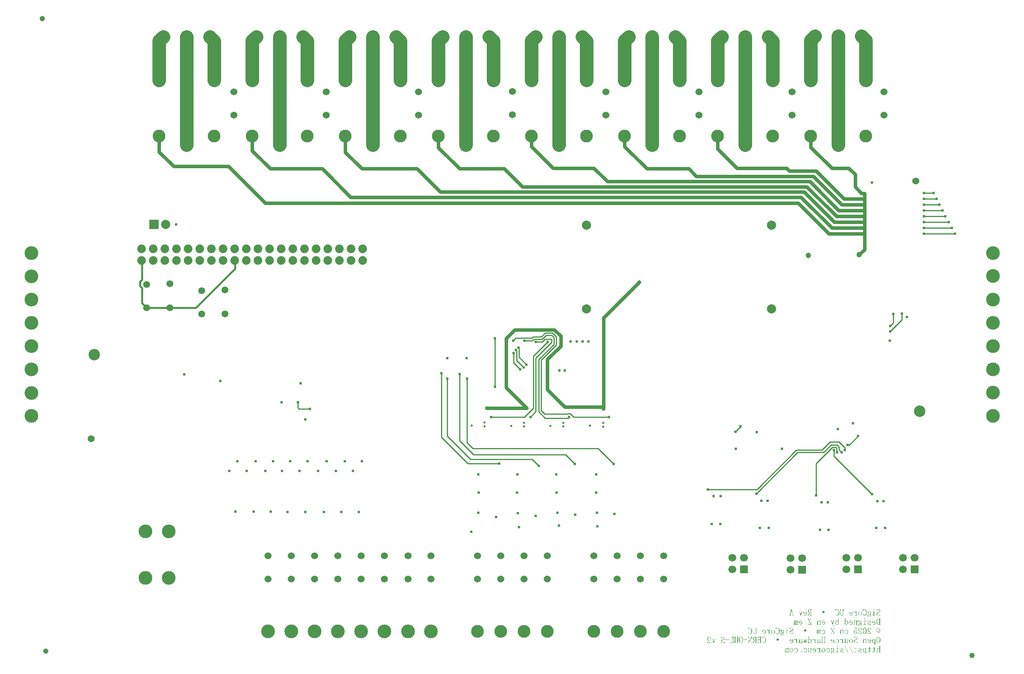
<source format=gbl>
G04 Layer: BottomLayer*
G04 EasyEDA Pro v2.2.40.8, 2025-09-09 13:59:53*
G04 Gerber Generator version 0.3*
G04 Scale: 100 percent, Rotated: No, Reflected: No*
G04 Dimensions in millimeters*
G04 Leading zeros omitted, absolute positions, 4 integers and 5 decimals*
G04 Generated by one-click*
%FSLAX45Y45*%
%MOMM*%
%ADD10C,1.524*%
%ADD11C,3.0*%
%ADD12C,1.5*%
%ADD13C,1.8796*%
%ADD14R,2.0X2.0*%
%ADD15C,2.0011*%
%ADD16C,2.0*%
%ADD17C,2.794*%
%ADD18C,2.4*%
%ADD19C,2.79999*%
%ADD20R,1.7X1.7*%
%ADD21C,1.7*%
%ADD22C,2.5*%
%ADD23C,1.152*%
%ADD24C,0.61*%
%ADD25C,1.2*%
%ADD26C,0.5*%
%ADD27C,0.8*%
%ADD28C,0.254*%
%ADD29C,0.4*%
G75*


G04 Text Start*
G36*
G01X18713178Y1354773D02*
G01X18711057Y1353864D01*
G01X18708027Y1352955D01*
G01X18704694Y1352046D01*
G01X18697118Y1351440D01*
G01X18689845Y1351743D01*
G01X18686815Y1352652D01*
G01X18683178Y1353864D01*
G01X18678936Y1355985D01*
G01X18676512Y1357501D01*
G01X18673481Y1359622D01*
G01X18671360Y1361440D01*
G01X18669845Y1362955D01*
G01X18668633Y1364470D01*
G01X18667724Y1365985D01*
G01X18666209Y1368107D01*
G01X18664693Y1371440D01*
G01X18663784Y1374167D01*
G01X18663178Y1376591D01*
G01X18662572Y1379622D01*
G01X18662269Y1429016D01*
G01X18661663Y1478107D01*
G01X18660451Y1479925D01*
G01X18658027Y1481137D01*
G01X18653178Y1481743D01*
G01X18650148Y1481743D01*
G01X18650148Y1485985D01*
G01X18678633Y1485985D01*
G01X18678633Y1481743D01*
G01X18674996Y1481743D01*
G01X18670148Y1481137D01*
G01X18668330Y1479925D01*
G01X18667118Y1477198D01*
G01X18666512Y1428713D01*
G01X18666815Y1381440D01*
G01X18667118Y1379016D01*
G01X18667724Y1376288D01*
G01X18668633Y1373864D01*
G01X18669845Y1371440D01*
G01X18671663Y1368713D01*
G01X18673481Y1366591D01*
G01X18674996Y1365076D01*
G01X18676815Y1363561D01*
G01X18678633Y1362349D01*
G01X18680754Y1361137D01*
G01X18683178Y1359925D01*
G01X18686209Y1358713D01*
G01X18690451Y1357804D01*
G01X18696815Y1357501D01*
G01X18701966Y1357804D01*
G01X18704997Y1358713D01*
G01X18708027Y1359925D01*
G01X18710148Y1361137D01*
G01X18712875Y1362955D01*
G01X18714694Y1365076D01*
G01X18716815Y1369319D01*
G01X18717724Y1372349D01*
G01X18718330Y1375379D01*
G01X18718633Y1378107D01*
G01X18718936Y1380228D01*
G01X18719239Y1429016D01*
G01X18718633Y1478107D01*
G01X18717421Y1479925D01*
G01X18714997Y1481137D01*
G01X18710754Y1481743D01*
G01X18708330Y1481743D01*
G01X18708330Y1485985D01*
G01X18742269Y1485985D01*
G01X18742269Y1481743D01*
G01X18739239Y1481743D01*
G01X18734997Y1481137D01*
G01X18733178Y1479925D01*
G01X18731966Y1477198D01*
G01X18731360Y1426289D01*
G01X18731057Y1376591D01*
G01X18730451Y1373864D01*
G01X18729542Y1370834D01*
G01X18728633Y1368410D01*
G01X18727421Y1365985D01*
G01X18725906Y1363864D01*
G01X18722875Y1360834D01*
G01X18720754Y1359016D01*
G01X18715906Y1355985D01*
G01X18713178Y1354773D01*
G37*
G36*
G01X19533482Y1367501D02*
G01X19532876Y1363258D01*
G01X19531664Y1355985D01*
G01X19531057Y1352955D01*
G01X19530603Y1351970D01*
G01X19529845Y1352046D01*
G01X19527724Y1353561D01*
G01X19524997Y1355379D01*
G01X19521361Y1356591D01*
G01X19518330Y1356591D01*
G01X19515300Y1355985D01*
G01X19511967Y1355076D01*
G01X19509239Y1354167D01*
G01X19506815Y1353258D01*
G01X19503785Y1352349D01*
G01X19500754Y1351743D01*
G01X19494088Y1351440D01*
G01X19487421Y1351743D01*
G01X19481967Y1352955D01*
G01X19479542Y1353864D01*
G01X19476512Y1355076D01*
G01X19474391Y1356288D01*
G01X19472573Y1357501D01*
G01X19470755Y1359016D01*
G01X19466209Y1363561D01*
G01X19464694Y1365379D01*
G01X19463179Y1367804D01*
G01X19461664Y1370531D01*
G01X19460452Y1372955D01*
G01X19459542Y1375379D01*
G01X19458330Y1380228D01*
G01X19457724Y1383258D01*
G01X19457421Y1388107D01*
G01X19457724Y1392349D01*
G01X19458936Y1398410D01*
G01X19459846Y1400834D01*
G01X19461058Y1403258D01*
G01X19462270Y1405379D01*
G01X19464088Y1408107D01*
G01X19465906Y1410531D01*
G01X19468936Y1413561D01*
G01X19471058Y1415379D01*
G01X19473179Y1416895D01*
G01X19474694Y1418107D01*
G01X19476512Y1419319D01*
G01X19478936Y1420834D01*
G01X19481664Y1422349D01*
G01X19483785Y1423561D01*
G01X19488027Y1425380D01*
G01X19490451Y1426592D01*
G01X19493482Y1427804D01*
G01X19495906Y1429016D01*
G01X19500148Y1430834D01*
G01X19507421Y1434470D01*
G01X19512876Y1437501D01*
G01X19514997Y1438713D01*
G01X19517118Y1440228D01*
G01X19519239Y1442046D01*
G01X19520754Y1443561D01*
G01X19522573Y1445682D01*
G01X19524088Y1449016D01*
G01X19524997Y1452955D01*
G01X19525300Y1458107D01*
G01X19524997Y1462046D01*
G01X19524391Y1464773D01*
G01X19523482Y1467501D01*
G01X19522573Y1469622D01*
G01X19521361Y1472046D01*
G01X19519845Y1474470D01*
G01X19518330Y1476288D01*
G01X19516815Y1477804D01*
G01X19514997Y1479016D01*
G01X19512876Y1479925D01*
G01X19509845Y1481137D01*
G01X19504997Y1482046D01*
G01X19498027Y1482349D01*
G01X19492876Y1482046D01*
G01X19490148Y1481440D01*
G01X19487421Y1480531D01*
G01X19485300Y1479622D01*
G01X19482876Y1478410D01*
G01X19480755Y1476895D01*
G01X19479239Y1475682D01*
G01X19477421Y1473561D01*
G01X19475300Y1471440D01*
G01X19474088Y1469925D01*
G01X19473179Y1468107D01*
G01X19471664Y1465682D01*
G01X19469845Y1462652D01*
G01X19468330Y1459622D01*
G01X19467118Y1456592D01*
G01X19466285Y1455455D01*
G01X19464997Y1455076D01*
G01X19462876Y1455985D01*
G01X19462270Y1459016D01*
G01X19464391Y1480228D01*
G01X19464694Y1483561D01*
G01X19464997Y1486591D01*
G01X19465452Y1486743D01*
G01X19468027Y1484167D01*
G01X19470149Y1482955D01*
G01X19473482Y1482349D01*
G01X19476815Y1482955D01*
G01X19479542Y1483864D01*
G01X19481967Y1484773D01*
G01X19484694Y1485682D01*
G01X19487421Y1486288D01*
G01X19489845Y1486894D01*
G01X19493482Y1487501D01*
G01X19499542Y1487804D01*
G01X19504391Y1487501D01*
G01X19508633Y1486894D01*
G01X19514997Y1484773D01*
G01X19518027Y1483258D01*
G01X19520754Y1481440D01*
G01X19522876Y1479622D01*
G01X19527421Y1475076D01*
G01X19528633Y1473561D01*
G01X19529542Y1472046D01*
G01X19530754Y1470228D01*
G01X19531967Y1468107D01*
G01X19533179Y1465379D01*
G01X19534391Y1461440D01*
G01X19534997Y1458107D01*
G01X19535300Y1455985D01*
G01X19535603Y1453561D01*
G01X19534694Y1446289D01*
G01X19534088Y1443864D01*
G01X19533179Y1441440D01*
G01X19532270Y1439319D01*
G01X19531360Y1437501D01*
G01X19530148Y1435986D01*
G01X19527118Y1432955D01*
G01X19524997Y1431137D01*
G01X19519542Y1427501D01*
G01X19516512Y1425683D01*
G01X19501361Y1418107D01*
G01X19497118Y1416289D01*
G01X19492270Y1413864D01*
G01X19485906Y1410228D01*
G01X19483482Y1408713D01*
G01X19481361Y1407198D01*
G01X19478936Y1405379D01*
G01X19473785Y1400228D01*
G01X19472573Y1398713D01*
G01X19471361Y1396894D01*
G01X19470149Y1394773D01*
G01X19469239Y1392349D01*
G01X19468633Y1389925D01*
G01X19468330Y1384167D01*
G01X19468633Y1378410D01*
G01X19469239Y1375985D01*
G01X19470149Y1372652D01*
G01X19471361Y1369622D01*
G01X19472876Y1366894D01*
G01X19474997Y1363864D01*
G01X19477118Y1362046D01*
G01X19478633Y1361137D01*
G01X19480452Y1359925D01*
G01X19483179Y1358713D01*
G01X19486815Y1357501D01*
G01X19495300Y1356895D01*
G01X19502573Y1357198D01*
G01X19504997Y1357804D01*
G01X19508027Y1358713D01*
G01X19510754Y1359925D01*
G01X19513482Y1361440D01*
G01X19516209Y1363258D01*
G01X19518330Y1364773D01*
G01X19521361Y1367804D01*
G01X19522573Y1369319D01*
G01X19523482Y1370834D01*
G01X19524997Y1372955D01*
G01X19528936Y1380834D01*
G01X19530148Y1384167D01*
G01X19531360Y1387804D01*
G01X19532573Y1390228D01*
G01X19534391Y1390228D01*
G01X19536209Y1389319D01*
G01X19536815Y1387804D01*
G01X19536512Y1385682D01*
G01X19533482Y1367501D01*
G37*
G36*
G01X18911663Y1355682D02*
G01X18908936Y1354470D01*
G01X18905300Y1353258D01*
G01X18901360Y1352046D01*
G01X18892572Y1351440D01*
G01X18884997Y1351743D01*
G01X18882572Y1352349D01*
G01X18879845Y1353258D01*
G01X18877118Y1354470D01*
G01X18874997Y1355682D01*
G01X18872875Y1357198D01*
G01X18870754Y1359016D01*
G01X18869239Y1360531D01*
G01X18866815Y1363561D01*
G01X18865300Y1365379D01*
G01X18863784Y1367804D01*
G01X18862269Y1370531D01*
G01X18861057Y1373258D01*
G01X18860148Y1375379D01*
G01X18860224Y1376137D01*
G01X18861057Y1376591D01*
G01X18862875Y1377197D01*
G01X18863481Y1377046D01*
G01X18864087Y1375985D01*
G01X18865300Y1373561D01*
G01X18866512Y1371440D01*
G01X18868330Y1368713D01*
G01X18870754Y1365682D01*
G01X18873178Y1363561D01*
G01X18874997Y1362349D01*
G01X18877118Y1360834D01*
G01X18880451Y1359319D01*
G01X18884390Y1358107D01*
G01X18891360Y1357501D01*
G01X18897118Y1357804D01*
G01X18899542Y1358410D01*
G01X18902269Y1359319D01*
G01X18904997Y1360531D01*
G01X18907118Y1361743D01*
G01X18908633Y1362955D01*
G01X18911057Y1364773D01*
G01X18912875Y1366894D01*
G01X18913785Y1368410D01*
G01X18915300Y1370531D01*
G01X18916815Y1373561D01*
G01X18918027Y1376894D01*
G01X18918936Y1380834D01*
G01X18919542Y1383864D01*
G01X18920148Y1388107D01*
G01X18920451Y1392652D01*
G01X18920451Y1396288D01*
G01X18857421Y1396288D01*
G01X18857421Y1400531D01*
G01X18857724Y1405682D01*
G01X18857762Y1405985D01*
G01X18870754Y1405985D01*
G01X18870754Y1401137D01*
G01X18895300Y1401137D01*
G01X18920148Y1401440D01*
G01X18920451Y1405682D01*
G01X18920148Y1410531D01*
G01X18919542Y1413561D01*
G01X18918633Y1416895D01*
G01X18917724Y1419319D01*
G01X18916512Y1422046D01*
G01X18914997Y1424773D01*
G01X18913785Y1426592D01*
G01X18912572Y1428107D01*
G01X18911057Y1429622D01*
G01X18908027Y1432046D01*
G01X18906209Y1433258D01*
G01X18903481Y1434470D01*
G01X18899542Y1435683D01*
G01X18893481Y1436289D01*
G01X18888633Y1435986D01*
G01X18885906Y1435076D01*
G01X18882875Y1433561D01*
G01X18880754Y1432046D01*
G01X18877724Y1429016D01*
G01X18876209Y1427198D01*
G01X18874997Y1425076D01*
G01X18873784Y1422652D01*
G01X18872572Y1419622D01*
G01X18871663Y1415986D01*
G01X18871057Y1412349D01*
G01X18870754Y1405985D01*
G01X18870754Y1405985D01*
G01X18857762Y1405985D01*
G01X18858330Y1410531D01*
G01X18859542Y1416592D01*
G01X18860451Y1419016D01*
G01X18861663Y1422046D01*
G01X18862875Y1424470D01*
G01X18864391Y1426895D01*
G01X18866512Y1429925D01*
G01X18869239Y1432349D01*
G01X18871360Y1434167D01*
G01X18872875Y1435379D01*
G01X18874694Y1436289D01*
G01X18876815Y1437501D01*
G01X18879542Y1438713D01*
G01X18882875Y1439925D01*
G01X18886815Y1440834D01*
G01X18890451Y1441440D01*
G01X18894997Y1441743D01*
G01X18898936Y1441440D01*
G01X18901966Y1440834D01*
G01X18905300Y1439925D01*
G01X18907724Y1439016D01*
G01X18909845Y1438107D01*
G01X18911966Y1436895D01*
G01X18914391Y1435379D01*
G01X18916512Y1433864D01*
G01X18922572Y1427804D01*
G01X18923785Y1426289D01*
G01X18924997Y1424167D01*
G01X18926815Y1421440D01*
G01X18928330Y1418410D01*
G01X18929542Y1415682D01*
G01X18930451Y1412955D01*
G01X18931663Y1408107D01*
G01X18932269Y1405076D01*
G01X18932572Y1402349D01*
G01X18932876Y1400228D01*
G01X18933179Y1395379D01*
G01X18932876Y1390531D01*
G01X18932269Y1385076D01*
G01X18931057Y1379622D01*
G01X18930148Y1376894D01*
G01X18928936Y1373864D01*
G01X18927724Y1371137D01*
G01X18926512Y1369016D01*
G01X18924997Y1366894D01*
G01X18923179Y1364773D01*
G01X18918633Y1360228D01*
G01X18917118Y1359016D01*
G01X18915603Y1358107D01*
G01X18913785Y1356895D01*
G01X18911663Y1355682D01*
G37*
G36*
G01X19039239Y1355076D02*
G01X19039239Y1352652D01*
G01X18981663Y1352652D01*
G01X18981663Y1357501D01*
G01X18991663Y1357501D01*
G01X19002572Y1358107D01*
G01X19004390Y1359319D01*
G01X19005148Y1360455D01*
G01X19005603Y1362652D01*
G01X19005906Y1385985D01*
G01X19005679Y1401743D01*
G01X19004997Y1407804D01*
G01X19001966Y1413258D01*
G01X19000148Y1415986D01*
G01X18998027Y1419016D01*
G01X18995603Y1422046D01*
G01X18988936Y1428713D01*
G01X18987421Y1429925D01*
G01X18985906Y1430834D01*
G01X18983784Y1432349D01*
G01X18980754Y1433864D01*
G01X18978330Y1434773D01*
G01X18975300Y1435379D01*
G01X18971966Y1435379D01*
G01X18969845Y1433561D01*
G01X18969163Y1431592D01*
G01X18968936Y1428713D01*
G01X18968633Y1425834D01*
G01X18967724Y1423864D01*
G01X18966285Y1422652D01*
G01X18964391Y1422046D01*
G01X18960754Y1421743D01*
G01X18958330Y1422349D01*
G01X18956815Y1423561D01*
G01X18955603Y1425380D01*
G01X18954694Y1428107D01*
G01X18954391Y1431137D01*
G01X18954997Y1433561D01*
G01X18956209Y1435683D01*
G01X18958330Y1437804D01*
G01X18960754Y1439319D01*
G01X18963482Y1440531D01*
G01X18968027Y1441440D01*
G01X18972269Y1441743D01*
G01X18974694Y1441440D01*
G01X18977421Y1440834D01*
G01X18980148Y1439925D01*
G01X18982269Y1439016D01*
G01X18984694Y1437804D01*
G01X18987421Y1435986D01*
G01X18990451Y1433864D01*
G01X18997118Y1427198D01*
G01X19000754Y1422955D01*
G01X19001966Y1421440D01*
G01X19003178Y1419319D01*
G01X19004694Y1417501D01*
G01X19005224Y1417273D01*
G01X19005603Y1417804D01*
G01X19005906Y1431440D01*
G01X19006209Y1440986D01*
G01X19007118Y1444167D01*
G01X19013178Y1442652D01*
G01X19016512Y1442046D01*
G01X19019542Y1441440D01*
G01X19024391Y1440834D01*
G01X19029239Y1440531D01*
G01X19032270Y1440228D01*
G01X19035906Y1439925D01*
G01X19038633Y1439925D01*
G01X19038633Y1435683D01*
G01X19030148Y1435683D01*
G01X19020451Y1435076D01*
G01X19018633Y1433864D01*
G01X19017421Y1431743D01*
G01X19016815Y1395379D01*
G01X19017118Y1368940D01*
G01X19018027Y1359319D01*
G01X19020754Y1357804D01*
G01X19030754Y1357501D01*
G01X19039239Y1357501D01*
G01X19039239Y1355076D01*
G37*
G36*
G01X19110754Y1354167D02*
G01X19108330Y1353258D01*
G01X19104997Y1352349D01*
G01X19102572Y1351743D01*
G01X19095906Y1351440D01*
G01X19088633Y1351743D01*
G01X19085906Y1352349D01*
G01X19082875Y1353258D01*
G01X19079845Y1354470D01*
G01X19076815Y1355985D01*
G01X19074088Y1357804D01*
G01X19071966Y1359319D01*
G01X19070451Y1360531D01*
G01X19067421Y1363561D01*
G01X19064391Y1367198D01*
G01X19063179Y1368713D01*
G01X19061966Y1370834D01*
G01X19060451Y1373561D01*
G01X19059239Y1375985D01*
G01X19058330Y1378107D01*
G01X19057724Y1380228D01*
G01X19056815Y1382955D01*
G01X19055906Y1387500D01*
G01X19055300Y1391743D01*
G01X19055165Y1394167D01*
G01X19067724Y1394167D01*
G01X19068027Y1384470D01*
G01X19068633Y1381137D01*
G01X19069542Y1377501D01*
G01X19070451Y1374773D01*
G01X19071360Y1372349D01*
G01X19072269Y1370228D01*
G01X19073179Y1368410D01*
G01X19074694Y1366288D01*
G01X19076512Y1364167D01*
G01X19079542Y1361137D01*
G01X19081360Y1359925D01*
G01X19083482Y1358713D01*
G01X19086209Y1357501D01*
G01X19089845Y1356591D01*
G01X19089845Y1356591D01*
G01X19092875Y1355985D01*
G01X19096209Y1355682D01*
G01X19098936Y1355985D01*
G01X19100754Y1356288D01*
G01X19103481Y1356895D01*
G01X19105906Y1357804D01*
G01X19108330Y1359016D01*
G01X19110451Y1360531D01*
G01X19113481Y1362955D01*
G01X19117118Y1367501D01*
G01X19120451Y1374167D01*
G01X19121360Y1376894D01*
G01X19121966Y1379622D01*
G01X19122573Y1382046D01*
G01X19123179Y1386288D01*
G01X19123482Y1397500D01*
G01X19123179Y1406895D01*
G01X19121966Y1412955D01*
G01X19121057Y1415682D01*
G01X19119845Y1419016D01*
G01X19118330Y1422046D01*
G01X19116512Y1425076D01*
G01X19114694Y1427198D01*
G01X19113481Y1428713D01*
G01X19111663Y1430531D01*
G01X19109542Y1432349D01*
G01X19107724Y1433561D01*
G01X19103481Y1435683D01*
G01X19100148Y1436592D01*
G01X19094694Y1436895D01*
G01X19089845Y1436592D01*
G01X19087118Y1435683D01*
G01X19084391Y1434470D01*
G01X19082572Y1433258D01*
G01X19080148Y1431440D01*
G01X19076512Y1427804D01*
G01X19075300Y1426289D01*
G01X19074088Y1424167D01*
G01X19072572Y1421440D01*
G01X19071360Y1418713D01*
G01X19070148Y1415379D01*
G01X19069239Y1411743D01*
G01X19068633Y1408713D01*
G01X19068027Y1405076D01*
G01X19067724Y1394167D01*
G01X19055165Y1394167D01*
G01X19054997Y1397197D01*
G01X19055300Y1402046D01*
G01X19055906Y1406288D01*
G01X19057118Y1411137D01*
G01X19058027Y1413561D01*
G01X19059239Y1416592D01*
G01X19060451Y1419016D01*
G01X19062876Y1423258D01*
G01X19064088Y1425076D01*
G01X19065906Y1427501D01*
G01X19067724Y1429622D01*
G01X19068936Y1431137D01*
G01X19072572Y1434167D01*
G01X19074088Y1435379D01*
G01X19075906Y1436289D01*
G01X19078330Y1437804D01*
G01X19081057Y1439016D01*
G01X19083178Y1439622D01*
G01X19086209Y1440531D01*
G01X19089542Y1441137D01*
G01X19091663Y1441440D01*
G01X19096512Y1441743D01*
G01X19101360Y1441440D01*
G01X19104391Y1440834D01*
G01X19107724Y1439925D01*
G01X19110754Y1438713D01*
G01X19113785Y1437198D01*
G01X19116512Y1435379D01*
G01X19119542Y1433258D01*
G01X19123179Y1429622D01*
G01X19124391Y1428107D01*
G01X19125300Y1426592D01*
G01X19126512Y1425076D01*
G01X19128027Y1422955D01*
G01X19129542Y1420228D01*
G01X19131967Y1415379D01*
G01X19133179Y1412652D01*
G01X19134088Y1409622D01*
G01X19134694Y1406895D01*
G01X19135300Y1404470D01*
G01X19135906Y1400228D01*
G01X19136209Y1394167D01*
G01X19135906Y1389925D01*
G01X19135300Y1385682D01*
G01X19134088Y1380834D01*
G01X19133179Y1378410D01*
G01X19131967Y1375379D01*
G01X19130754Y1372955D01*
G01X19127724Y1368107D01*
G01X19125906Y1365682D01*
G01X19119239Y1359016D01*
G01X19117724Y1357804D01*
G01X19115906Y1356895D01*
G01X19113481Y1355379D01*
G01X19110754Y1354167D01*
G37*
G36*
G01X19208330Y1354167D02*
G01X19206209Y1353561D01*
G01X19203179Y1352652D01*
G01X19199845Y1351743D01*
G01X19192572Y1351440D01*
G01X19185603Y1351743D01*
G01X19182876Y1352349D01*
G01X19180148Y1353258D01*
G01X19178027Y1354167D01*
G01X19175603Y1355379D01*
G01X19173179Y1356895D01*
G01X19171360Y1358107D01*
G01X19169845Y1359319D01*
G01X19166815Y1362349D01*
G01X19163179Y1366591D01*
G01X19161663Y1368713D01*
G01X19160451Y1370834D01*
G01X19158936Y1372955D01*
G01X19157421Y1375985D01*
G01X19156209Y1379016D01*
G01X19154997Y1381743D01*
G01X19154088Y1384470D01*
G01X19153482Y1386894D01*
G01X19153179Y1388410D01*
G01X19154391Y1389319D01*
G01X19156512Y1390228D01*
G01X19157270Y1390152D01*
G01X19157724Y1388713D01*
G01X19158330Y1385682D01*
G01X19159239Y1383258D01*
G01X19160451Y1380228D01*
G01X19161967Y1377197D01*
G01X19163785Y1374167D01*
G01X19165300Y1371743D01*
G01X19167724Y1368713D01*
G01X19169239Y1367198D01*
G01X19173785Y1363561D01*
G01X19178027Y1361137D01*
G01X19180148Y1360228D01*
G01X19182876Y1359319D01*
G01X19186209Y1358713D01*
G01X19189239Y1358410D01*
G01X19192876Y1358107D01*
G01X19196512Y1358410D01*
G01X19199239Y1359016D01*
G01X19202269Y1359925D01*
G01X19204694Y1361137D01*
G01X19207118Y1362652D01*
G01X19209239Y1364167D01*
G01X19210754Y1365682D01*
G01X19213178Y1368713D01*
G01X19214694Y1370834D01*
G01X19216209Y1373561D01*
G01X19217421Y1376288D01*
G01X19218633Y1379319D01*
G01X19219845Y1382652D01*
G01X19220754Y1385985D01*
G01X19221360Y1388713D01*
G01X19222572Y1394773D01*
G01X19223179Y1398410D01*
G01X19223785Y1403864D01*
G01X19224088Y1409319D01*
G01X19224391Y1412955D01*
G01X19224694Y1420531D01*
G01X19224391Y1428107D01*
G01X19223785Y1435379D01*
G01X19223179Y1440228D01*
G01X19221966Y1446895D01*
G01X19221057Y1449925D01*
G01X19220148Y1453561D01*
G01X19219239Y1456289D01*
G01X19218027Y1459319D01*
G01X19216815Y1462046D01*
G01X19215906Y1464167D01*
G01X19214997Y1465985D01*
G01X19213785Y1468107D01*
G01X19212269Y1470228D01*
G01X19209845Y1473258D01*
G01X19206815Y1476288D01*
G01X19205300Y1477501D01*
G01X19203179Y1479016D01*
G01X19199845Y1480531D01*
G01X19197118Y1481440D01*
G01X19194088Y1482046D01*
G01X19188633Y1482349D01*
G01X19184391Y1482046D01*
G01X19181663Y1481440D01*
G01X19178633Y1480531D01*
G01X19175906Y1479319D01*
G01X19173785Y1477804D01*
G01X19170754Y1475379D01*
G01X19167724Y1472349D01*
G01X19166209Y1470228D01*
G01X19164391Y1467501D01*
G01X19162876Y1465076D01*
G01X19160451Y1460228D01*
G01X19158633Y1455379D01*
G01X19157724Y1453258D01*
G01X19157042Y1452501D01*
G01X19155603Y1452652D01*
G01X19153482Y1453561D01*
G01X19153179Y1455379D01*
G01X19153482Y1457804D01*
G01X19157118Y1475985D01*
G01X19158330Y1481440D01*
G01X19158936Y1484470D01*
G01X19159845Y1486894D01*
G01X19161057Y1486288D01*
G01X19163482Y1484773D01*
G01X19168936Y1484167D01*
G01X19173482Y1484470D01*
G01X19175906Y1485379D01*
G01X19178936Y1486288D01*
G01X19184997Y1487501D01*
G01X19190451Y1487804D01*
G01X19195300Y1487501D01*
G01X19201360Y1486288D01*
G01X19204088Y1485379D01*
G01X19206815Y1484167D01*
G01X19208936Y1483258D01*
G01X19210754Y1482349D01*
G01X19212875Y1480834D01*
G01X19215906Y1478713D01*
G01X19222572Y1472046D01*
G01X19224997Y1469016D01*
G01X19226209Y1467198D01*
G01X19227118Y1465379D01*
G01X19228633Y1463258D01*
G01X19231360Y1457804D01*
G01X19232573Y1455076D01*
G01X19233785Y1452046D01*
G01X19234694Y1449319D01*
G01X19235300Y1446895D01*
G01X19236209Y1443864D01*
G01X19237118Y1439622D01*
G01X19237724Y1436592D01*
G01X19238330Y1432955D01*
G01X19238633Y1429016D01*
G01X19238936Y1426895D01*
G01X19239239Y1417198D01*
G01X19238936Y1407501D01*
G01X19238330Y1400834D01*
G01X19237724Y1395985D01*
G01X19236512Y1389925D01*
G01X19235906Y1387500D01*
G01X19234088Y1382046D01*
G01X19233179Y1379622D01*
G01X19231360Y1375379D01*
G01X19230148Y1372955D01*
G01X19228633Y1370834D01*
G01X19227421Y1369319D01*
G01X19225906Y1366894D01*
G01X19220754Y1361743D01*
G01X19217724Y1359319D01*
G01X19215603Y1357804D01*
G01X19212875Y1356288D01*
G01X19210451Y1355076D01*
G01X19208330Y1354167D01*
G37*
G36*
G01X19310451Y1324470D02*
G01X19306815Y1323864D01*
G01X19303179Y1323561D01*
G01X19301360Y1323258D01*
G01X19296815Y1322955D01*
G01X19291663Y1323258D01*
G01X19284997Y1323864D01*
G01X19278330Y1325076D01*
G01X19275603Y1325985D01*
G01X19272270Y1327198D01*
G01X19269542Y1328713D01*
G01X19266815Y1330531D01*
G01X19264694Y1332349D01*
G01X19263179Y1333864D01*
G01X19261664Y1335682D01*
G01X19260451Y1337804D01*
G01X19259239Y1340228D01*
G01X19258027Y1343864D01*
G01X19267724Y1343864D01*
G01X19268330Y1339319D01*
G01X19269845Y1336592D01*
G01X19271664Y1334470D01*
G01X19273785Y1332955D01*
G01X19276512Y1331440D01*
G01X19279542Y1330228D01*
G01X19282876Y1329319D01*
G01X19285603Y1328713D01*
G01X19285603Y1328713D01*
G01X19289845Y1328107D01*
G01X19297118Y1327804D01*
G01X19303785Y1328107D01*
G01X19305603Y1328410D01*
G01X19308027Y1328713D01*
G01X19310754Y1329622D01*
G01X19314088Y1330834D01*
G01X19316209Y1332046D01*
G01X19317724Y1333258D01*
G01X19321663Y1337198D01*
G01X19322876Y1339016D01*
G01X19323785Y1341440D01*
G01X19324391Y1344470D01*
G01X19324391Y1348713D01*
G01X19323482Y1352652D01*
G01X19322269Y1355076D01*
G01X19321057Y1356895D01*
G01X19318936Y1358713D01*
G01X19316512Y1360531D01*
G01X19314088Y1362046D01*
G01X19311360Y1362955D01*
G01X19309239Y1362652D01*
G01X19304391Y1362046D01*
G01X19300148Y1361440D01*
G01X19294088Y1360834D01*
G01X19289239Y1360228D01*
G01X19286209Y1359622D01*
G01X19282573Y1359016D01*
G01X19279542Y1358410D01*
G01X19276209Y1357804D01*
G01X19272876Y1356591D01*
G01X19270754Y1355076D01*
G01X19269239Y1352955D01*
G01X19268027Y1349319D01*
G01X19267724Y1343864D01*
G01X19258027Y1343864D01*
G01X19257421Y1349319D01*
G01X19257724Y1353561D01*
G01X19258633Y1356288D01*
G01X19259845Y1358713D01*
G01X19261057Y1360228D01*
G01X19264088Y1363258D01*
G01X19265603Y1364470D01*
G01X19267724Y1365379D01*
G01X19270451Y1366591D01*
G01X19273482Y1367501D01*
G01X19275906Y1368107D01*
G01X19278936Y1368713D01*
G01X19287421Y1369925D01*
G01X19292270Y1370531D01*
G01X19300754Y1371743D01*
G01X19304391Y1372349D01*
G01X19312876Y1373561D01*
G01X19315300Y1374167D01*
G01X19317421Y1375379D01*
G01X19318330Y1377197D01*
G01X19318936Y1379622D01*
G01X19318330Y1382652D01*
G01X19316815Y1385076D01*
G01X19314694Y1386894D01*
G01X19311966Y1387500D01*
G01X19309845Y1386591D01*
G01X19307421Y1385682D01*
G01X19304997Y1385076D01*
G01X19301966Y1384470D01*
G01X19295906Y1384167D01*
G01X19291057Y1384470D01*
G01X19288027Y1385076D01*
G01X19284694Y1385985D01*
G01X19281967Y1387197D01*
G01X19279239Y1388713D01*
G01X19277118Y1390228D01*
G01X19274088Y1393258D01*
G01X19272876Y1394773D01*
G01X19271664Y1396894D01*
G01X19270148Y1399622D01*
G01X19268936Y1402046D01*
G01X19268027Y1404470D01*
G01X19267421Y1406895D01*
G01X19267118Y1409319D01*
G01X19267031Y1409925D01*
G01X19277421Y1409925D01*
G01X19278330Y1402652D01*
G01X19279239Y1399925D01*
G01X19280754Y1396894D01*
G01X19282270Y1394773D01*
G01X19283785Y1393258D01*
G01X19285603Y1392046D01*
G01X19288027Y1390834D01*
G01X19290451Y1389925D01*
G01X19292876Y1389319D01*
G01X19292876Y1389319D01*
G01X19295603Y1389016D01*
G01X19297724Y1388713D01*
G01X19298936Y1388713D01*
G01X19301360Y1389016D01*
G01X19304694Y1389622D01*
G01X19306815Y1390531D01*
G01X19308633Y1391440D01*
G01X19310451Y1392652D01*
G01X19311966Y1394167D01*
G01X19313785Y1396591D01*
G01X19315603Y1399622D01*
G01X19316815Y1402349D01*
G01X19317724Y1406288D01*
G01X19318027Y1413864D01*
G01X19317724Y1419622D01*
G01X19317118Y1422046D01*
G01X19316209Y1424773D01*
G01X19314997Y1427198D01*
G01X19313179Y1429925D01*
G01X19310754Y1432046D01*
G01X19308936Y1433258D01*
G01X19306815Y1434470D01*
G01X19303179Y1435683D01*
G01X19297421Y1436289D01*
G01X19292573Y1435683D01*
G01X19289845Y1434773D01*
G01X19287724Y1433864D01*
G01X19285603Y1432349D01*
G01X19283482Y1430531D01*
G01X19281967Y1428410D01*
G01X19280451Y1425683D01*
G01X19279239Y1422955D01*
G01X19278633Y1420531D01*
G01X19278330Y1418410D01*
G01X19277724Y1412349D01*
G01X19277421Y1409925D01*
G01X19267031Y1409925D01*
G01X19266815Y1411440D01*
G01X19266815Y1412955D01*
G01X19267421Y1419016D01*
G01X19268330Y1422046D01*
G01X19269542Y1425683D01*
G01X19271360Y1428713D01*
G01X19272270Y1431137D01*
G01X19270754Y1432349D01*
G01X19268330Y1433258D01*
G01X19265603Y1433561D01*
G01X19264391Y1433031D01*
G01X19263785Y1432046D01*
G01X19262270Y1429319D01*
G01X19260830Y1428107D01*
G01X19258936Y1427501D01*
G01X19255300Y1427501D01*
G01X19254012Y1428107D01*
G01X19253179Y1429319D01*
G01X19252270Y1432349D01*
G01X19251967Y1435076D01*
G01X19252573Y1437198D01*
G01X19253785Y1439319D01*
G01X19255603Y1440834D01*
G01X19257724Y1441440D01*
G01X19259845Y1441743D01*
G01X19261967Y1441440D01*
G01X19264391Y1440531D01*
G01X19267421Y1439319D01*
G01X19270148Y1437804D01*
G01X19272876Y1435986D01*
G01X19275300Y1434470D01*
G01X19277118Y1434470D01*
G01X19278633Y1435683D01*
G01X19280754Y1437198D01*
G01X19284088Y1438713D01*
G01X19288027Y1439622D01*
G01X19291057Y1440228D01*
G01X19297118Y1440834D01*
G01X19299542Y1441137D01*
G01X19301966Y1440834D01*
G01X19306209Y1440228D01*
G01X19308633Y1439622D01*
G01X19311057Y1438713D01*
G01X19313179Y1437804D01*
G01X19314997Y1436895D01*
G01X19317118Y1435379D01*
G01X19319239Y1433561D01*
G01X19320754Y1432046D01*
G01X19323179Y1429016D01*
G01X19324391Y1427198D01*
G01X19325300Y1425076D01*
G01X19326512Y1422652D01*
G01X19327724Y1419319D01*
G01X19328633Y1415379D01*
G01X19328936Y1410228D01*
G01X19328633Y1406288D01*
G01X19327724Y1403561D01*
G01X19326512Y1400834D01*
G01X19325300Y1399016D01*
G01X19321663Y1394167D01*
G01X19320148Y1392652D01*
G01X19318633Y1391440D01*
G01X19317724Y1390228D01*
G01X19317800Y1389698D01*
G01X19318633Y1389319D01*
G01X19320451Y1388410D01*
G01X19321966Y1387197D01*
G01X19324997Y1384167D01*
G01X19326512Y1382046D01*
G01X19327724Y1379319D01*
G01X19328330Y1375985D01*
G01X19327724Y1372652D01*
G01X19326512Y1370531D01*
G01X19324997Y1369016D01*
G01X19322876Y1367501D01*
G01X19320451Y1365682D01*
G01X19319542Y1364167D01*
G01X19321057Y1363258D01*
G01X19323482Y1362046D01*
G01X19326209Y1360228D01*
G01X19328330Y1358410D01*
G01X19329542Y1356895D01*
G01X19331057Y1354773D01*
G01X19332573Y1352349D01*
G01X19333482Y1349925D01*
G01X19334088Y1347501D01*
G01X19334391Y1343864D01*
G01X19333785Y1339925D01*
G01X19332573Y1337501D01*
G01X19331360Y1335682D01*
G01X19330148Y1334167D01*
G01X19326512Y1331137D01*
G01X19324694Y1329925D01*
G01X19322876Y1329016D01*
G01X19320754Y1327804D01*
G01X19318027Y1326592D01*
G01X19315300Y1325682D01*
G01X19310451Y1324470D01*
G37*
G36*
G01X19424694Y1355076D02*
G01X19424694Y1352652D01*
G01X19366512Y1352652D01*
G01X19366512Y1357501D01*
G01X19376209Y1357501D01*
G01X19386815Y1358107D01*
G01X19388633Y1359319D01*
G01X19389391Y1360455D01*
G01X19389845Y1362652D01*
G01X19390148Y1405379D01*
G01X19390451Y1435379D01*
G01X19391361Y1445379D01*
G01X19393482Y1444773D01*
G01X19395906Y1443561D01*
G01X19399542Y1442349D01*
G01X19403785Y1441440D01*
G01X19408027Y1440834D01*
G01X19415906Y1440531D01*
G01X19422573Y1440228D01*
G01X19424088Y1439622D01*
G01X19424694Y1437501D01*
G01X19424694Y1435683D01*
G01X19421057Y1435683D01*
G01X19416512Y1435379D01*
G01X19410148Y1435076D01*
G01X19405754Y1434773D01*
G01X19403482Y1433864D01*
G01X19401664Y1431137D01*
G01X19401057Y1395379D01*
G01X19401664Y1360228D01*
G01X19402876Y1358713D01*
G01X19404997Y1357804D01*
G01X19415603Y1357501D01*
G01X19424694Y1357501D01*
G01X19424694Y1355076D01*
G37*
G36*
G01X19402876Y1472955D02*
G01X19401360Y1471440D01*
G01X19399845Y1470228D01*
G01X19398027Y1469016D01*
G01X19394694Y1468410D01*
G01X19391664Y1469016D01*
G01X19389542Y1470228D01*
G01X19387724Y1471743D01*
G01X19386512Y1473561D01*
G01X19385300Y1476288D01*
G01X19384694Y1479319D01*
G01X19385300Y1481743D01*
G01X19386512Y1483864D01*
G01X19388633Y1485682D01*
G01X19391967Y1487198D01*
G01X19395300Y1487804D01*
G01X19398027Y1487198D01*
G01X19400451Y1485985D01*
G01X19402270Y1484470D01*
G01X19403482Y1482652D01*
G01X19404391Y1480228D01*
G01X19404694Y1477198D01*
G01X19404088Y1474773D01*
G01X19402876Y1472955D01*
G37*
G36*
G01X17640147Y1357804D02*
G01X17642875Y1357501D01*
G01X17643784Y1356895D01*
G01X17644087Y1355076D01*
G01X17644087Y1352652D01*
G01X17615602Y1352652D01*
G01X17615299Y1354167D01*
G01X17615299Y1356591D01*
G01X17616208Y1357273D01*
G01X17618329Y1357501D01*
G01X17621966Y1358107D01*
G01X17623481Y1359622D01*
G01X17624693Y1362349D01*
G01X17625299Y1367501D01*
G01X17624996Y1371743D01*
G01X17622572Y1382652D01*
G01X17621662Y1385682D01*
G01X17620753Y1389925D01*
G01X17620147Y1392955D01*
G01X17619238Y1395985D01*
G01X17618329Y1400228D01*
G01X17617723Y1401894D01*
G01X17616511Y1402652D01*
G01X17598632Y1402955D01*
G01X17582269Y1402955D01*
G01X17581966Y1400834D01*
G01X17581360Y1397804D01*
G01X17579844Y1391743D01*
G01X17578935Y1387500D01*
G01X17578329Y1384470D01*
G01X17576814Y1378410D01*
G01X17575905Y1374167D01*
G01X17575299Y1371137D01*
G01X17574693Y1368713D01*
G01X17574087Y1365682D01*
G01X17573784Y1362046D01*
G01X17574011Y1360228D01*
G01X17574693Y1359016D01*
G01X17577117Y1357804D01*
G01X17580754Y1357501D01*
G01X17582875Y1357501D01*
G01X17582875Y1352652D01*
G01X17549541Y1352652D01*
G01X17549541Y1357501D01*
G01X17552269Y1357501D01*
G01X17554617Y1357728D01*
G01X17556208Y1358410D01*
G01X17558026Y1359925D01*
G01X17559541Y1362046D01*
G01X17561057Y1365379D01*
G01X17561966Y1369016D01*
G01X17563784Y1377197D01*
G01X17564693Y1380228D01*
G01X17565602Y1384167D01*
G01X17567420Y1392349D01*
G01X17568329Y1395379D01*
G01X17569238Y1399319D01*
G01X17569844Y1402046D01*
G01X17571360Y1408107D01*
G01X17583784Y1408107D01*
G01X17587875Y1407425D01*
G01X17599541Y1407198D01*
G01X17615299Y1407501D01*
G01X17615602Y1409016D01*
G01X17615299Y1411137D01*
G01X17614390Y1414167D01*
G01X17613481Y1418107D01*
G01X17612875Y1420834D01*
G01X17611966Y1423864D01*
G01X17611056Y1427804D01*
G01X17610450Y1430531D01*
G01X17609541Y1433561D01*
G01X17608026Y1439622D01*
G01X17607117Y1442652D01*
G01X17606208Y1446592D01*
G01X17605602Y1449319D01*
G01X17604693Y1452349D01*
G01X17603784Y1456289D01*
G01X17603178Y1459016D01*
G01X17602269Y1462046D01*
G01X17601360Y1465985D01*
G01X17600753Y1468713D01*
G01X17599844Y1470834D01*
G01X17599238Y1471516D01*
G01X17598632Y1471137D01*
G01X17597723Y1468107D01*
G01X17597117Y1465076D01*
G01X17595905Y1459622D01*
G01X17594996Y1456592D01*
G01X17594087Y1452652D01*
G01X17593481Y1449925D01*
G01X17591966Y1443864D01*
G01X17591057Y1439925D01*
G01X17590450Y1437198D01*
G01X17589541Y1434167D01*
G01X17588632Y1429925D01*
G01X17588026Y1426895D01*
G01X17587117Y1423864D01*
G01X17586208Y1419925D01*
G01X17585602Y1417198D01*
G01X17584087Y1411137D01*
G01X17583784Y1408107D01*
G01X17583784Y1408107D01*
G01X17571360Y1408107D01*
G01X17572269Y1412046D01*
G01X17572875Y1414773D01*
G01X17573784Y1417804D01*
G01X17574693Y1422046D01*
G01X17575299Y1425076D01*
G01X17576208Y1428107D01*
G01X17577117Y1432046D01*
G01X17578935Y1440228D01*
G01X17579844Y1443258D01*
G01X17580754Y1447198D01*
G01X17581360Y1449925D01*
G01X17582875Y1455985D01*
G01X17583784Y1459925D01*
G01X17584390Y1462652D01*
G01X17585299Y1465682D01*
G01X17586208Y1469925D01*
G01X17586814Y1472955D01*
G01X17587723Y1475985D01*
G01X17588632Y1479925D01*
G01X17590450Y1488107D01*
G01X17591663Y1489016D01*
G01X17593784Y1488410D01*
G01X17599238Y1486591D01*
G01X17601360Y1485682D01*
G01X17602875Y1483561D01*
G01X17603784Y1479925D01*
G01X17604390Y1477198D01*
G01X17605299Y1474167D01*
G01X17606208Y1470228D01*
G01X17606814Y1467501D01*
G01X17607723Y1464470D01*
G01X17608632Y1460531D01*
G01X17609238Y1457804D01*
G01X17610147Y1454773D01*
G01X17611359Y1450531D01*
G01X17612269Y1446592D01*
G01X17612875Y1443864D01*
G01X17613784Y1440834D01*
G01X17614693Y1436895D01*
G01X17615299Y1434167D01*
G01X17616208Y1431137D01*
G01X17617117Y1427198D01*
G01X17617723Y1424470D01*
G01X17618632Y1421743D01*
G01X17619541Y1418107D01*
G01X17620147Y1415379D01*
G01X17621056Y1412349D01*
G01X17621966Y1408410D01*
G01X17622572Y1405682D01*
G01X17623481Y1402652D01*
G01X17624390Y1398713D01*
G01X17624996Y1395985D01*
G01X17625905Y1392955D01*
G01X17627117Y1388713D01*
G01X17628026Y1384773D01*
G01X17628632Y1382046D01*
G01X17629541Y1379016D01*
G01X17630450Y1375076D01*
G01X17631056Y1372349D01*
G01X17631966Y1369319D01*
G01X17632875Y1365379D01*
G01X17634087Y1362046D01*
G01X17635602Y1359925D01*
G01X17637420Y1358713D01*
G01X17640147Y1357804D01*
G37*
G36*
G01X17804693Y1366591D02*
G01X17802269Y1359925D01*
G01X17801057Y1356288D01*
G01X17800148Y1353258D01*
G01X17799314Y1352349D01*
G01X17797420Y1352046D01*
G01X17794996Y1352046D01*
G01X17794390Y1353864D01*
G01X17793178Y1356895D01*
G01X17792269Y1359622D01*
G01X17790451Y1364470D01*
G01X17789542Y1367198D01*
G01X17788329Y1370228D01*
G01X17787117Y1373864D01*
G01X17785905Y1376894D01*
G01X17784996Y1379622D01*
G01X17781360Y1389319D01*
G01X17780451Y1392046D01*
G01X17779239Y1395076D01*
G01X17778026Y1398713D01*
G01X17776814Y1401743D01*
G01X17775905Y1404470D01*
G01X17772269Y1414167D01*
G01X17771360Y1416895D01*
G01X17770148Y1419925D01*
G01X17768936Y1423561D01*
G01X17767723Y1426289D01*
G01X17766511Y1428713D01*
G01X17764996Y1430834D01*
G01X17763784Y1432349D01*
G01X17762572Y1433561D01*
G01X17760754Y1434470D01*
G01X17757723Y1435379D01*
G01X17754996Y1435986D01*
G01X17754390Y1438107D01*
G01X17754390Y1439925D01*
G01X17782269Y1439925D01*
G01X17782269Y1435683D01*
G01X17780451Y1435683D01*
G01X17777723Y1435379D01*
G01X17775905Y1434470D01*
G01X17774087Y1432349D01*
G01X17773178Y1428713D01*
G01X17773784Y1425683D01*
G01X17774693Y1423258D01*
G01X17777420Y1415076D01*
G01X17779239Y1410228D01*
G01X17782875Y1399319D01*
G01X17784693Y1394470D01*
G01X17789238Y1380834D01*
G01X17791057Y1375985D01*
G01X17791966Y1373258D01*
G01X17792875Y1371137D01*
G01X17793329Y1370531D01*
G01X17794087Y1370531D01*
G01X17795602Y1372652D01*
G01X17796814Y1376288D01*
G01X17798026Y1379319D01*
G01X17806208Y1403864D01*
G01X17808026Y1408713D01*
G01X17812572Y1422349D01*
G01X17813481Y1425380D01*
G01X17814087Y1428107D01*
G01X17814390Y1431137D01*
G01X17814163Y1432955D01*
G01X17813481Y1434167D01*
G01X17810451Y1435379D01*
G01X17806814Y1435683D01*
G01X17805299Y1435683D01*
G01X17805299Y1439925D01*
G01X17838632Y1439925D01*
G01X17838632Y1435683D01*
G01X17835905Y1435683D01*
G01X17831966Y1435076D01*
G01X17829541Y1433864D01*
G01X17828026Y1432349D01*
G01X17827117Y1430531D01*
G01X17825905Y1427804D01*
G01X17824693Y1424167D01*
G01X17823481Y1421137D01*
G01X17819844Y1410228D01*
G01X17818026Y1405379D01*
G01X17814390Y1394470D01*
G01X17813178Y1391440D01*
G01X17809541Y1380531D01*
G01X17807117Y1373864D01*
G01X17804693Y1366591D01*
G37*
G36*
G01X17911663Y1355682D02*
G01X17908935Y1354470D01*
G01X17905299Y1353258D01*
G01X17901360Y1352046D01*
G01X17892572Y1351440D01*
G01X17884996Y1351743D01*
G01X17882572Y1352349D01*
G01X17879845Y1353258D01*
G01X17877117Y1354470D01*
G01X17874996Y1355682D01*
G01X17872875Y1357198D01*
G01X17870754Y1359016D01*
G01X17869239Y1360531D01*
G01X17866814Y1363561D01*
G01X17865299Y1365379D01*
G01X17863784Y1367804D01*
G01X17862269Y1370531D01*
G01X17861057Y1373258D01*
G01X17860148Y1375379D01*
G01X17860223Y1376137D01*
G01X17861057Y1376591D01*
G01X17862875Y1377197D01*
G01X17863481Y1377046D01*
G01X17864087Y1375985D01*
G01X17865299Y1373561D01*
G01X17866511Y1371440D01*
G01X17868330Y1368713D01*
G01X17870754Y1365682D01*
G01X17873178Y1363561D01*
G01X17874996Y1362349D01*
G01X17877117Y1360834D01*
G01X17880451Y1359319D01*
G01X17884390Y1358107D01*
G01X17891360Y1357501D01*
G01X17897117Y1357804D01*
G01X17899542Y1358410D01*
G01X17902269Y1359319D01*
G01X17904996Y1360531D01*
G01X17907117Y1361743D01*
G01X17908632Y1362955D01*
G01X17911057Y1364773D01*
G01X17912875Y1366894D01*
G01X17913784Y1368410D01*
G01X17915299Y1370531D01*
G01X17916814Y1373561D01*
G01X17918026Y1376894D01*
G01X17918935Y1380834D01*
G01X17919542Y1383864D01*
G01X17920148Y1388107D01*
G01X17920451Y1392652D01*
G01X17920451Y1396288D01*
G01X17857420Y1396288D01*
G01X17857420Y1400531D01*
G01X17857723Y1405682D01*
G01X17857761Y1405985D01*
G01X17870754Y1405985D01*
G01X17870754Y1401137D01*
G01X17895299Y1401137D01*
G01X17920148Y1401440D01*
G01X17920451Y1405682D01*
G01X17920148Y1410531D01*
G01X17919542Y1413561D01*
G01X17918632Y1416895D01*
G01X17917723Y1419319D01*
G01X17916511Y1422046D01*
G01X17914996Y1424773D01*
G01X17913784Y1426592D01*
G01X17912572Y1428107D01*
G01X17911057Y1429622D01*
G01X17908026Y1432046D01*
G01X17906208Y1433258D01*
G01X17903481Y1434470D01*
G01X17899542Y1435683D01*
G01X17893481Y1436289D01*
G01X17888632Y1435986D01*
G01X17885905Y1435076D01*
G01X17882875Y1433561D01*
G01X17880754Y1432046D01*
G01X17877723Y1429016D01*
G01X17876208Y1427198D01*
G01X17874996Y1425076D01*
G01X17873784Y1422652D01*
G01X17872572Y1419622D01*
G01X17871663Y1415986D01*
G01X17871057Y1412349D01*
G01X17870754Y1405985D01*
G01X17870754Y1405985D01*
G01X17857761Y1405985D01*
G01X17858329Y1410531D01*
G01X17859542Y1416592D01*
G01X17860451Y1419016D01*
G01X17861663Y1422046D01*
G01X17862875Y1424470D01*
G01X17864390Y1426895D01*
G01X17866511Y1429925D01*
G01X17869239Y1432349D01*
G01X17871360Y1434167D01*
G01X17872875Y1435379D01*
G01X17874693Y1436289D01*
G01X17876814Y1437501D01*
G01X17879542Y1438713D01*
G01X17882875Y1439925D01*
G01X17886814Y1440834D01*
G01X17890451Y1441440D01*
G01X17894996Y1441743D01*
G01X17898936Y1441440D01*
G01X17901966Y1440834D01*
G01X17905299Y1439925D01*
G01X17907723Y1439016D01*
G01X17909845Y1438107D01*
G01X17911966Y1436895D01*
G01X17914390Y1435379D01*
G01X17916511Y1433864D01*
G01X17922572Y1427804D01*
G01X17923784Y1426289D01*
G01X17924996Y1424167D01*
G01X17926814Y1421440D01*
G01X17928329Y1418410D01*
G01X17929541Y1415682D01*
G01X17930451Y1412955D01*
G01X17931663Y1408107D01*
G01X17932269Y1405076D01*
G01X17932572Y1402349D01*
G01X17932875Y1400228D01*
G01X17933178Y1395379D01*
G01X17932875Y1390531D01*
G01X17932269Y1385076D01*
G01X17931057Y1379622D01*
G01X17930148Y1376894D01*
G01X17928935Y1373864D01*
G01X17927723Y1371137D01*
G01X17926511Y1369016D01*
G01X17924996Y1366894D01*
G01X17923178Y1364773D01*
G01X17918632Y1360228D01*
G01X17917117Y1359016D01*
G01X17915602Y1358107D01*
G01X17913784Y1356895D01*
G01X17911663Y1355682D01*
G37*
G36*
G01X18039238Y1355076D02*
G01X18039238Y1352652D01*
G01X18003481Y1352652D01*
G01X18003481Y1357501D01*
G01X18007420Y1357501D01*
G01X18010754Y1357804D01*
G01X18012875Y1358713D01*
G01X18014693Y1361440D01*
G01X18014996Y1391440D01*
G01X18014996Y1419925D01*
G01X17996814Y1419925D01*
G01X17996511Y1418410D01*
G01X17995602Y1415682D01*
G01X17994390Y1412652D01*
G01X17993178Y1409319D01*
G01X17991966Y1406288D01*
G01X17990754Y1402955D01*
G01X17988330Y1396894D01*
G01X17985905Y1390228D01*
G01X17983481Y1384167D01*
G01X17982269Y1380834D01*
G01X17981057Y1377804D01*
G01X17979845Y1374470D01*
G01X17977420Y1368410D01*
G01X17976208Y1365076D01*
G01X17974996Y1362046D01*
G01X17973784Y1358713D01*
G01X17972572Y1355682D01*
G01X17971360Y1353561D01*
G01X17968254Y1352879D01*
G01X17960148Y1352652D01*
G01X17949541Y1352652D01*
G01X17949541Y1357501D01*
G01X17953178Y1357501D01*
G01X17956284Y1357728D01*
G01X17958329Y1358410D01*
G01X17960754Y1360834D01*
G01X17962269Y1363561D01*
G01X17963481Y1366288D01*
G01X17971966Y1387500D01*
G01X17973178Y1390228D01*
G01X17980451Y1408410D01*
G01X17981663Y1411137D01*
G01X17984087Y1417198D01*
G01X17984996Y1419925D01*
G01X17984920Y1420834D01*
G01X17984087Y1421137D01*
G01X17981966Y1421440D01*
G01X17979239Y1422349D01*
G01X17976511Y1423561D01*
G01X17974087Y1424773D01*
G01X17971966Y1425986D01*
G01X17967420Y1429622D01*
G01X17965905Y1431137D01*
G01X17963481Y1434167D01*
G01X17962269Y1435986D01*
G01X17959845Y1440834D01*
G01X17958935Y1443864D01*
G01X17958329Y1446895D01*
G01X17957723Y1450531D01*
G01X17957632Y1452349D01*
G01X17970754Y1452349D01*
G01X17971057Y1445076D01*
G01X17971663Y1442652D01*
G01X17972572Y1439925D01*
G01X17973784Y1437198D01*
G01X17974996Y1435076D01*
G01X17976208Y1433561D01*
G01X17977724Y1432046D01*
G01X17980148Y1430228D01*
G01X17983178Y1428410D01*
G01X17985602Y1427198D01*
G01X17988633Y1425986D01*
G01X17988633Y1425986D01*
G01X17992875Y1425076D01*
G01X18004693Y1424773D01*
G01X18014693Y1425076D01*
G01X18014996Y1451743D01*
G01X18014693Y1471819D01*
G01X18013784Y1479319D01*
G01X18010754Y1481137D01*
G01X18001966Y1481743D01*
G01X17994087Y1481440D01*
G01X17989845Y1480834D01*
G01X17986814Y1479925D01*
G01X17983784Y1478713D01*
G01X17981663Y1477501D01*
G01X17978936Y1475682D01*
G01X17976814Y1473258D01*
G01X17975602Y1471440D01*
G01X17974390Y1469319D01*
G01X17973178Y1466895D01*
G01X17972269Y1464470D01*
G01X17971360Y1460834D01*
G01X17970754Y1452349D01*
G01X17957632Y1452349D01*
G01X17957420Y1456592D01*
G01X17957723Y1460834D01*
G01X17958329Y1463864D01*
G01X17959239Y1467198D01*
G01X17960451Y1469925D01*
G01X17961966Y1472652D01*
G01X17963481Y1474773D01*
G01X17966511Y1477804D01*
G01X17968026Y1479016D01*
G01X17969542Y1479925D01*
G01X17971663Y1481137D01*
G01X17974087Y1482349D01*
G01X17976511Y1483258D01*
G01X17979239Y1484167D01*
G01X17983178Y1485076D01*
G01X17986814Y1485682D01*
G01X18013481Y1485985D01*
G01X18039238Y1485985D01*
G01X18039238Y1481743D01*
G01X18035602Y1481743D01*
G01X18032496Y1481516D01*
G01X18030451Y1480834D01*
G01X18028329Y1478410D01*
G01X18027723Y1418713D01*
G01X18028026Y1374773D01*
G01X18028935Y1359319D01*
G01X18032269Y1357804D01*
G01X18036814Y1357501D01*
G01X18039238Y1357501D01*
G01X18039238Y1355076D01*
G37*
G36*
G01X18310754Y1409925D02*
G01X18308936Y1408713D01*
G01X18306815Y1407804D01*
G01X18303784Y1406288D01*
G01X18300905Y1405607D01*
G01X18296512Y1405379D01*
G01X18290451Y1405682D01*
G01X18287724Y1406591D01*
G01X18284996Y1407804D01*
G01X18282572Y1409319D01*
G01X18280451Y1411137D01*
G01X18276511Y1415076D01*
G01X18275299Y1416592D01*
G01X18274390Y1418410D01*
G01X18273178Y1421137D01*
G01X18272269Y1424470D01*
G01X18271663Y1428107D01*
G01X18271663Y1432652D01*
G01X18272269Y1435986D01*
G01X18273178Y1438410D01*
G01X18274390Y1440834D01*
G01X18275602Y1442652D01*
G01X18278027Y1445682D01*
G01X18281663Y1448713D01*
G01X18283481Y1449925D01*
G01X18285602Y1450834D01*
G01X18288330Y1452046D01*
G01X18292269Y1452955D01*
G01X18297724Y1453258D01*
G01X18302269Y1452652D01*
G01X18304996Y1451743D01*
G01X18307421Y1450834D01*
G01X18309542Y1449622D01*
G01X18311360Y1448107D01*
G01X18315905Y1443561D01*
G01X18317118Y1441743D01*
G01X18318027Y1439622D01*
G01X18319239Y1436592D01*
G01X18320148Y1432955D01*
G01X18320451Y1428410D01*
G01X18320148Y1424470D01*
G01X18319239Y1421440D01*
G01X18318027Y1418410D01*
G01X18316815Y1416289D01*
G01X18313784Y1412652D01*
G01X18312269Y1411137D01*
G01X18310754Y1409925D01*
G37*
G36*
G01X18608330Y1354167D02*
G01X18606209Y1353561D01*
G01X18603178Y1352652D01*
G01X18599845Y1351743D01*
G01X18592572Y1351440D01*
G01X18585602Y1351743D01*
G01X18582875Y1352349D01*
G01X18580148Y1353258D01*
G01X18578027Y1354167D01*
G01X18575602Y1355379D01*
G01X18573178Y1356895D01*
G01X18571360Y1358107D01*
G01X18569845Y1359319D01*
G01X18566815Y1362349D01*
G01X18563178Y1366591D01*
G01X18561663Y1368713D01*
G01X18560451Y1370834D01*
G01X18558936Y1372955D01*
G01X18557421Y1375985D01*
G01X18556209Y1379016D01*
G01X18554996Y1381743D01*
G01X18554087Y1384470D01*
G01X18553481Y1386894D01*
G01X18553178Y1388410D01*
G01X18554390Y1389319D01*
G01X18556512Y1390228D01*
G01X18557269Y1390152D01*
G01X18557724Y1388713D01*
G01X18558330Y1385682D01*
G01X18559239Y1383258D01*
G01X18560451Y1380228D01*
G01X18561966Y1377197D01*
G01X18563784Y1374167D01*
G01X18565299Y1371743D01*
G01X18567724Y1368713D01*
G01X18569239Y1367198D01*
G01X18573784Y1363561D01*
G01X18578027Y1361137D01*
G01X18580148Y1360228D01*
G01X18582875Y1359319D01*
G01X18586209Y1358713D01*
G01X18589239Y1358410D01*
G01X18592875Y1358107D01*
G01X18596512Y1358410D01*
G01X18599239Y1359016D01*
G01X18602269Y1359925D01*
G01X18604694Y1361137D01*
G01X18607118Y1362652D01*
G01X18609239Y1364167D01*
G01X18610754Y1365682D01*
G01X18613178Y1368713D01*
G01X18614694Y1370834D01*
G01X18616209Y1373561D01*
G01X18617421Y1376288D01*
G01X18618633Y1379319D01*
G01X18619845Y1382652D01*
G01X18620754Y1385985D01*
G01X18621360Y1388713D01*
G01X18622572Y1394773D01*
G01X18623178Y1398410D01*
G01X18623784Y1403864D01*
G01X18624087Y1409319D01*
G01X18624390Y1412955D01*
G01X18624694Y1420531D01*
G01X18624390Y1428107D01*
G01X18623784Y1435379D01*
G01X18623178Y1440228D01*
G01X18621966Y1446895D01*
G01X18621057Y1449925D01*
G01X18620148Y1453561D01*
G01X18619239Y1456289D01*
G01X18618027Y1459319D01*
G01X18616815Y1462046D01*
G01X18615906Y1464167D01*
G01X18614997Y1465985D01*
G01X18613784Y1468107D01*
G01X18612269Y1470228D01*
G01X18609845Y1473258D01*
G01X18606815Y1476288D01*
G01X18605300Y1477501D01*
G01X18603178Y1479016D01*
G01X18599845Y1480531D01*
G01X18597118Y1481440D01*
G01X18594087Y1482046D01*
G01X18588633Y1482349D01*
G01X18584390Y1482046D01*
G01X18581663Y1481440D01*
G01X18578633Y1480531D01*
G01X18575905Y1479319D01*
G01X18573784Y1477804D01*
G01X18570754Y1475379D01*
G01X18567724Y1472349D01*
G01X18566208Y1470228D01*
G01X18564390Y1467501D01*
G01X18562875Y1465076D01*
G01X18560451Y1460228D01*
G01X18558633Y1455379D01*
G01X18557724Y1453258D01*
G01X18557042Y1452501D01*
G01X18555602Y1452652D01*
G01X18553481Y1453561D01*
G01X18553178Y1455379D01*
G01X18553481Y1457804D01*
G01X18557118Y1475985D01*
G01X18558330Y1481440D01*
G01X18558936Y1484470D01*
G01X18559845Y1486894D01*
G01X18561057Y1486288D01*
G01X18563481Y1484773D01*
G01X18568936Y1484167D01*
G01X18573481Y1484470D01*
G01X18575905Y1485379D01*
G01X18578936Y1486288D01*
G01X18584996Y1487501D01*
G01X18590451Y1487804D01*
G01X18595299Y1487501D01*
G01X18601360Y1486288D01*
G01X18604087Y1485379D01*
G01X18606815Y1484167D01*
G01X18608936Y1483258D01*
G01X18610754Y1482349D01*
G01X18612875Y1480834D01*
G01X18615906Y1478713D01*
G01X18622572Y1472046D01*
G01X18624997Y1469016D01*
G01X18626209Y1467198D01*
G01X18627118Y1465379D01*
G01X18628633Y1463258D01*
G01X18631360Y1457804D01*
G01X18632572Y1455076D01*
G01X18633784Y1452046D01*
G01X18634693Y1449319D01*
G01X18635300Y1446895D01*
G01X18636209Y1443864D01*
G01X18637118Y1439622D01*
G01X18637724Y1436592D01*
G01X18638330Y1432955D01*
G01X18638633Y1429016D01*
G01X18638936Y1426895D01*
G01X18639239Y1417198D01*
G01X18638936Y1407501D01*
G01X18638330Y1400834D01*
G01X18637724Y1395985D01*
G01X18636512Y1389925D01*
G01X18635906Y1387500D01*
G01X18634087Y1382046D01*
G01X18633178Y1379622D01*
G01X18631360Y1375379D01*
G01X18630148Y1372955D01*
G01X18628633Y1370834D01*
G01X18627421Y1369319D01*
G01X18625906Y1366894D01*
G01X18620754Y1361743D01*
G01X18617724Y1359319D01*
G01X18615603Y1357804D01*
G01X18612875Y1356288D01*
G01X18610451Y1355076D01*
G01X18608330Y1354167D01*
G37*
G36*
G01X15832268Y765682D02*
G01X15833783Y763258D01*
G01X15834995Y761136D01*
G01X15835601Y755379D01*
G01X15835601Y750833D01*
G01X15799237Y750833D01*
G01X15771965Y751137D01*
G01X15762874Y752046D01*
G01X15759540Y775379D01*
G01X15758631Y782652D01*
G01X15758631Y784167D01*
G01X15760753Y784167D01*
G01X15762343Y783864D01*
G01X15762874Y782955D01*
G01X15763177Y780834D01*
G01X15763783Y778409D01*
G01X15764692Y775682D01*
G01X15765601Y773258D01*
G01X15766813Y770834D01*
G01X15768328Y768712D01*
G01X15769843Y767197D01*
G01X15771359Y765985D01*
G01X15773480Y764470D01*
G01X15777116Y763258D01*
G01X15780753Y762652D01*
G01X15804389Y762349D01*
G01X15826510Y762349D01*
G01X15826207Y763561D01*
G01X15824995Y765985D01*
G01X15823480Y768106D01*
G01X15821662Y770531D01*
G01X15819237Y773561D01*
G01X15817116Y775682D01*
G01X15814692Y778712D01*
G01X15813177Y780228D01*
G01X15811359Y782652D01*
G01X15807722Y786288D01*
G01X15805298Y789319D01*
G01X15771965Y822652D01*
G01X15770147Y825076D01*
G01X15768025Y828106D01*
G01X15764995Y832955D01*
G01X15763480Y836288D01*
G01X15762268Y839318D01*
G01X15761359Y842349D01*
G01X15760753Y845076D01*
G01X15760147Y848712D01*
G01X15759844Y855076D01*
G01X15760147Y859621D01*
G01X15760753Y862349D01*
G01X15761662Y865379D01*
G01X15762874Y868106D01*
G01X15764086Y870531D01*
G01X15765298Y872349D01*
G01X15767116Y874773D01*
G01X15770753Y878409D01*
G01X15772268Y879622D01*
G01X15774389Y880834D01*
G01X15777419Y882349D01*
G01X15780450Y883561D01*
G01X15783783Y884470D01*
G01X15786813Y885076D01*
G01X15791056Y885682D01*
G01X15796207Y885985D01*
G01X15801359Y885682D01*
G01X15807419Y884470D01*
G01X15810146Y883561D01*
G01X15812874Y882349D01*
G01X15815298Y881137D01*
G01X15818025Y879622D01*
G01X15820752Y877803D01*
G01X15822874Y875985D01*
G01X15825904Y872955D01*
G01X15827116Y871440D01*
G01X15828631Y869318D01*
G01X15830146Y866288D01*
G01X15831358Y862955D01*
G01X15832268Y859015D01*
G01X15832874Y854773D01*
G01X15833177Y851137D01*
G01X15832874Y848712D01*
G01X15832268Y846591D01*
G01X15831358Y844773D01*
G01X15830146Y843258D01*
G01X15828328Y842046D01*
G01X15826207Y841440D01*
G01X15822268Y841137D01*
G01X15819616Y841440D01*
G01X15817722Y842349D01*
G01X15816510Y843712D01*
G01X15815904Y845379D01*
G01X15815298Y848106D01*
G01X15815298Y849924D01*
G01X15816207Y852349D01*
G01X15819843Y858409D01*
G01X15820449Y863258D01*
G01X15819843Y867803D01*
G01X15818934Y869924D01*
G01X15817419Y872349D01*
G01X15815298Y874470D01*
G01X15813783Y875682D01*
G01X15811662Y877197D01*
G01X15808328Y878712D01*
G01X15804389Y879925D01*
G01X15797419Y880531D01*
G01X15791662Y880228D01*
G01X15789237Y879622D01*
G01X15786510Y878712D01*
G01X15783783Y877197D01*
G01X15780753Y875076D01*
G01X15778934Y872955D01*
G01X15777722Y870834D01*
G01X15776207Y868106D01*
G01X15774995Y865076D01*
G01X15774086Y861440D01*
G01X15773480Y858409D01*
G01X15773177Y851440D01*
G01X15773480Y844470D01*
G01X15774086Y841743D01*
G01X15774995Y838712D01*
G01X15775904Y836288D01*
G01X15776813Y834167D01*
G01X15779237Y829318D01*
G01X15781662Y825076D01*
G01X15782874Y823258D01*
G01X15784692Y820834D01*
G01X15786813Y817803D01*
G01X15792268Y811440D01*
G01X15795298Y808409D01*
G01X15798328Y804773D01*
G01X15810449Y792652D01*
G01X15813480Y789016D01*
G01X15816510Y785985D01*
G01X15818934Y782955D01*
G01X15822571Y778712D01*
G01X15825601Y775076D01*
G01X15826813Y773561D01*
G01X15827722Y772046D01*
G01X15828934Y770531D01*
G01X15830449Y768409D01*
G01X15832268Y765682D01*
G37*
G36*
G01X15904692Y764773D02*
G01X15902268Y758106D01*
G01X15901056Y754470D01*
G01X15900147Y751440D01*
G01X15899313Y750530D01*
G01X15897419Y750227D01*
G01X15894995Y750227D01*
G01X15894389Y752046D01*
G01X15893177Y755076D01*
G01X15892268Y757803D01*
G01X15890450Y762652D01*
G01X15889540Y765379D01*
G01X15888328Y768409D01*
G01X15887116Y772046D01*
G01X15885904Y775076D01*
G01X15884995Y777803D01*
G01X15881359Y787500D01*
G01X15880450Y790228D01*
G01X15879237Y793258D01*
G01X15878025Y796894D01*
G01X15876813Y799925D01*
G01X15875904Y802652D01*
G01X15872268Y812349D01*
G01X15871359Y815076D01*
G01X15870147Y818106D01*
G01X15868934Y821743D01*
G01X15867722Y824470D01*
G01X15866510Y826894D01*
G01X15864995Y829015D01*
G01X15863783Y830531D01*
G01X15862571Y831743D01*
G01X15860753Y832652D01*
G01X15857722Y833561D01*
G01X15854995Y834167D01*
G01X15854389Y836288D01*
G01X15854389Y838106D01*
G01X15882268Y838106D01*
G01X15882268Y833864D01*
G01X15880450Y833864D01*
G01X15877722Y833561D01*
G01X15875904Y832652D01*
G01X15874086Y830531D01*
G01X15873177Y826894D01*
G01X15873783Y823864D01*
G01X15874692Y821440D01*
G01X15877419Y813258D01*
G01X15879237Y808409D01*
G01X15882874Y797500D01*
G01X15884692Y792652D01*
G01X15889237Y779015D01*
G01X15891056Y774167D01*
G01X15891965Y771440D01*
G01X15892874Y769318D01*
G01X15893328Y768712D01*
G01X15894086Y768712D01*
G01X15895601Y770834D01*
G01X15896813Y774470D01*
G01X15898025Y777500D01*
G01X15906207Y802046D01*
G01X15908025Y806894D01*
G01X15912571Y820531D01*
G01X15913480Y823561D01*
G01X15914086Y826288D01*
G01X15914389Y829318D01*
G01X15914162Y831137D01*
G01X15913480Y832349D01*
G01X15910450Y833561D01*
G01X15906813Y833864D01*
G01X15905298Y833864D01*
G01X15905298Y838106D01*
G01X15938631Y838106D01*
G01X15938631Y833864D01*
G01X15935904Y833864D01*
G01X15931965Y833258D01*
G01X15929540Y832046D01*
G01X15928025Y830531D01*
G01X15927116Y828712D01*
G01X15925904Y825985D01*
G01X15924692Y822349D01*
G01X15923480Y819318D01*
G01X15919843Y808409D01*
G01X15918025Y803561D01*
G01X15914389Y792652D01*
G01X15913177Y789622D01*
G01X15909540Y778712D01*
G01X15907116Y772046D01*
G01X15904692Y764773D01*
G37*
G36*
G01X16133480Y765682D02*
G01X16132874Y761440D01*
G01X16131662Y754167D01*
G01X16131056Y751137D01*
G01X16130601Y750152D01*
G01X16129844Y750227D01*
G01X16127722Y751743D01*
G01X16124995Y753561D01*
G01X16121359Y754773D01*
G01X16118328Y754773D01*
G01X16115298Y754167D01*
G01X16111965Y753258D01*
G01X16109238Y752349D01*
G01X16106813Y751440D01*
G01X16103783Y750530D01*
G01X16100753Y749924D01*
G01X16094086Y749621D01*
G01X16087419Y749924D01*
G01X16081965Y751137D01*
G01X16079541Y752046D01*
G01X16076510Y753258D01*
G01X16074389Y754470D01*
G01X16072571Y755682D01*
G01X16070753Y757197D01*
G01X16066207Y761743D01*
G01X16064692Y763561D01*
G01X16063177Y765985D01*
G01X16061662Y768712D01*
G01X16060450Y771137D01*
G01X16059541Y773561D01*
G01X16058328Y778409D01*
G01X16057722Y781440D01*
G01X16057419Y786288D01*
G01X16057722Y790531D01*
G01X16058935Y796591D01*
G01X16059844Y799016D01*
G01X16061056Y801440D01*
G01X16062268Y803561D01*
G01X16064086Y806288D01*
G01X16065904Y808712D01*
G01X16068935Y811743D01*
G01X16071056Y813561D01*
G01X16073177Y815076D01*
G01X16074692Y816288D01*
G01X16076510Y817500D01*
G01X16078935Y819015D01*
G01X16081662Y820531D01*
G01X16083783Y821743D01*
G01X16088025Y823561D01*
G01X16090450Y824773D01*
G01X16093480Y825985D01*
G01X16095904Y827197D01*
G01X16100147Y829015D01*
G01X16107419Y832652D01*
G01X16112874Y835682D01*
G01X16114995Y836894D01*
G01X16117116Y838409D01*
G01X16119238Y840228D01*
G01X16120753Y841743D01*
G01X16122571Y843864D01*
G01X16124086Y847197D01*
G01X16124995Y851137D01*
G01X16125298Y856288D01*
G01X16124995Y860227D01*
G01X16124389Y862955D01*
G01X16123480Y865682D01*
G01X16122571Y867803D01*
G01X16121359Y870227D01*
G01X16119844Y872652D01*
G01X16118328Y874470D01*
G01X16116813Y875985D01*
G01X16114995Y877197D01*
G01X16112874Y878106D01*
G01X16109844Y879318D01*
G01X16104995Y880228D01*
G01X16098025Y880531D01*
G01X16092874Y880228D01*
G01X16090147Y879622D01*
G01X16087419Y878712D01*
G01X16085298Y877803D01*
G01X16082874Y876591D01*
G01X16080753Y875076D01*
G01X16079238Y873864D01*
G01X16077419Y871743D01*
G01X16075298Y869621D01*
G01X16074086Y868106D01*
G01X16073177Y866288D01*
G01X16071662Y863864D01*
G01X16069844Y860834D01*
G01X16068329Y857803D01*
G01X16067116Y854773D01*
G01X16066283Y853637D01*
G01X16064995Y853258D01*
G01X16062874Y854167D01*
G01X16062268Y857197D01*
G01X16064389Y878409D01*
G01X16064692Y881743D01*
G01X16064995Y884773D01*
G01X16065450Y884925D01*
G01X16068025Y882349D01*
G01X16070147Y881137D01*
G01X16073480Y880531D01*
G01X16076813Y881137D01*
G01X16079541Y882046D01*
G01X16081965Y882955D01*
G01X16084692Y883864D01*
G01X16087419Y884470D01*
G01X16089844Y885076D01*
G01X16093480Y885682D01*
G01X16099541Y885985D01*
G01X16104389Y885682D01*
G01X16108631Y885076D01*
G01X16114995Y882955D01*
G01X16118025Y881440D01*
G01X16120753Y879622D01*
G01X16122874Y877803D01*
G01X16127419Y873258D01*
G01X16128631Y871743D01*
G01X16129541Y870227D01*
G01X16130753Y868409D01*
G01X16131965Y866288D01*
G01X16133177Y863561D01*
G01X16134389Y859621D01*
G01X16134995Y856288D01*
G01X16135298Y854167D01*
G01X16135601Y851743D01*
G01X16134692Y844470D01*
G01X16134086Y842046D01*
G01X16133177Y839621D01*
G01X16132268Y837500D01*
G01X16131359Y835682D01*
G01X16130147Y834167D01*
G01X16127116Y831137D01*
G01X16124995Y829318D01*
G01X16119541Y825682D01*
G01X16116510Y823864D01*
G01X16101359Y816288D01*
G01X16097116Y814470D01*
G01X16092268Y812046D01*
G01X16085904Y808409D01*
G01X16083480Y806894D01*
G01X16081359Y805379D01*
G01X16078935Y803561D01*
G01X16073783Y798409D01*
G01X16072571Y796894D01*
G01X16071359Y795076D01*
G01X16070147Y792955D01*
G01X16069238Y790531D01*
G01X16068632Y788106D01*
G01X16068329Y782349D01*
G01X16068632Y776591D01*
G01X16069238Y774167D01*
G01X16070147Y770834D01*
G01X16071359Y767803D01*
G01X16072874Y765076D01*
G01X16074995Y762046D01*
G01X16077116Y760227D01*
G01X16078632Y759318D01*
G01X16080450Y758106D01*
G01X16083177Y756894D01*
G01X16086813Y755682D01*
G01X16095298Y755076D01*
G01X16102571Y755379D01*
G01X16104995Y755985D01*
G01X16108025Y756894D01*
G01X16110753Y758106D01*
G01X16113480Y759621D01*
G01X16116207Y761440D01*
G01X16118328Y762955D01*
G01X16121359Y765985D01*
G01X16122571Y767500D01*
G01X16123480Y769015D01*
G01X16124995Y771137D01*
G01X16128934Y779015D01*
G01X16130147Y782349D01*
G01X16131359Y785985D01*
G01X16132571Y788409D01*
G01X16134389Y788409D01*
G01X16136207Y787500D01*
G01X16136813Y785985D01*
G01X16136510Y783864D01*
G01X16133480Y765682D01*
G37*
G36*
G01X16239238Y820834D02*
G01X16239238Y817500D01*
G01X16152571Y817500D01*
G01X16152571Y824167D01*
G01X16239238Y824167D01*
G01X16239238Y820834D01*
G37*
G36*
G01X16442268Y753258D02*
G01X16442268Y750833D01*
G01X16408329Y750833D01*
G01X16408329Y755682D01*
G01X16411662Y755682D01*
G01X16415904Y756288D01*
G01X16417723Y757500D01*
G01X16418480Y758637D01*
G01X16418935Y760833D01*
G01X16419238Y791137D01*
G01X16419238Y818712D01*
G01X16373177Y818712D01*
G01X16373177Y788713D01*
G01X16373480Y765909D01*
G01X16374389Y757500D01*
G01X16377116Y755985D01*
G01X16381056Y755682D01*
G01X16382950Y755303D01*
G01X16383783Y754167D01*
G01X16383783Y751743D01*
G01X16379313Y751061D01*
G01X16366510Y750833D01*
G01X16349541Y750833D01*
G01X16349541Y755682D01*
G01X16353177Y755682D01*
G01X16356283Y755985D01*
G01X16358328Y756894D01*
G01X16359541Y758334D01*
G01X16360147Y760227D01*
G01X16360450Y819318D01*
G01X16360147Y862349D01*
G01X16359238Y877500D01*
G01X16356207Y879318D01*
G01X16352268Y879925D01*
G01X16350147Y879925D01*
G01X16350147Y884167D01*
G01X16382874Y884167D01*
G01X16382874Y879925D01*
G01X16380147Y879925D01*
G01X16376207Y879318D01*
G01X16374086Y877500D01*
G01X16373404Y870000D01*
G01X16373177Y849924D01*
G01X16373177Y823561D01*
G01X16419238Y823561D01*
G01X16419238Y849318D01*
G01X16418632Y876288D01*
G01X16417420Y878106D01*
G01X16414995Y879318D01*
G01X16411056Y879925D01*
G01X16408935Y879925D01*
G01X16408935Y884167D01*
G01X16441662Y884167D01*
G01X16441662Y879925D01*
G01X16438935Y879925D01*
G01X16434995Y879318D01*
G01X16433177Y878106D01*
G01X16431965Y875379D01*
G01X16431359Y816591D01*
G01X16431965Y758712D01*
G01X16433480Y756894D01*
G01X16435904Y755985D01*
G01X16439844Y755682D01*
G01X16442268Y755682D01*
G01X16442268Y753258D01*
G37*
G36*
G01X16339238Y753258D02*
G01X16339238Y750833D01*
G01X16259238Y750833D01*
G01X16258631Y752955D01*
G01X16257722Y756894D01*
G01X16255904Y765076D01*
G01X16254389Y771137D01*
G01X16253480Y775379D01*
G01X16252874Y778409D01*
G01X16252268Y780228D01*
G01X16252419Y781061D01*
G01X16253480Y781743D01*
G01X16255298Y782349D01*
G01X16256207Y780531D01*
G01X16257419Y776894D01*
G01X16258631Y774167D01*
G01X16259844Y771743D01*
G01X16261056Y769621D01*
G01X16262571Y767500D01*
G01X16264389Y765379D01*
G01X16267419Y762349D01*
G01X16268935Y761136D01*
G01X16271056Y759621D01*
G01X16274086Y758106D01*
G01X16277723Y756894D01*
G01X16281359Y755985D01*
G01X16296813Y755682D01*
G01X16311359Y756288D01*
G01X16312874Y757500D01*
G01X16314086Y760227D01*
G01X16314389Y819015D01*
G01X16314162Y861894D01*
G01X16313480Y877197D01*
G01X16312419Y878409D01*
G01X16311056Y879015D01*
G01X16308632Y879622D01*
G01X16304692Y879925D01*
G01X16301662Y879925D01*
G01X16301662Y884167D01*
G01X16338632Y884167D01*
G01X16338632Y879925D01*
G01X16334995Y879925D01*
G01X16330147Y879318D01*
G01X16328026Y877500D01*
G01X16327344Y861894D01*
G01X16327116Y817500D01*
G01X16327419Y773106D01*
G01X16328329Y757500D01*
G01X16331056Y755985D01*
G01X16335904Y755682D01*
G01X16339238Y755682D01*
G01X16339238Y753258D01*
G37*
G36*
G01X16744086Y753258D02*
G01X16744086Y750833D01*
G01X16713177Y750833D01*
G01X16712874Y752349D01*
G01X16712874Y754773D01*
G01X16714238Y755455D01*
G01X16717723Y755682D01*
G01X16721511Y755985D01*
G01X16723783Y756894D01*
G01X16725602Y759621D01*
G01X16725905Y814470D01*
G01X16725677Y854394D01*
G01X16724996Y867500D01*
G01X16723480Y865682D01*
G01X16713783Y846288D01*
G01X16710753Y840834D01*
G01X16693783Y806894D01*
G01X16690753Y801440D01*
G01X16673783Y767500D01*
G01X16670753Y762046D01*
G01X16665904Y752349D01*
G01X16664844Y751212D01*
G01X16662874Y750833D01*
G01X16660450Y750833D01*
G01X16660450Y813561D01*
G01X16660147Y860909D01*
G01X16659238Y877500D01*
G01X16656207Y879318D01*
G01X16650753Y879925D01*
G01X16647117Y879925D01*
G01X16647117Y884167D01*
G01X16678632Y884167D01*
G01X16678632Y879925D01*
G01X16674086Y879925D01*
G01X16670298Y879697D01*
G01X16668026Y879015D01*
G01X16665904Y876591D01*
G01X16665298Y828106D01*
G01X16665526Y792955D01*
G01X16666207Y781440D01*
G01X16667723Y783258D01*
G01X16671359Y790531D01*
G01X16672874Y792955D01*
G01X16681662Y810531D01*
G01X16684086Y814773D01*
G01X16692571Y831743D01*
G01X16694086Y834167D01*
G01X16702874Y851743D01*
G01X16705905Y857197D01*
G01X16714389Y874167D01*
G01X16715905Y876591D01*
G01X16718632Y882046D01*
G01X16719844Y883561D01*
G01X16731359Y884167D01*
G01X16742268Y884167D01*
G01X16742268Y879925D01*
G01X16738632Y879925D01*
G01X16735526Y879697D01*
G01X16733480Y879015D01*
G01X16732192Y877879D01*
G01X16731359Y876288D01*
G01X16730753Y816591D01*
G01X16731359Y758106D01*
G01X16732571Y756894D01*
G01X16735299Y755985D01*
G01X16740753Y755682D01*
G01X16744086Y755682D01*
G01X16744086Y753258D01*
G37*
G36*
G01X16509844Y753258D02*
G01X16507117Y752046D01*
G01X16504086Y750833D01*
G01X16501662Y749924D01*
G01X16494995Y749621D01*
G01X16488632Y749924D01*
G01X16486207Y750530D01*
G01X16483480Y751440D01*
G01X16481056Y752349D01*
G01X16478935Y753258D01*
G01X16476510Y754773D01*
G01X16473480Y756894D01*
G01X16468329Y762046D01*
G01X16465904Y765076D01*
G01X16464086Y767500D01*
G01X16462268Y770227D01*
G01X16461056Y772349D01*
G01X16458632Y777197D01*
G01X16457722Y779318D01*
G01X16456813Y781743D01*
G01X16455904Y784470D01*
G01X16455298Y786894D01*
G01X16454389Y789622D01*
G01X16453480Y793864D01*
G01X16452874Y797197D01*
G01X16452268Y801440D01*
G01X16451662Y806894D01*
G01X16451415Y816288D01*
G01X16465904Y816288D01*
G01X16466207Y803864D01*
G01X16466813Y794773D01*
G01X16467419Y789925D01*
G01X16468025Y785682D01*
G01X16469238Y779622D01*
G01X16471359Y773258D01*
G01X16472571Y770227D01*
G01X16474086Y767500D01*
G01X16475904Y764470D01*
G01X16477723Y762349D01*
G01X16480753Y759318D01*
G01X16482268Y758106D01*
G01X16484086Y756894D01*
G01X16486511Y755682D01*
G01X16489844Y754773D01*
G01X16492874Y754167D01*
G01X16495298Y753864D01*
G01X16497117Y754167D01*
G01X16497117Y754167D01*
G01X16498935Y754470D01*
G01X16501662Y755076D01*
G01X16504086Y756288D01*
G01X16506814Y758106D01*
G01X16510450Y761743D01*
G01X16511965Y763561D01*
G01X16514389Y767197D01*
G01X16515601Y769318D01*
G01X16516814Y771743D01*
G01X16518026Y775076D01*
G01X16519844Y780531D01*
G01X16520753Y784773D01*
G01X16521359Y788106D01*
G01X16521965Y791743D01*
G01X16522571Y795985D01*
G01X16522874Y799319D01*
G01X16523177Y802046D01*
G01X16523480Y818409D01*
G01X16523177Y834773D01*
G01X16522571Y841440D01*
G01X16521965Y845682D01*
G01X16520753Y851743D01*
G01X16519844Y854773D01*
G01X16518632Y858712D01*
G01X16517420Y862046D01*
G01X16516208Y865076D01*
G01X16514995Y867197D01*
G01X16511965Y871743D01*
G01X16509844Y874167D01*
G01X16508026Y875682D01*
G01X16506511Y876894D01*
G01X16504389Y878106D01*
G01X16501965Y879318D01*
G01X16498329Y880228D01*
G01X16492874Y880531D01*
G01X16489238Y880228D01*
G01X16486814Y879318D01*
G01X16484086Y878106D01*
G01X16481359Y876288D01*
G01X16477723Y872652D01*
G01X16476510Y871137D01*
G01X16475601Y869318D01*
G01X16474389Y867197D01*
G01X16471965Y861743D01*
G01X16470147Y855682D01*
G01X16469238Y852046D01*
G01X16468632Y848712D01*
G01X16468025Y845682D01*
G01X16467419Y841440D01*
G01X16466813Y836591D01*
G01X16466510Y831743D01*
G01X16466207Y828712D01*
G01X16465904Y816288D01*
G01X16451415Y816288D01*
G01X16451359Y818409D01*
G01X16451662Y829925D01*
G01X16452268Y835379D01*
G01X16453480Y842046D01*
G01X16454692Y846894D01*
G01X16456813Y853258D01*
G01X16458026Y856591D01*
G01X16462268Y865076D01*
G01X16463480Y867197D01*
G01X16466510Y871440D01*
G01X16467722Y872955D01*
G01X16472268Y877500D01*
G01X16473783Y878712D01*
G01X16475904Y880228D01*
G01X16478329Y881743D01*
G01X16480753Y882955D01*
G01X16484086Y884167D01*
G01X16488026Y885076D01*
G01X16491056Y885682D01*
G01X16495905Y885985D01*
G01X16500753Y885682D01*
G01X16503480Y885076D01*
G01X16506511Y884167D01*
G01X16509238Y882955D01*
G01X16511662Y881743D01*
G01X16514086Y880228D01*
G01X16516208Y878712D01*
G01X16517723Y877500D01*
G01X16520753Y874470D01*
G01X16522268Y872652D01*
G01X16523480Y870834D01*
G01X16524692Y869318D01*
G01X16526207Y867197D01*
G01X16527723Y864470D01*
G01X16528935Y862349D01*
G01X16530147Y859924D01*
G01X16531359Y857197D01*
G01X16532268Y855076D01*
G01X16533177Y852652D01*
G01X16534995Y846591D01*
G01X16535601Y844167D01*
G01X16535904Y842046D01*
G01X16536510Y839621D01*
G01X16537117Y835985D01*
G01X16537723Y831743D01*
G01X16538026Y827500D01*
G01X16538329Y824470D01*
G01X16538632Y816894D01*
G01X16538329Y809319D01*
G01X16537723Y802652D01*
G01X16537117Y798409D01*
G01X16535904Y791743D01*
G01X16534995Y788713D01*
G01X16533783Y784773D01*
G01X16532571Y781137D01*
G01X16531359Y778409D01*
G01X16528935Y773561D01*
G01X16526511Y769318D01*
G01X16525298Y767500D01*
G01X16523480Y765076D01*
G01X16521662Y762955D01*
G01X16520450Y761440D01*
G01X16518935Y759924D01*
G01X16514389Y756288D01*
G01X16512268Y754773D01*
G01X16509844Y753258D01*
G37*
G36*
G01X16639238Y820834D02*
G01X16639238Y817500D01*
G01X16552571Y817500D01*
G01X16552571Y824167D01*
G01X16639238Y824167D01*
G01X16639238Y820834D01*
G37*
G36*
G01X16839238Y753258D02*
G01X16839238Y750833D01*
G01X16803480Y750833D01*
G01X16803480Y755682D01*
G01X16807420Y755682D01*
G01X16810753Y755985D01*
G01X16812874Y756894D01*
G01X16814693Y759621D01*
G01X16814996Y789622D01*
G01X16814996Y818106D01*
G01X16796814Y818106D01*
G01X16796511Y816591D01*
G01X16795602Y813864D01*
G01X16794389Y810834D01*
G01X16793177Y807500D01*
G01X16791965Y804470D01*
G01X16790753Y801137D01*
G01X16788329Y795076D01*
G01X16785904Y788409D01*
G01X16783480Y782349D01*
G01X16782268Y779015D01*
G01X16781056Y775985D01*
G01X16779844Y772652D01*
G01X16777420Y766591D01*
G01X16776207Y763258D01*
G01X16774995Y760227D01*
G01X16773783Y756894D01*
G01X16772571Y753864D01*
G01X16771359Y751743D01*
G01X16768253Y751061D01*
G01X16760147Y750833D01*
G01X16749541Y750833D01*
G01X16749541Y755682D01*
G01X16753177Y755682D01*
G01X16756283Y755909D01*
G01X16758329Y756591D01*
G01X16760753Y759015D01*
G01X16762268Y761743D01*
G01X16763480Y764470D01*
G01X16771965Y785682D01*
G01X16773177Y788409D01*
G01X16780450Y806591D01*
G01X16781662Y809319D01*
G01X16784086Y815379D01*
G01X16784995Y818106D01*
G01X16784920Y819015D01*
G01X16784086Y819318D01*
G01X16781965Y819622D01*
G01X16779238Y820531D01*
G01X16776511Y821743D01*
G01X16774086Y822955D01*
G01X16771965Y824167D01*
G01X16767420Y827803D01*
G01X16765904Y829318D01*
G01X16763480Y832349D01*
G01X16762268Y834167D01*
G01X16759844Y839015D01*
G01X16758935Y842046D01*
G01X16758329Y845076D01*
G01X16757723Y848712D01*
G01X16757632Y850531D01*
G01X16770753Y850531D01*
G01X16771056Y843258D01*
G01X16771662Y840834D01*
G01X16772571Y838106D01*
G01X16773783Y835379D01*
G01X16774995Y833258D01*
G01X16776207Y831743D01*
G01X16777723Y830228D01*
G01X16780147Y828409D01*
G01X16783177Y826591D01*
G01X16785601Y825379D01*
G01X16788632Y824167D01*
G01X16788632Y824167D01*
G01X16792874Y823258D01*
G01X16804693Y822955D01*
G01X16814693Y823258D01*
G01X16814996Y849924D01*
G01X16814693Y870000D01*
G01X16813783Y877500D01*
G01X16810753Y879318D01*
G01X16801965Y879925D01*
G01X16794086Y879622D01*
G01X16789844Y879015D01*
G01X16786814Y878106D01*
G01X16783783Y876894D01*
G01X16781662Y875682D01*
G01X16778935Y873864D01*
G01X16776814Y871440D01*
G01X16775601Y869621D01*
G01X16774389Y867500D01*
G01X16773177Y865076D01*
G01X16772268Y862652D01*
G01X16771359Y859015D01*
G01X16770753Y850531D01*
G01X16757632Y850531D01*
G01X16757420Y854773D01*
G01X16757723Y859015D01*
G01X16758329Y862046D01*
G01X16759238Y865379D01*
G01X16760450Y868106D01*
G01X16761965Y870834D01*
G01X16763480Y872955D01*
G01X16766511Y875985D01*
G01X16768026Y877197D01*
G01X16769541Y878106D01*
G01X16771662Y879318D01*
G01X16774086Y880531D01*
G01X16776511Y881440D01*
G01X16779238Y882349D01*
G01X16783177Y883258D01*
G01X16786814Y883864D01*
G01X16813480Y884167D01*
G01X16839238Y884167D01*
G01X16839238Y879925D01*
G01X16835602Y879925D01*
G01X16832495Y879697D01*
G01X16830450Y879015D01*
G01X16828329Y876591D01*
G01X16827723Y816894D01*
G01X16828026Y772955D01*
G01X16828935Y757500D01*
G01X16832268Y755985D01*
G01X16836814Y755682D01*
G01X16839238Y755682D01*
G01X16839238Y753258D01*
G37*
G36*
G01X16939844Y753258D02*
G01X16939844Y750833D01*
G01X16860450Y750833D01*
G01X16860147Y752652D01*
G01X16859541Y755379D01*
G01X16858632Y758106D01*
G01X16857723Y761440D01*
G01X16857117Y763864D01*
G01X16856208Y766591D01*
G01X16855299Y769924D01*
G01X16854692Y772349D01*
G01X16853783Y775379D01*
G01X16852571Y779318D01*
G01X16852496Y780834D01*
G01X16853480Y781743D01*
G01X16855299Y782349D01*
G01X16856208Y780834D01*
G01X16857420Y777803D01*
G01X16860450Y771743D01*
G01X16861965Y769621D01*
G01X16863177Y768106D01*
G01X16864692Y765682D01*
G01X16866814Y763561D01*
G01X16868935Y762046D01*
G01X16871662Y760227D01*
G01X16874389Y758712D01*
G01X16877117Y757500D01*
G01X16880753Y756591D01*
G01X16883783Y755985D01*
G01X16898329Y755682D01*
G01X16912874Y756288D01*
G01X16914390Y757500D01*
G01X16915602Y760227D01*
G01X16916208Y791440D01*
G01X16916208Y820531D01*
G01X16903177Y820531D01*
G01X16889238Y820228D01*
G01X16886511Y819318D01*
G01X16884086Y817803D01*
G01X16882571Y816288D01*
G01X16881056Y814167D01*
G01X16879844Y811440D01*
G01X16878935Y807500D01*
G01X16878632Y802046D01*
G01X16878632Y799319D01*
G01X16873783Y799319D01*
G01X16873783Y845379D01*
G01X16875905Y845379D01*
G01X16877571Y845000D01*
G01X16878329Y843864D01*
G01X16878632Y838712D01*
G01X16878935Y834167D01*
G01X16879844Y831743D01*
G01X16881359Y829621D01*
G01X16882874Y828106D01*
G01X16884692Y826894D01*
G01X16887117Y825985D01*
G01X16902268Y825379D01*
G01X16916208Y825379D01*
G01X16916208Y849924D01*
G01X16915905Y875379D01*
G01X16914996Y877197D01*
G01X16913177Y878712D01*
G01X16910450Y879622D01*
G01X16896511Y879925D01*
G01X16883177Y879622D01*
G01X16880450Y879015D01*
G01X16877723Y878106D01*
G01X16875602Y876894D01*
G01X16873177Y875379D01*
G01X16871056Y873864D01*
G01X16868026Y870834D01*
G01X16864995Y867197D01*
G01X16863783Y865682D01*
G01X16862268Y863258D01*
G01X16860450Y860227D01*
G01X16859238Y858106D01*
G01X16858329Y857197D01*
G01X16856511Y857197D01*
G01X16854692Y858409D01*
G01X16854996Y860530D01*
G01X16860450Y876894D01*
G01X16861359Y879925D01*
G01X16862571Y882955D01*
G01X16872723Y883864D01*
G01X16901359Y884167D01*
G01X16939238Y884167D01*
G01X16939238Y879925D01*
G01X16936208Y879925D01*
G01X16932268Y879622D01*
G01X16930450Y878712D01*
G01X16929238Y876894D01*
G01X16928632Y874773D01*
G01X16928329Y816591D01*
G01X16928935Y758409D01*
G01X16930450Y756894D01*
G01X16932874Y755985D01*
G01X16937117Y755682D01*
G01X16939844Y755682D01*
G01X16939844Y753258D01*
G37*
G36*
G01X17008329Y752349D02*
G01X17006208Y751743D01*
G01X17003177Y750833D01*
G01X16999844Y749924D01*
G01X16992571Y749621D01*
G01X16985602Y749924D01*
G01X16982874Y750530D01*
G01X16980147Y751440D01*
G01X16978026Y752349D01*
G01X16975602Y753561D01*
G01X16973177Y755076D01*
G01X16971359Y756288D01*
G01X16969844Y757500D01*
G01X16966814Y760530D01*
G01X16963177Y764773D01*
G01X16961662Y766894D01*
G01X16960450Y769015D01*
G01X16958935Y771137D01*
G01X16957420Y774167D01*
G01X16956208Y777197D01*
G01X16954996Y779925D01*
G01X16954086Y782652D01*
G01X16953480Y785076D01*
G01X16953177Y786591D01*
G01X16954390Y787500D01*
G01X16956511Y788409D01*
G01X16957268Y788334D01*
G01X16957723Y786894D01*
G01X16958329Y783864D01*
G01X16959238Y781440D01*
G01X16960450Y778409D01*
G01X16961965Y775379D01*
G01X16963783Y772349D01*
G01X16965299Y769924D01*
G01X16967723Y766894D01*
G01X16969238Y765379D01*
G01X16973783Y761743D01*
G01X16978026Y759318D01*
G01X16980147Y758409D01*
G01X16982874Y757500D01*
G01X16986208Y756894D01*
G01X16989238Y756591D01*
G01X16992874Y756288D01*
G01X16996511Y756591D01*
G01X16999238Y757197D01*
G01X17002268Y758106D01*
G01X17004693Y759318D01*
G01X17007117Y760833D01*
G01X17009238Y762349D01*
G01X17010753Y763864D01*
G01X17013177Y766894D01*
G01X17014693Y769015D01*
G01X17016208Y771743D01*
G01X17017420Y774470D01*
G01X17018632Y777500D01*
G01X17019844Y780834D01*
G01X17020753Y784167D01*
G01X17021359Y786894D01*
G01X17022571Y792955D01*
G01X17023178Y796591D01*
G01X17023784Y802046D01*
G01X17024087Y807500D01*
G01X17024390Y811137D01*
G01X17024693Y818712D01*
G01X17024390Y826288D01*
G01X17023784Y833561D01*
G01X17023178Y838409D01*
G01X17021965Y845076D01*
G01X17021056Y848106D01*
G01X17020147Y851743D01*
G01X17019238Y854470D01*
G01X17018026Y857500D01*
G01X17016814Y860227D01*
G01X17015905Y862349D01*
G01X17014996Y864167D01*
G01X17013784Y866288D01*
G01X17012268Y868409D01*
G01X17009844Y871440D01*
G01X17006814Y874470D01*
G01X17005299Y875682D01*
G01X17003177Y877197D01*
G01X16999844Y878712D01*
G01X16997117Y879622D01*
G01X16994086Y880228D01*
G01X16988632Y880531D01*
G01X16984389Y880228D01*
G01X16981662Y879622D01*
G01X16978632Y878712D01*
G01X16975905Y877500D01*
G01X16973783Y875985D01*
G01X16970753Y873561D01*
G01X16967723Y870531D01*
G01X16966208Y868409D01*
G01X16964389Y865682D01*
G01X16962874Y863258D01*
G01X16960450Y858409D01*
G01X16958632Y853561D01*
G01X16957723Y851440D01*
G01X16957041Y850682D01*
G01X16955602Y850834D01*
G01X16953480Y851743D01*
G01X16953177Y853561D01*
G01X16953480Y855985D01*
G01X16957117Y874167D01*
G01X16958329Y879622D01*
G01X16958935Y882652D01*
G01X16959844Y885076D01*
G01X16961056Y884470D01*
G01X16963480Y882955D01*
G01X16968935Y882349D01*
G01X16973480Y882652D01*
G01X16975905Y883561D01*
G01X16978935Y884470D01*
G01X16984995Y885682D01*
G01X16990450Y885985D01*
G01X16995298Y885682D01*
G01X17001359Y884470D01*
G01X17004086Y883561D01*
G01X17006814Y882349D01*
G01X17008935Y881440D01*
G01X17010753Y880531D01*
G01X17012874Y879015D01*
G01X17015905Y876894D01*
G01X17022571Y870227D01*
G01X17024996Y867197D01*
G01X17026208Y865379D01*
G01X17027117Y863561D01*
G01X17028632Y861440D01*
G01X17031359Y855985D01*
G01X17032571Y853258D01*
G01X17033784Y850227D01*
G01X17034693Y847500D01*
G01X17035299Y845076D01*
G01X17036208Y842046D01*
G01X17037117Y837803D01*
G01X17037723Y834773D01*
G01X17038329Y831137D01*
G01X17038632Y827197D01*
G01X17038935Y825076D01*
G01X17039238Y815379D01*
G01X17038935Y805682D01*
G01X17038329Y799016D01*
G01X17037723Y794167D01*
G01X17036511Y788106D01*
G01X17035905Y785682D01*
G01X17034087Y780228D01*
G01X17033178Y777803D01*
G01X17031359Y773561D01*
G01X17030147Y771137D01*
G01X17028632Y769015D01*
G01X17027420Y767500D01*
G01X17025905Y765076D01*
G01X17020753Y759924D01*
G01X17017723Y757500D01*
G01X17015602Y755985D01*
G01X17012874Y754470D01*
G01X17010450Y753258D01*
G01X17008329Y752349D01*
G37*
G36*
G01X17310753Y808106D02*
G01X17308935Y806894D01*
G01X17306814Y805985D01*
G01X17303784Y804470D01*
G01X17300905Y803788D01*
G01X17296511Y803561D01*
G01X17290450Y803864D01*
G01X17287723Y804773D01*
G01X17284996Y805985D01*
G01X17282571Y807500D01*
G01X17280450Y809319D01*
G01X17276511Y813258D01*
G01X17275299Y814773D01*
G01X17274390Y816591D01*
G01X17273178Y819318D01*
G01X17272268Y822652D01*
G01X17271662Y826288D01*
G01X17271662Y830834D01*
G01X17272268Y834167D01*
G01X17273178Y836591D01*
G01X17274390Y839015D01*
G01X17275602Y840834D01*
G01X17278026Y843864D01*
G01X17281662Y846894D01*
G01X17283481Y848106D01*
G01X17285602Y849015D01*
G01X17288329Y850227D01*
G01X17292268Y851137D01*
G01X17297723Y851440D01*
G01X17302268Y850834D01*
G01X17304996Y849924D01*
G01X17307420Y849015D01*
G01X17309541Y847803D01*
G01X17311359Y846288D01*
G01X17315905Y841743D01*
G01X17317117Y839924D01*
G01X17318026Y837803D01*
G01X17319238Y834773D01*
G01X17320147Y831137D01*
G01X17320450Y826591D01*
G01X17320147Y822652D01*
G01X17319238Y819622D01*
G01X17318026Y816591D01*
G01X17316814Y814470D01*
G01X17313784Y810834D01*
G01X17312268Y809319D01*
G01X17310753Y808106D01*
G37*
G36*
G01X17541966Y555076D02*
G01X17543481Y555076D01*
G01X17543481Y552955D01*
G01X17543178Y550530D01*
G01X17529844Y550227D01*
G01X17516814Y550227D01*
G01X17516814Y555076D01*
G01X17518935Y555076D01*
G01X17522572Y555985D01*
G01X17523784Y557349D01*
G01X17524390Y559621D01*
G01X17524693Y590228D01*
G01X17524087Y619318D01*
G01X17523178Y621743D01*
G01X17522268Y623864D01*
G01X17520753Y626288D01*
G01X17518935Y628409D01*
G01X17517420Y629621D01*
G01X17515299Y631136D01*
G01X17511662Y632652D01*
G01X17507723Y633258D01*
G01X17504390Y632349D01*
G01X17502269Y630227D01*
G01X17501056Y626894D01*
G01X17500450Y591137D01*
G01X17500678Y565682D01*
G01X17501359Y556591D01*
G01X17503784Y555379D01*
G01X17506814Y555076D01*
G01X17508329Y555076D01*
G01X17508329Y552955D01*
G01X17507951Y551288D01*
G01X17506814Y550530D01*
G01X17493481Y550227D01*
G01X17481663Y550227D01*
G01X17481663Y555076D01*
G01X17483784Y555076D01*
G01X17487420Y555985D01*
G01X17488632Y557349D01*
G01X17489238Y559621D01*
G01X17489541Y590834D01*
G01X17488935Y620227D01*
G01X17487117Y623864D01*
G01X17485602Y626288D01*
G01X17483784Y628409D01*
G01X17482269Y629621D01*
G01X17480147Y631136D01*
G01X17476511Y632652D01*
G01X17472572Y633258D01*
G01X17469238Y632349D01*
G01X17466814Y629924D01*
G01X17465602Y625682D01*
G01X17465299Y590228D01*
G01X17465526Y565455D01*
G01X17466208Y556591D01*
G01X17468632Y555379D01*
G01X17471663Y555076D01*
G01X17473178Y555076D01*
G01X17473178Y552955D01*
G01X17472799Y551288D01*
G01X17471663Y550530D01*
G01X17458329Y550227D01*
G01X17446511Y550227D01*
G01X17446511Y555076D01*
G01X17448632Y555076D01*
G01X17452269Y555985D01*
G01X17453481Y557349D01*
G01X17454087Y559621D01*
G01X17454390Y593864D01*
G01X17454693Y626288D01*
G01X17455299Y628712D01*
G01X17456208Y631136D01*
G01X17457420Y633258D01*
G01X17458935Y635076D01*
G01X17460450Y636288D01*
G01X17462269Y637500D01*
G01X17465602Y638712D01*
G01X17470450Y639318D01*
G01X17474087Y639015D01*
G01X17476511Y638409D01*
G01X17478935Y637500D01*
G01X17480753Y636591D01*
G01X17483178Y635076D01*
G01X17485602Y633258D01*
G01X17487117Y631440D01*
G01X17488329Y629621D01*
G01X17489541Y628712D01*
G01X17490147Y629015D01*
G01X17490753Y630530D01*
G01X17492572Y634167D01*
G01X17495299Y636591D01*
G01X17498026Y638106D01*
G01X17500450Y638712D01*
G01X17502572Y639015D01*
G01X17505905Y639318D01*
G01X17509238Y639015D01*
G01X17511662Y638409D01*
G01X17514087Y637500D01*
G01X17516208Y636288D01*
G01X17518026Y634773D01*
G01X17519541Y633561D01*
G01X17521056Y632046D01*
G01X17522572Y630227D01*
G01X17523784Y629015D01*
G01X17524087Y628788D01*
G01X17524390Y629318D01*
G01X17524693Y635682D01*
G01X17524693Y641136D01*
G01X17525905Y640833D01*
G01X17528026Y639924D01*
G01X17530753Y639015D01*
G01X17533481Y638409D01*
G01X17539541Y637803D01*
G01X17541360Y637197D01*
G01X17542041Y636515D01*
G01X17542269Y635076D01*
G01X17542269Y633258D01*
G01X17539844Y633258D01*
G01X17537799Y632955D01*
G01X17536511Y632046D01*
G01X17535829Y621970D01*
G01X17535602Y594167D01*
G01X17535829Y566440D01*
G01X17536511Y556591D01*
G01X17538935Y555379D01*
G01X17541966Y555076D01*
G37*
G36*
G01X17610753Y551742D02*
G01X17608329Y550833D01*
G01X17604996Y549924D01*
G01X17602572Y549318D01*
G01X17595905Y549015D01*
G01X17588632Y549318D01*
G01X17585905Y549924D01*
G01X17582875Y550833D01*
G01X17579844Y552045D01*
G01X17576814Y553561D01*
G01X17574087Y555379D01*
G01X17571966Y556894D01*
G01X17570451Y558106D01*
G01X17567420Y561136D01*
G01X17564390Y564773D01*
G01X17563178Y566288D01*
G01X17561966Y568409D01*
G01X17560451Y571137D01*
G01X17559238Y573561D01*
G01X17558329Y575682D01*
G01X17557723Y577803D01*
G01X17556814Y580531D01*
G01X17555905Y585076D01*
G01X17555299Y589318D01*
G01X17555164Y591743D01*
G01X17567723Y591743D01*
G01X17568026Y582046D01*
G01X17568632Y578712D01*
G01X17569541Y575076D01*
G01X17570451Y572349D01*
G01X17571360Y569924D01*
G01X17572269Y567803D01*
G01X17573178Y565985D01*
G01X17574693Y563864D01*
G01X17576511Y561743D01*
G01X17579541Y558712D01*
G01X17581360Y557500D01*
G01X17583481Y556288D01*
G01X17586208Y555076D01*
G01X17589844Y554167D01*
G01X17589844Y554167D01*
G01X17592875Y553561D01*
G01X17596208Y553258D01*
G01X17598935Y553561D01*
G01X17600753Y553864D01*
G01X17603481Y554470D01*
G01X17605905Y555379D01*
G01X17608329Y556591D01*
G01X17610450Y558106D01*
G01X17613481Y560530D01*
G01X17617117Y565076D01*
G01X17620450Y571743D01*
G01X17621359Y574470D01*
G01X17621966Y577197D01*
G01X17622572Y579621D01*
G01X17623178Y583864D01*
G01X17623481Y595076D01*
G01X17623178Y604470D01*
G01X17621966Y610530D01*
G01X17621056Y613258D01*
G01X17619844Y616591D01*
G01X17618329Y619621D01*
G01X17616511Y622652D01*
G01X17614693Y624773D01*
G01X17613481Y626288D01*
G01X17611663Y628106D01*
G01X17609541Y629924D01*
G01X17607723Y631136D01*
G01X17603481Y633258D01*
G01X17600147Y634167D01*
G01X17594693Y634470D01*
G01X17589844Y634167D01*
G01X17587117Y633258D01*
G01X17584390Y632046D01*
G01X17582572Y630833D01*
G01X17580147Y629015D01*
G01X17576511Y625379D01*
G01X17575299Y623864D01*
G01X17574087Y621743D01*
G01X17572572Y619015D01*
G01X17571360Y616288D01*
G01X17570147Y612955D01*
G01X17569238Y609318D01*
G01X17568632Y606288D01*
G01X17568026Y602652D01*
G01X17567723Y591743D01*
G01X17555164Y591743D01*
G01X17554996Y594773D01*
G01X17555299Y599621D01*
G01X17555905Y603864D01*
G01X17557117Y608712D01*
G01X17558026Y611137D01*
G01X17559238Y614167D01*
G01X17560451Y616591D01*
G01X17562875Y620833D01*
G01X17564087Y622652D01*
G01X17565905Y625076D01*
G01X17567723Y627197D01*
G01X17568935Y628712D01*
G01X17572572Y631743D01*
G01X17574087Y632955D01*
G01X17575905Y633864D01*
G01X17578329Y635379D01*
G01X17581057Y636591D01*
G01X17583178Y637197D01*
G01X17586208Y638106D01*
G01X17589541Y638712D01*
G01X17591663Y639015D01*
G01X17596511Y639318D01*
G01X17601360Y639015D01*
G01X17604390Y638409D01*
G01X17607723Y637500D01*
G01X17610753Y636288D01*
G01X17613784Y634773D01*
G01X17616511Y632955D01*
G01X17619541Y630833D01*
G01X17623178Y627197D01*
G01X17624390Y625682D01*
G01X17625299Y624167D01*
G01X17626511Y622652D01*
G01X17628026Y620530D01*
G01X17629541Y617803D01*
G01X17631966Y612955D01*
G01X17633178Y610227D01*
G01X17634087Y607197D01*
G01X17634693Y604470D01*
G01X17635299Y602046D01*
G01X17635905Y597803D01*
G01X17636208Y591743D01*
G01X17635905Y587500D01*
G01X17635299Y583258D01*
G01X17634087Y578409D01*
G01X17633178Y575985D01*
G01X17631966Y572955D01*
G01X17630753Y570531D01*
G01X17627723Y565682D01*
G01X17625905Y563258D01*
G01X17619238Y556591D01*
G01X17617723Y555379D01*
G01X17615905Y554470D01*
G01X17613481Y552955D01*
G01X17610753Y551742D01*
G37*
G36*
G01X17710147Y552045D02*
G01X17707420Y551136D01*
G01X17704996Y550530D01*
G01X17702269Y549621D01*
G01X17693481Y549015D01*
G01X17685602Y549318D01*
G01X17682875Y549924D01*
G01X17679844Y550833D01*
G01X17677117Y552045D01*
G01X17674390Y553561D01*
G01X17672269Y555076D01*
G01X17666208Y561136D01*
G01X17664996Y562652D01*
G01X17663784Y564773D01*
G01X17662269Y567500D01*
G01X17661057Y569924D01*
G01X17659845Y572652D01*
G01X17658632Y575682D01*
G01X17658481Y576667D01*
G01X17659238Y577197D01*
G01X17661360Y577803D01*
G01X17662117Y577652D01*
G01X17662572Y576591D01*
G01X17663481Y574167D01*
G01X17664693Y571743D01*
G01X17665905Y569621D01*
G01X17667117Y568106D01*
G01X17668935Y565682D01*
G01X17672572Y562046D01*
G01X17674693Y560227D01*
G01X17677117Y558712D01*
G01X17679238Y557500D01*
G01X17681360Y556591D01*
G01X17684390Y555682D01*
G01X17691663Y555076D01*
G01X17697723Y555379D01*
G01X17700451Y555985D01*
G01X17703481Y556894D01*
G01X17706208Y558106D01*
G01X17708329Y559318D01*
G01X17709844Y560530D01*
G01X17712875Y563561D01*
G01X17714087Y565076D01*
G01X17717420Y571743D01*
G01X17718329Y574167D01*
G01X17719238Y576894D01*
G01X17719844Y579318D01*
G01X17720147Y581440D01*
G01X17720753Y584470D01*
G01X17721057Y589318D01*
G01X17721360Y592955D01*
G01X17721663Y595076D01*
G01X17721360Y597197D01*
G01X17720753Y604470D01*
G01X17720147Y607803D01*
G01X17719238Y611440D01*
G01X17717420Y616288D01*
G01X17716208Y619015D01*
G01X17714996Y621137D01*
G01X17711966Y625379D01*
G01X17710754Y626894D01*
G01X17708632Y628712D01*
G01X17704390Y631743D01*
G01X17701057Y633258D01*
G01X17697723Y634167D01*
G01X17691663Y634470D01*
G01X17686208Y634167D01*
G01X17683784Y633258D01*
G01X17681663Y632046D01*
G01X17680148Y630833D01*
G01X17678632Y629015D01*
G01X17677420Y626894D01*
G01X17676814Y623864D01*
G01X17677117Y620833D01*
G01X17678026Y618409D01*
G01X17678329Y615985D01*
G01X17677723Y613864D01*
G01X17676511Y612046D01*
G01X17674693Y610834D01*
G01X17671663Y609924D01*
G01X17668329Y610227D01*
G01X17666208Y611440D01*
G01X17664693Y613561D01*
G01X17663784Y617197D01*
G01X17663784Y620227D01*
G01X17664390Y622652D01*
G01X17665299Y625076D01*
G01X17666814Y627500D01*
G01X17668632Y629621D01*
G01X17671663Y632652D01*
G01X17674087Y634470D01*
G01X17677420Y636288D01*
G01X17680451Y637500D01*
G01X17684390Y638409D01*
G01X17688026Y639015D01*
G01X17692572Y639318D01*
G01X17697117Y639015D01*
G01X17701360Y638409D01*
G01X17704390Y637500D01*
G01X17708026Y636288D01*
G01X17710754Y635076D01*
G01X17713481Y633561D01*
G01X17716511Y631440D01*
G01X17719541Y629015D01*
G01X17721663Y626894D01*
G01X17723481Y624470D01*
G01X17725602Y621743D01*
G01X17727420Y619015D01*
G01X17728935Y615985D01*
G01X17730147Y613258D01*
G01X17731360Y609924D01*
G01X17732269Y606288D01*
G01X17732875Y603258D01*
G01X17733481Y599015D01*
G01X17733784Y591743D01*
G01X17733481Y586288D01*
G01X17732875Y581440D01*
G01X17732269Y578712D01*
G01X17731360Y575682D01*
G01X17730450Y572955D01*
G01X17729541Y570531D01*
G01X17728329Y568106D01*
G01X17727117Y565985D01*
G01X17725602Y563864D01*
G01X17723784Y561743D01*
G01X17719238Y557197D01*
G01X17717723Y555985D01*
G01X17715602Y554773D01*
G01X17712875Y553258D01*
G01X17710147Y552045D01*
G37*
G36*
G01X17830147Y552652D02*
G01X17828329Y550833D01*
G01X17826208Y549621D01*
G01X17823481Y548409D01*
G01X17819238Y548106D01*
G01X17815905Y549015D01*
G01X17813481Y550530D01*
G01X17811057Y552955D01*
G01X17809541Y556288D01*
G01X17808935Y559924D01*
G01X17809541Y562955D01*
G01X17810754Y565379D01*
G01X17812269Y567197D01*
G01X17813784Y568712D01*
G01X17815602Y569924D01*
G01X17818026Y570834D01*
G01X17821057Y571440D01*
G01X17824087Y570834D01*
G01X17826511Y569621D01*
G01X17828632Y568106D01*
G01X17830450Y565682D01*
G01X17831663Y562046D01*
G01X17831966Y557803D01*
G01X17831360Y554773D01*
G01X17830147Y552652D01*
G37*
G36*
G01X17910148Y552045D02*
G01X17907420Y551136D01*
G01X17904996Y550530D01*
G01X17902269Y549621D01*
G01X17893481Y549015D01*
G01X17885602Y549318D01*
G01X17882875Y549924D01*
G01X17879845Y550833D01*
G01X17877117Y552045D01*
G01X17874390Y553561D01*
G01X17872269Y555076D01*
G01X17866208Y561136D01*
G01X17864996Y562652D01*
G01X17863784Y564773D01*
G01X17862269Y567500D01*
G01X17861057Y569924D01*
G01X17859845Y572652D01*
G01X17858632Y575682D01*
G01X17858481Y576667D01*
G01X17859239Y577197D01*
G01X17861360Y577803D01*
G01X17862117Y577652D01*
G01X17862572Y576591D01*
G01X17863481Y574167D01*
G01X17864693Y571743D01*
G01X17865905Y569621D01*
G01X17867117Y568106D01*
G01X17868936Y565682D01*
G01X17872572Y562046D01*
G01X17874693Y560227D01*
G01X17877117Y558712D01*
G01X17879239Y557500D01*
G01X17881360Y556591D01*
G01X17884390Y555682D01*
G01X17891663Y555076D01*
G01X17897723Y555379D01*
G01X17900451Y555985D01*
G01X17903481Y556894D01*
G01X17906208Y558106D01*
G01X17908329Y559318D01*
G01X17909845Y560530D01*
G01X17912875Y563561D01*
G01X17914087Y565076D01*
G01X17917420Y571743D01*
G01X17918329Y574167D01*
G01X17919238Y576894D01*
G01X17919845Y579318D01*
G01X17920148Y581440D01*
G01X17920754Y584470D01*
G01X17921057Y589318D01*
G01X17921360Y592955D01*
G01X17921663Y595076D01*
G01X17921360Y597197D01*
G01X17920754Y604470D01*
G01X17920148Y607803D01*
G01X17919238Y611440D01*
G01X17917420Y616288D01*
G01X17916208Y619015D01*
G01X17914996Y621137D01*
G01X17911966Y625379D01*
G01X17910754Y626894D01*
G01X17908632Y628712D01*
G01X17904390Y631743D01*
G01X17901057Y633258D01*
G01X17897723Y634167D01*
G01X17891663Y634470D01*
G01X17886208Y634167D01*
G01X17883784Y633258D01*
G01X17881663Y632046D01*
G01X17880148Y630833D01*
G01X17878633Y629015D01*
G01X17877420Y626894D01*
G01X17876814Y623864D01*
G01X17877117Y620833D01*
G01X17878026Y618409D01*
G01X17878329Y615985D01*
G01X17877723Y613864D01*
G01X17876511Y612046D01*
G01X17874693Y610834D01*
G01X17871663Y609924D01*
G01X17868330Y610227D01*
G01X17866208Y611440D01*
G01X17864693Y613561D01*
G01X17863784Y617197D01*
G01X17863784Y620227D01*
G01X17864390Y622652D01*
G01X17865299Y625076D01*
G01X17866814Y627500D01*
G01X17868633Y629621D01*
G01X17871663Y632652D01*
G01X17874087Y634470D01*
G01X17877420Y636288D01*
G01X17880451Y637500D01*
G01X17884390Y638409D01*
G01X17888026Y639015D01*
G01X17892572Y639318D01*
G01X17897117Y639015D01*
G01X17901360Y638409D01*
G01X17904390Y637500D01*
G01X17908026Y636288D01*
G01X17910754Y635076D01*
G01X17913481Y633561D01*
G01X17916511Y631440D01*
G01X17919542Y629015D01*
G01X17921663Y626894D01*
G01X17923481Y624470D01*
G01X17925602Y621743D01*
G01X17927420Y619015D01*
G01X17928935Y615985D01*
G01X17930148Y613258D01*
G01X17931360Y609924D01*
G01X17932269Y606288D01*
G01X17932875Y603258D01*
G01X17933481Y599015D01*
G01X17933784Y591743D01*
G01X17933481Y586288D01*
G01X17932875Y581440D01*
G01X17932269Y578712D01*
G01X17931360Y575682D01*
G01X17930451Y572955D01*
G01X17929541Y570531D01*
G01X17928329Y568106D01*
G01X17927117Y565985D01*
G01X17925602Y563864D01*
G01X17923784Y561743D01*
G01X17919238Y557197D01*
G01X17917723Y555985D01*
G01X17915602Y554773D01*
G01X17912875Y553258D01*
G01X17910148Y552045D01*
G37*
G36*
G01X18017420Y552652D02*
G01X18014996Y551439D01*
G01X18011663Y550530D01*
G01X18009239Y549924D01*
G01X18004087Y549621D01*
G01X17998330Y549924D01*
G01X17995299Y550530D01*
G01X17991966Y551439D01*
G01X17989542Y552349D01*
G01X17987420Y553258D01*
G01X17984996Y554773D01*
G01X17981966Y556894D01*
G01X17979845Y559015D01*
G01X17978027Y561440D01*
G01X17976208Y564167D01*
G01X17974996Y565076D01*
G01X17974390Y557500D01*
G01X17974390Y550227D01*
G01X17972875Y550530D01*
G01X17970451Y551439D01*
G01X17967723Y552652D01*
G01X17964087Y553864D01*
G01X17959542Y554773D01*
G01X17954390Y555076D01*
G01X17951966Y555076D01*
G01X17951966Y557197D01*
G01X17952345Y558864D01*
G01X17953481Y559621D01*
G01X17957420Y559924D01*
G01X17960754Y560530D01*
G01X17962269Y561743D01*
G01X17963178Y563864D01*
G01X17963481Y603864D01*
G01X17963481Y642349D01*
G01X17964996Y642046D01*
G01X17967723Y640833D01*
G01X17970754Y639318D01*
G01X17974693Y638409D01*
G01X17978633Y638106D01*
G01X17984087Y637500D01*
G01X17985905Y637500D01*
G01X17985905Y633258D01*
G01X17982572Y633258D01*
G01X17979693Y633031D01*
G01X17977724Y632349D01*
G01X17975602Y629924D01*
G01X17974693Y626894D01*
G01X17974390Y600531D01*
G01X17974996Y574773D01*
G01X17976814Y570531D01*
G01X17978027Y568409D01*
G01X17979542Y566591D01*
G01X17980754Y565076D01*
G01X17982269Y563561D01*
G01X17984087Y562349D01*
G01X17986208Y560833D01*
G01X17989542Y559318D01*
G01X17993481Y558106D01*
G01X18000754Y557500D01*
G01X18006814Y557803D01*
G01X18009239Y558712D01*
G01X18011360Y559924D01*
G01X18012875Y561136D01*
G01X18014693Y563258D01*
G01X18016208Y565985D01*
G01X18017117Y568712D01*
G01X18017723Y571743D01*
G01X18018026Y607803D01*
G01X18018329Y633712D01*
G01X18019239Y642349D01*
G01X18021057Y641743D01*
G01X18023178Y640227D01*
G01X18026511Y639015D01*
G01X18029239Y638409D01*
G01X18035905Y637803D01*
G01X18038935Y637500D01*
G01X18041057Y637500D01*
G01X18041057Y633258D01*
G01X18037420Y633258D01*
G01X18034314Y633031D01*
G01X18032269Y632349D01*
G01X18030148Y629924D01*
G01X18029239Y625682D01*
G01X18028935Y596894D01*
G01X18028632Y569924D01*
G01X18028026Y567197D01*
G01X18027117Y564167D01*
G01X18026208Y561743D01*
G01X18024996Y559318D01*
G01X18023481Y557197D01*
G01X18021966Y555682D01*
G01X18019845Y554167D01*
G01X18017420Y552652D01*
G37*
G36*
G01X18111663Y553258D02*
G01X18108936Y552045D01*
G01X18105299Y550833D01*
G01X18101360Y549621D01*
G01X18092572Y549015D01*
G01X18084996Y549318D01*
G01X18082572Y549924D01*
G01X18079845Y550833D01*
G01X18077117Y552045D01*
G01X18074996Y553258D01*
G01X18072875Y554773D01*
G01X18070754Y556591D01*
G01X18069239Y558106D01*
G01X18066814Y561136D01*
G01X18065299Y562955D01*
G01X18063784Y565379D01*
G01X18062269Y568106D01*
G01X18061057Y570834D01*
G01X18060148Y572955D01*
G01X18060223Y573712D01*
G01X18061057Y574167D01*
G01X18062875Y574773D01*
G01X18063481Y574621D01*
G01X18064087Y573561D01*
G01X18065299Y571137D01*
G01X18066511Y569015D01*
G01X18068330Y566288D01*
G01X18070754Y563258D01*
G01X18073178Y561136D01*
G01X18074996Y559924D01*
G01X18077117Y558409D01*
G01X18080451Y556894D01*
G01X18084390Y555682D01*
G01X18091360Y555076D01*
G01X18097117Y555379D01*
G01X18099542Y555985D01*
G01X18102269Y556894D01*
G01X18104996Y558106D01*
G01X18107117Y559318D01*
G01X18108633Y560530D01*
G01X18111057Y562349D01*
G01X18112875Y564470D01*
G01X18113784Y565985D01*
G01X18115299Y568106D01*
G01X18116814Y571137D01*
G01X18118027Y574470D01*
G01X18118936Y578409D01*
G01X18119542Y581440D01*
G01X18120148Y585682D01*
G01X18120451Y590228D01*
G01X18120451Y593864D01*
G01X18057420Y593864D01*
G01X18057420Y598106D01*
G01X18057723Y603258D01*
G01X18057761Y603561D01*
G01X18070754Y603561D01*
G01X18070754Y598712D01*
G01X18095299Y598712D01*
G01X18120148Y599015D01*
G01X18120451Y603258D01*
G01X18120148Y608106D01*
G01X18119542Y611137D01*
G01X18118633Y614470D01*
G01X18117723Y616894D01*
G01X18116511Y619621D01*
G01X18114996Y622349D01*
G01X18113784Y624167D01*
G01X18112572Y625682D01*
G01X18111057Y627197D01*
G01X18108027Y629621D01*
G01X18106208Y630833D01*
G01X18103481Y632046D01*
G01X18099542Y633258D01*
G01X18093481Y633864D01*
G01X18088633Y633561D01*
G01X18085905Y632652D01*
G01X18082875Y631136D01*
G01X18080754Y629621D01*
G01X18077724Y626591D01*
G01X18076208Y624773D01*
G01X18074996Y622652D01*
G01X18073784Y620227D01*
G01X18072572Y617197D01*
G01X18071663Y613561D01*
G01X18071057Y609924D01*
G01X18070754Y603561D01*
G01X18070754Y603561D01*
G01X18057761Y603561D01*
G01X18058329Y608106D01*
G01X18059542Y614167D01*
G01X18060451Y616591D01*
G01X18061663Y619621D01*
G01X18062875Y622046D01*
G01X18064390Y624470D01*
G01X18066511Y627500D01*
G01X18069239Y629924D01*
G01X18071360Y631743D01*
G01X18072875Y632955D01*
G01X18074693Y633864D01*
G01X18076814Y635076D01*
G01X18079542Y636288D01*
G01X18082875Y637500D01*
G01X18086814Y638409D01*
G01X18090451Y639015D01*
G01X18094996Y639318D01*
G01X18098936Y639015D01*
G01X18101966Y638409D01*
G01X18105299Y637500D01*
G01X18107724Y636591D01*
G01X18109845Y635682D01*
G01X18111966Y634470D01*
G01X18114390Y632955D01*
G01X18116511Y631440D01*
G01X18122572Y625379D01*
G01X18123784Y623864D01*
G01X18124996Y621743D01*
G01X18126814Y619015D01*
G01X18128330Y615985D01*
G01X18129542Y613258D01*
G01X18130451Y610530D01*
G01X18131663Y605682D01*
G01X18132269Y602652D01*
G01X18132572Y599924D01*
G01X18132875Y597803D01*
G01X18133178Y592955D01*
G01X18132875Y588106D01*
G01X18132269Y582652D01*
G01X18131057Y577197D01*
G01X18130148Y574470D01*
G01X18128936Y571440D01*
G01X18127723Y568712D01*
G01X18126511Y566591D01*
G01X18124996Y564470D01*
G01X18123178Y562349D01*
G01X18118633Y557803D01*
G01X18117117Y556591D01*
G01X18115602Y555682D01*
G01X18113784Y554470D01*
G01X18111663Y553258D01*
G37*
G36*
G01X18239239Y552652D02*
G01X18239239Y550227D01*
G01X18181663Y550227D01*
G01X18181663Y555076D01*
G01X18191663Y555076D01*
G01X18202572Y555682D01*
G01X18204390Y556894D01*
G01X18205148Y558030D01*
G01X18205602Y560227D01*
G01X18205905Y583561D01*
G01X18205678Y599318D01*
G01X18204996Y605379D01*
G01X18201966Y610834D01*
G01X18200148Y613561D01*
G01X18198027Y616591D01*
G01X18195602Y619621D01*
G01X18188936Y626288D01*
G01X18187421Y627500D01*
G01X18185905Y628409D01*
G01X18183784Y629924D01*
G01X18180754Y631440D01*
G01X18178330Y632349D01*
G01X18175299Y632955D01*
G01X18171966Y632955D01*
G01X18169845Y631136D01*
G01X18169163Y629167D01*
G01X18168936Y626288D01*
G01X18168633Y623409D01*
G01X18167723Y621440D01*
G01X18166284Y620227D01*
G01X18164390Y619621D01*
G01X18160754Y619318D01*
G01X18158329Y619924D01*
G01X18156814Y621137D01*
G01X18155602Y622955D01*
G01X18154693Y625682D01*
G01X18154390Y628712D01*
G01X18154996Y631136D01*
G01X18156208Y633258D01*
G01X18158329Y635379D01*
G01X18160754Y636894D01*
G01X18163481Y638106D01*
G01X18168027Y639015D01*
G01X18172269Y639318D01*
G01X18174693Y639015D01*
G01X18177421Y638409D01*
G01X18180148Y637500D01*
G01X18182269Y636591D01*
G01X18184693Y635379D01*
G01X18187421Y633561D01*
G01X18190451Y631440D01*
G01X18197118Y624773D01*
G01X18200754Y620530D01*
G01X18201966Y619015D01*
G01X18203178Y616894D01*
G01X18204693Y615076D01*
G01X18205223Y614849D01*
G01X18205602Y615379D01*
G01X18205905Y629015D01*
G01X18206208Y638561D01*
G01X18207118Y641743D01*
G01X18213178Y640227D01*
G01X18216511Y639621D01*
G01X18219542Y639015D01*
G01X18224390Y638409D01*
G01X18229239Y638106D01*
G01X18232269Y637803D01*
G01X18235905Y637500D01*
G01X18238633Y637500D01*
G01X18238633Y633258D01*
G01X18230148Y633258D01*
G01X18220451Y632652D01*
G01X18218633Y631440D01*
G01X18217421Y629318D01*
G01X18216814Y592955D01*
G01X18217117Y566515D01*
G01X18218027Y556894D01*
G01X18220754Y555379D01*
G01X18230754Y555076D01*
G01X18239239Y555076D01*
G01X18239239Y552652D01*
G37*
G36*
G01X18310754Y551742D02*
G01X18308330Y550833D01*
G01X18304996Y549924D01*
G01X18302572Y549318D01*
G01X18295905Y549015D01*
G01X18288633Y549318D01*
G01X18285905Y549924D01*
G01X18282875Y550833D01*
G01X18279845Y552045D01*
G01X18276814Y553561D01*
G01X18274087Y555379D01*
G01X18271966Y556894D01*
G01X18270451Y558106D01*
G01X18267420Y561136D01*
G01X18264390Y564773D01*
G01X18263178Y566288D01*
G01X18261966Y568409D01*
G01X18260451Y571137D01*
G01X18259239Y573561D01*
G01X18258329Y575682D01*
G01X18257723Y577803D01*
G01X18256814Y580531D01*
G01X18255905Y585076D01*
G01X18255299Y589318D01*
G01X18255165Y591743D01*
G01X18267723Y591743D01*
G01X18268026Y582046D01*
G01X18268633Y578712D01*
G01X18269542Y575076D01*
G01X18270451Y572349D01*
G01X18271360Y569924D01*
G01X18272269Y567803D01*
G01X18273178Y565985D01*
G01X18274693Y563864D01*
G01X18276511Y561743D01*
G01X18279542Y558712D01*
G01X18281360Y557500D01*
G01X18283481Y556288D01*
G01X18286208Y555076D01*
G01X18289845Y554167D01*
G01X18289845Y554167D01*
G01X18292875Y553561D01*
G01X18296209Y553258D01*
G01X18298936Y553561D01*
G01X18300754Y553864D01*
G01X18303481Y554470D01*
G01X18305905Y555379D01*
G01X18308330Y556591D01*
G01X18310451Y558106D01*
G01X18313481Y560530D01*
G01X18317118Y565076D01*
G01X18320451Y571743D01*
G01X18321360Y574470D01*
G01X18321966Y577197D01*
G01X18322572Y579621D01*
G01X18323178Y583864D01*
G01X18323481Y595076D01*
G01X18323178Y604470D01*
G01X18321966Y610530D01*
G01X18321057Y613258D01*
G01X18319845Y616591D01*
G01X18318330Y619621D01*
G01X18316512Y622652D01*
G01X18314693Y624773D01*
G01X18313481Y626288D01*
G01X18311663Y628106D01*
G01X18309542Y629924D01*
G01X18307724Y631136D01*
G01X18303481Y633258D01*
G01X18300148Y634167D01*
G01X18294693Y634470D01*
G01X18289845Y634167D01*
G01X18287118Y633258D01*
G01X18284390Y632046D01*
G01X18282572Y630833D01*
G01X18280148Y629015D01*
G01X18276511Y625379D01*
G01X18275299Y623864D01*
G01X18274087Y621743D01*
G01X18272572Y619015D01*
G01X18271360Y616288D01*
G01X18270148Y612955D01*
G01X18269239Y609318D01*
G01X18268633Y606288D01*
G01X18268026Y602652D01*
G01X18267723Y591743D01*
G01X18255165Y591743D01*
G01X18254996Y594773D01*
G01X18255299Y599621D01*
G01X18255905Y603864D01*
G01X18257117Y608712D01*
G01X18258026Y611137D01*
G01X18259239Y614167D01*
G01X18260451Y616591D01*
G01X18262875Y620833D01*
G01X18264087Y622652D01*
G01X18265905Y625076D01*
G01X18267723Y627197D01*
G01X18268936Y628712D01*
G01X18272572Y631743D01*
G01X18274087Y632955D01*
G01X18275905Y633864D01*
G01X18278330Y635379D01*
G01X18281057Y636591D01*
G01X18283178Y637197D01*
G01X18286208Y638106D01*
G01X18289542Y638712D01*
G01X18291663Y639015D01*
G01X18296512Y639318D01*
G01X18301360Y639015D01*
G01X18304390Y638409D01*
G01X18307724Y637500D01*
G01X18310754Y636288D01*
G01X18313784Y634773D01*
G01X18316512Y632955D01*
G01X18319542Y630833D01*
G01X18323178Y627197D01*
G01X18324390Y625682D01*
G01X18325299Y624167D01*
G01X18326511Y622652D01*
G01X18328027Y620530D01*
G01X18329542Y617803D01*
G01X18331966Y612955D01*
G01X18333178Y610227D01*
G01X18334087Y607197D01*
G01X18334693Y604470D01*
G01X18335299Y602046D01*
G01X18335905Y597803D01*
G01X18336208Y591743D01*
G01X18335905Y587500D01*
G01X18335299Y583258D01*
G01X18334087Y578409D01*
G01X18333178Y575985D01*
G01X18331966Y572955D01*
G01X18330754Y570531D01*
G01X18327724Y565682D01*
G01X18325905Y563258D01*
G01X18319239Y556591D01*
G01X18317724Y555379D01*
G01X18315905Y554470D01*
G01X18313481Y552955D01*
G01X18310754Y551742D01*
G37*
G36*
G01X18410148Y552045D02*
G01X18407421Y551136D01*
G01X18404996Y550530D01*
G01X18402269Y549621D01*
G01X18393481Y549015D01*
G01X18385602Y549318D01*
G01X18382875Y549924D01*
G01X18379845Y550833D01*
G01X18377117Y552045D01*
G01X18374390Y553561D01*
G01X18372269Y555076D01*
G01X18366208Y561136D01*
G01X18364996Y562652D01*
G01X18363784Y564773D01*
G01X18362269Y567500D01*
G01X18361057Y569924D01*
G01X18359845Y572652D01*
G01X18358633Y575682D01*
G01X18358481Y576667D01*
G01X18359239Y577197D01*
G01X18361360Y577803D01*
G01X18362117Y577652D01*
G01X18362572Y576591D01*
G01X18363481Y574167D01*
G01X18364693Y571743D01*
G01X18365905Y569621D01*
G01X18367117Y568106D01*
G01X18368936Y565682D01*
G01X18372572Y562046D01*
G01X18374693Y560227D01*
G01X18377117Y558712D01*
G01X18379239Y557500D01*
G01X18381360Y556591D01*
G01X18384390Y555682D01*
G01X18391663Y555076D01*
G01X18397724Y555379D01*
G01X18400451Y555985D01*
G01X18403481Y556894D01*
G01X18406209Y558106D01*
G01X18408330Y559318D01*
G01X18409845Y560530D01*
G01X18412875Y563561D01*
G01X18414087Y565076D01*
G01X18417421Y571743D01*
G01X18418330Y574167D01*
G01X18419239Y576894D01*
G01X18419845Y579318D01*
G01X18420148Y581440D01*
G01X18420754Y584470D01*
G01X18421057Y589318D01*
G01X18421360Y592955D01*
G01X18421663Y595076D01*
G01X18421360Y597197D01*
G01X18420754Y604470D01*
G01X18420148Y607803D01*
G01X18419239Y611440D01*
G01X18417421Y616288D01*
G01X18416209Y619015D01*
G01X18414996Y621137D01*
G01X18411966Y625379D01*
G01X18410754Y626894D01*
G01X18408633Y628712D01*
G01X18404390Y631743D01*
G01X18401057Y633258D01*
G01X18397724Y634167D01*
G01X18391663Y634470D01*
G01X18386208Y634167D01*
G01X18383784Y633258D01*
G01X18381663Y632046D01*
G01X18380148Y630833D01*
G01X18378633Y629015D01*
G01X18377421Y626894D01*
G01X18376814Y623864D01*
G01X18377117Y620833D01*
G01X18378027Y618409D01*
G01X18378330Y615985D01*
G01X18377724Y613864D01*
G01X18376511Y612046D01*
G01X18374693Y610834D01*
G01X18371663Y609924D01*
G01X18368330Y610227D01*
G01X18366208Y611440D01*
G01X18364693Y613561D01*
G01X18363784Y617197D01*
G01X18363784Y620227D01*
G01X18364390Y622652D01*
G01X18365299Y625076D01*
G01X18366814Y627500D01*
G01X18368633Y629621D01*
G01X18371663Y632652D01*
G01X18374087Y634470D01*
G01X18377421Y636288D01*
G01X18380451Y637500D01*
G01X18384390Y638409D01*
G01X18388027Y639015D01*
G01X18392572Y639318D01*
G01X18397118Y639015D01*
G01X18401360Y638409D01*
G01X18404390Y637500D01*
G01X18408027Y636288D01*
G01X18410754Y635076D01*
G01X18413481Y633561D01*
G01X18416512Y631440D01*
G01X18419542Y629015D01*
G01X18421663Y626894D01*
G01X18423481Y624470D01*
G01X18425602Y621743D01*
G01X18427421Y619015D01*
G01X18428936Y615985D01*
G01X18430148Y613258D01*
G01X18431360Y609924D01*
G01X18432269Y606288D01*
G01X18432875Y603258D01*
G01X18433481Y599015D01*
G01X18433784Y591743D01*
G01X18433481Y586288D01*
G01X18432875Y581440D01*
G01X18432269Y578712D01*
G01X18431360Y575682D01*
G01X18430451Y572955D01*
G01X18429542Y570531D01*
G01X18428330Y568106D01*
G01X18427118Y565985D01*
G01X18425602Y563864D01*
G01X18423784Y561743D01*
G01X18419239Y557197D01*
G01X18417724Y555985D01*
G01X18415602Y554773D01*
G01X18412875Y553258D01*
G01X18410148Y552045D01*
G37*
G36*
G01X18510451Y522046D02*
G01X18506815Y521439D01*
G01X18503178Y521136D01*
G01X18501360Y520833D01*
G01X18496815Y520530D01*
G01X18491663Y520833D01*
G01X18484996Y521439D01*
G01X18478330Y522652D01*
G01X18475602Y523561D01*
G01X18472269Y524773D01*
G01X18469542Y526288D01*
G01X18466814Y528106D01*
G01X18464693Y529924D01*
G01X18463178Y531439D01*
G01X18461663Y533258D01*
G01X18460451Y535379D01*
G01X18459239Y537803D01*
G01X18458027Y541439D01*
G01X18467724Y541439D01*
G01X18468330Y536894D01*
G01X18469845Y534167D01*
G01X18471663Y532046D01*
G01X18473784Y530530D01*
G01X18476511Y529015D01*
G01X18479542Y527803D01*
G01X18482875Y526894D01*
G01X18485602Y526288D01*
G01X18485602Y526288D01*
G01X18489845Y525682D01*
G01X18497118Y525379D01*
G01X18503784Y525682D01*
G01X18505603Y525985D01*
G01X18508027Y526288D01*
G01X18510754Y527197D01*
G01X18514087Y528409D01*
G01X18516209Y529621D01*
G01X18517724Y530833D01*
G01X18521663Y534773D01*
G01X18522875Y536591D01*
G01X18523784Y539015D01*
G01X18524390Y542045D01*
G01X18524390Y546288D01*
G01X18523481Y550227D01*
G01X18522269Y552652D01*
G01X18521057Y554470D01*
G01X18518936Y556288D01*
G01X18516512Y558106D01*
G01X18514087Y559621D01*
G01X18511360Y560530D01*
G01X18509239Y560227D01*
G01X18504390Y559621D01*
G01X18500148Y559015D01*
G01X18494087Y558409D01*
G01X18489239Y557803D01*
G01X18486208Y557197D01*
G01X18482572Y556591D01*
G01X18479542Y555985D01*
G01X18476208Y555379D01*
G01X18472875Y554167D01*
G01X18470754Y552652D01*
G01X18469239Y550530D01*
G01X18468027Y546894D01*
G01X18467724Y541439D01*
G01X18458027Y541439D01*
G01X18457421Y546894D01*
G01X18457724Y551136D01*
G01X18458633Y553864D01*
G01X18459845Y556288D01*
G01X18461057Y557803D01*
G01X18464087Y560833D01*
G01X18465602Y562046D01*
G01X18467724Y562955D01*
G01X18470451Y564167D01*
G01X18473481Y565076D01*
G01X18475905Y565682D01*
G01X18478936Y566288D01*
G01X18487421Y567500D01*
G01X18492269Y568106D01*
G01X18500754Y569318D01*
G01X18504390Y569924D01*
G01X18512875Y571137D01*
G01X18515300Y571743D01*
G01X18517421Y572955D01*
G01X18518330Y574773D01*
G01X18518936Y577197D01*
G01X18518330Y580228D01*
G01X18516815Y582652D01*
G01X18514693Y584470D01*
G01X18511966Y585076D01*
G01X18509845Y584167D01*
G01X18507421Y583258D01*
G01X18504997Y582652D01*
G01X18501966Y582046D01*
G01X18495906Y581743D01*
G01X18491057Y582046D01*
G01X18488027Y582652D01*
G01X18484693Y583561D01*
G01X18481966Y584773D01*
G01X18479239Y586288D01*
G01X18477118Y587803D01*
G01X18474087Y590834D01*
G01X18472875Y592349D01*
G01X18471663Y594470D01*
G01X18470148Y597197D01*
G01X18468936Y599621D01*
G01X18468027Y602046D01*
G01X18467421Y604470D01*
G01X18467117Y606894D01*
G01X18467031Y607500D01*
G01X18477421Y607500D01*
G01X18478330Y600227D01*
G01X18479239Y597500D01*
G01X18480754Y594470D01*
G01X18482269Y592349D01*
G01X18483784Y590834D01*
G01X18485602Y589621D01*
G01X18488027Y588409D01*
G01X18490451Y587500D01*
G01X18492875Y586894D01*
G01X18492875Y586894D01*
G01X18495603Y586591D01*
G01X18497724Y586288D01*
G01X18498936Y586288D01*
G01X18501360Y586591D01*
G01X18504693Y587197D01*
G01X18506815Y588106D01*
G01X18508633Y589015D01*
G01X18510451Y590228D01*
G01X18511966Y591743D01*
G01X18513784Y594167D01*
G01X18515603Y597197D01*
G01X18516815Y599924D01*
G01X18517724Y603864D01*
G01X18518027Y611440D01*
G01X18517724Y617197D01*
G01X18517118Y619621D01*
G01X18516209Y622349D01*
G01X18514996Y624773D01*
G01X18513178Y627500D01*
G01X18510754Y629621D01*
G01X18508936Y630833D01*
G01X18506815Y632046D01*
G01X18503178Y633258D01*
G01X18497421Y633864D01*
G01X18492572Y633258D01*
G01X18489845Y632349D01*
G01X18487724Y631440D01*
G01X18485602Y629924D01*
G01X18483481Y628106D01*
G01X18481966Y625985D01*
G01X18480451Y623258D01*
G01X18479239Y620530D01*
G01X18478633Y618106D01*
G01X18478330Y615985D01*
G01X18477724Y609924D01*
G01X18477421Y607500D01*
G01X18467031Y607500D01*
G01X18466814Y609015D01*
G01X18466814Y610530D01*
G01X18467421Y616591D01*
G01X18468330Y619621D01*
G01X18469542Y623258D01*
G01X18471360Y626288D01*
G01X18472269Y628712D01*
G01X18470754Y629924D01*
G01X18468330Y630833D01*
G01X18465602Y631136D01*
G01X18464390Y630606D01*
G01X18463784Y629621D01*
G01X18462269Y626894D01*
G01X18460830Y625682D01*
G01X18458936Y625076D01*
G01X18455299Y625076D01*
G01X18454012Y625682D01*
G01X18453178Y626894D01*
G01X18452269Y629924D01*
G01X18451966Y632652D01*
G01X18452572Y634773D01*
G01X18453784Y636894D01*
G01X18455602Y638409D01*
G01X18457724Y639015D01*
G01X18459845Y639318D01*
G01X18461966Y639015D01*
G01X18464390Y638106D01*
G01X18467421Y636894D01*
G01X18470148Y635379D01*
G01X18472875Y633561D01*
G01X18475299Y632046D01*
G01X18477118Y632046D01*
G01X18478633Y633258D01*
G01X18480754Y634773D01*
G01X18484087Y636288D01*
G01X18488027Y637197D01*
G01X18491057Y637803D01*
G01X18497118Y638409D01*
G01X18499542Y638712D01*
G01X18501966Y638409D01*
G01X18506209Y637803D01*
G01X18508633Y637197D01*
G01X18511057Y636288D01*
G01X18513178Y635379D01*
G01X18514996Y634470D01*
G01X18517118Y632955D01*
G01X18519239Y631136D01*
G01X18520754Y629621D01*
G01X18523178Y626591D01*
G01X18524390Y624773D01*
G01X18525300Y622652D01*
G01X18526512Y620227D01*
G01X18527724Y616894D01*
G01X18528633Y612955D01*
G01X18528936Y607803D01*
G01X18528633Y603864D01*
G01X18527724Y601137D01*
G01X18526512Y598409D01*
G01X18525300Y596591D01*
G01X18521663Y591743D01*
G01X18520148Y590228D01*
G01X18518633Y589015D01*
G01X18517724Y587803D01*
G01X18517799Y587273D01*
G01X18518633Y586894D01*
G01X18520451Y585985D01*
G01X18521966Y584773D01*
G01X18524996Y581743D01*
G01X18526512Y579621D01*
G01X18527724Y576894D01*
G01X18528330Y573561D01*
G01X18527724Y570227D01*
G01X18526512Y568106D01*
G01X18524996Y566591D01*
G01X18522875Y565076D01*
G01X18520451Y563258D01*
G01X18519542Y561743D01*
G01X18521057Y560833D01*
G01X18523481Y559621D01*
G01X18526209Y557803D01*
G01X18528330Y555985D01*
G01X18529542Y554470D01*
G01X18531057Y552349D01*
G01X18532572Y549924D01*
G01X18533481Y547500D01*
G01X18534087Y545076D01*
G01X18534390Y541439D01*
G01X18533784Y537500D01*
G01X18532572Y535076D01*
G01X18531360Y533258D01*
G01X18530148Y531742D01*
G01X18526512Y528712D01*
G01X18524693Y527500D01*
G01X18522875Y526591D01*
G01X18520754Y525379D01*
G01X18518027Y524167D01*
G01X18515300Y523258D01*
G01X18510451Y522046D01*
G37*
G36*
G01X18624694Y552652D02*
G01X18624694Y550227D01*
G01X18566512Y550227D01*
G01X18566512Y555076D01*
G01X18576208Y555076D01*
G01X18586815Y555682D01*
G01X18588633Y556894D01*
G01X18589390Y558030D01*
G01X18589845Y560227D01*
G01X18590148Y602955D01*
G01X18590451Y632955D01*
G01X18591360Y642955D01*
G01X18593481Y642349D01*
G01X18595906Y641136D01*
G01X18599542Y639924D01*
G01X18603784Y639015D01*
G01X18608027Y638409D01*
G01X18615906Y638106D01*
G01X18622572Y637803D01*
G01X18624087Y637197D01*
G01X18624694Y635076D01*
G01X18624694Y633258D01*
G01X18621057Y633258D01*
G01X18616512Y632955D01*
G01X18610148Y632652D01*
G01X18605754Y632349D01*
G01X18603481Y631440D01*
G01X18601663Y628712D01*
G01X18601057Y592955D01*
G01X18601663Y557803D01*
G01X18602875Y556288D01*
G01X18604997Y555379D01*
G01X18615603Y555076D01*
G01X18624694Y555076D01*
G01X18624694Y552652D01*
G37*
G36*
G01X18602875Y670531D02*
G01X18601360Y669015D01*
G01X18599845Y667803D01*
G01X18598027Y666591D01*
G01X18594693Y665985D01*
G01X18591663Y666591D01*
G01X18589542Y667803D01*
G01X18587724Y669318D01*
G01X18586512Y671137D01*
G01X18585299Y673864D01*
G01X18584693Y676894D01*
G01X18585299Y679318D01*
G01X18586512Y681440D01*
G01X18588633Y683258D01*
G01X18591966Y684773D01*
G01X18595299Y685379D01*
G01X18598027Y684773D01*
G01X18600451Y683561D01*
G01X18602269Y682046D01*
G01X18603481Y680228D01*
G01X18604391Y677803D01*
G01X18604694Y674773D01*
G01X18604087Y672349D01*
G01X18602875Y670531D01*
G37*
G36*
G01X18728633Y571743D02*
G01X18728027Y563864D01*
G01X18727118Y552955D01*
G01X18726815Y549924D01*
G01X18725603Y550227D01*
G01X18721360Y552045D01*
G01X18718330Y552955D01*
G01X18713785Y553258D01*
G01X18710451Y552955D01*
G01X18704391Y551136D01*
G01X18701966Y550530D01*
G01X18697724Y549924D01*
G01X18690451Y549621D01*
G01X18684996Y549924D01*
G01X18680754Y550530D01*
G01X18678027Y551439D01*
G01X18674693Y552652D01*
G01X18672269Y553864D01*
G01X18669845Y555379D01*
G01X18667724Y557197D01*
G01X18666209Y558712D01*
G01X18664996Y560227D01*
G01X18664087Y562046D01*
G01X18662875Y564167D01*
G01X18661966Y566894D01*
G01X18661360Y569318D01*
G01X18660754Y572955D01*
G01X18660754Y577803D01*
G01X18661663Y580834D01*
G01X18662875Y582955D01*
G01X18664693Y585682D01*
G01X18668330Y589318D01*
G01X18670148Y590834D01*
G01X18672572Y592349D01*
G01X18675299Y593864D01*
G01X18680754Y596288D01*
G01X18686815Y598712D01*
G01X18689542Y599924D01*
G01X18695603Y601743D01*
G01X18701057Y603561D01*
G01X18704087Y604773D01*
G01X18707118Y605682D01*
G01X18709845Y606894D01*
G01X18712269Y608409D01*
G01X18714088Y610530D01*
G01X18715603Y613258D01*
G01X18716512Y617197D01*
G01X18716815Y621137D01*
G01X18716512Y623258D01*
G01X18715603Y625682D01*
G01X18714391Y627803D01*
G01X18713178Y629015D01*
G01X18711663Y630227D01*
G01X18709845Y631440D01*
G01X18707118Y632652D01*
G01X18703784Y633561D01*
G01X18700754Y634167D01*
G01X18694087Y634470D01*
G01X18688027Y634167D01*
G01X18685299Y633258D01*
G01X18682572Y632046D01*
G01X18680148Y630530D01*
G01X18677118Y628409D01*
G01X18674996Y626288D01*
G01X18671360Y621440D01*
G01X18670148Y619318D01*
G01X18668936Y616894D01*
G01X18668027Y614470D01*
G01X18667269Y613561D01*
G01X18665602Y613258D01*
G01X18663936Y613636D01*
G01X18663178Y614773D01*
G01X18663178Y617197D01*
G01X18663784Y622046D01*
G01X18664390Y627500D01*
G01X18665602Y637197D01*
G01X18665906Y638409D01*
G01X18667421Y637803D01*
G01X18669845Y636288D01*
G01X18673784Y635682D01*
G01X18677724Y635985D01*
G01X18683178Y637803D01*
G01X18686815Y638409D01*
G01X18691057Y639015D01*
G01X18696209Y639318D01*
G01X18700754Y639015D01*
G01X18704087Y638409D01*
G01X18707724Y637500D01*
G01X18710148Y636591D01*
G01X18712269Y635682D01*
G01X18714694Y634470D01*
G01X18716815Y633258D01*
G01X18718330Y632046D01*
G01X18721360Y629015D01*
G01X18722572Y627500D01*
G01X18723481Y625682D01*
G01X18724694Y622955D01*
G01X18725603Y619015D01*
G01X18725906Y614470D01*
G01X18725603Y611137D01*
G01X18724694Y608409D01*
G01X18723481Y605985D01*
G01X18722269Y604470D01*
G01X18720148Y602349D01*
G01X18718027Y600531D01*
G01X18715906Y599015D01*
G01X18712875Y597500D01*
G01X18706815Y595076D01*
G01X18704087Y593864D01*
G01X18698633Y592046D01*
G01X18689542Y588409D01*
G01X18686815Y587197D01*
G01X18684693Y586288D01*
G01X18682269Y585379D01*
G01X18679542Y584167D01*
G01X18676512Y582349D01*
G01X18672875Y578712D01*
G01X18671360Y576591D01*
G01X18670451Y574167D01*
G01X18669845Y569924D01*
G01X18669845Y568106D01*
G01X18670451Y565379D01*
G01X18671360Y562652D01*
G01X18672572Y560833D01*
G01X18674087Y559318D01*
G01X18675602Y558106D01*
G01X18677724Y556894D01*
G01X18681057Y555682D01*
G01X18685602Y554773D01*
G01X18694390Y554470D01*
G01X18701360Y554773D01*
G01X18704087Y555379D01*
G01X18706815Y556288D01*
G01X18708936Y557197D01*
G01X18711360Y558409D01*
G01X18714088Y560227D01*
G01X18716209Y562046D01*
G01X18717421Y563561D01*
G01X18718936Y565682D01*
G01X18720451Y568106D01*
G01X18721663Y570531D01*
G01X18722875Y573258D01*
G01X18723784Y576591D01*
G01X18724088Y578712D01*
G01X18726209Y578712D01*
G01X18727875Y578333D01*
G01X18728633Y577197D01*
G01X18728936Y574167D01*
G01X18728633Y571743D01*
G37*
G36*
G01X18838027Y536288D02*
G01X18838103Y535606D01*
G01X18837118Y534773D01*
G01X18834391Y532955D01*
G01X18833406Y532576D01*
G01X18832875Y533258D01*
G01X18831966Y535379D01*
G01X18828330Y542652D01*
G01X18827118Y545682D01*
G01X18822269Y555379D01*
G01X18821057Y558409D01*
G01X18816209Y568106D01*
G01X18813785Y573561D01*
G01X18810148Y580834D01*
G01X18807724Y586288D01*
G01X18804087Y593561D01*
G01X18801663Y599015D01*
G01X18798027Y606288D01*
G01X18795603Y611743D01*
G01X18791966Y619015D01*
G01X18789542Y624470D01*
G01X18784693Y634167D01*
G01X18783481Y637197D01*
G01X18778633Y646894D01*
G01X18777421Y649924D01*
G01X18772572Y659621D01*
G01X18771360Y662652D01*
G01X18766512Y672349D01*
G01X18765300Y675379D01*
G01X18760451Y685076D01*
G01X18759239Y688106D01*
G01X18754390Y697803D01*
G01X18754163Y699091D01*
G01X18754694Y699925D01*
G01X18757118Y701440D01*
G01X18758406Y701894D01*
G01X18759239Y701440D01*
G01X18760451Y699015D01*
G01X18762875Y693561D01*
G01X18766512Y686288D01*
G01X18768936Y680834D01*
G01X18772572Y673561D01*
G01X18774996Y668106D01*
G01X18778633Y660833D01*
G01X18781057Y655379D01*
G01X18785906Y645682D01*
G01X18787724Y641439D01*
G01X18791360Y634167D01*
G01X18793784Y628712D01*
G01X18797421Y621440D01*
G01X18799845Y615985D01*
G01X18803481Y608712D01*
G01X18805906Y603258D01*
G01X18809542Y595985D01*
G01X18811966Y590531D01*
G01X18816815Y580834D01*
G01X18818633Y576591D01*
G01X18822269Y569318D01*
G01X18824694Y563864D01*
G01X18828330Y556591D01*
G01X18830754Y551136D01*
G01X18834391Y543864D01*
G01X18836815Y538409D01*
G01X18838027Y536288D01*
G37*
G36*
G01X18938027Y536288D02*
G01X18938103Y535606D01*
G01X18937118Y534773D01*
G01X18934391Y532955D01*
G01X18933406Y532576D01*
G01X18932876Y533258D01*
G01X18931966Y535379D01*
G01X18928330Y542652D01*
G01X18927118Y545682D01*
G01X18922269Y555379D01*
G01X18921057Y558409D01*
G01X18916209Y568106D01*
G01X18913785Y573561D01*
G01X18910148Y580834D01*
G01X18907724Y586288D01*
G01X18904087Y593561D01*
G01X18901663Y599015D01*
G01X18898027Y606288D01*
G01X18895603Y611743D01*
G01X18891966Y619015D01*
G01X18889542Y624470D01*
G01X18884693Y634167D01*
G01X18883481Y637197D01*
G01X18878633Y646894D01*
G01X18877421Y649924D01*
G01X18872572Y659621D01*
G01X18871360Y662652D01*
G01X18866512Y672349D01*
G01X18865300Y675379D01*
G01X18860451Y685076D01*
G01X18859239Y688106D01*
G01X18854391Y697803D01*
G01X18854163Y699091D01*
G01X18854694Y699925D01*
G01X18857118Y701440D01*
G01X18858406Y701894D01*
G01X18859239Y701440D01*
G01X18860451Y699015D01*
G01X18862875Y693561D01*
G01X18866512Y686288D01*
G01X18868936Y680834D01*
G01X18872572Y673561D01*
G01X18874997Y668106D01*
G01X18878633Y660833D01*
G01X18881057Y655379D01*
G01X18885906Y645682D01*
G01X18887724Y641439D01*
G01X18891360Y634167D01*
G01X18893784Y628712D01*
G01X18897421Y621440D01*
G01X18899845Y615985D01*
G01X18903481Y608712D01*
G01X18905906Y603258D01*
G01X18909542Y595985D01*
G01X18911966Y590531D01*
G01X18916815Y580834D01*
G01X18918633Y576591D01*
G01X18922269Y569318D01*
G01X18924694Y563864D01*
G01X18928330Y556591D01*
G01X18930754Y551136D01*
G01X18934391Y543864D01*
G01X18936815Y538409D01*
G01X18938027Y536288D01*
G37*
G36*
G01X19005906Y625682D02*
G01X19004390Y624167D01*
G01X19002572Y622955D01*
G01X19001057Y622046D01*
G01X18997118Y621743D01*
G01X18992875Y622349D01*
G01X18990451Y623864D01*
G01X18988633Y625682D01*
G01X18987724Y627500D01*
G01X18986815Y629924D01*
G01X18986512Y633561D01*
G01X18987118Y636894D01*
G01X18988330Y639015D01*
G01X18989845Y640530D01*
G01X18991663Y641743D01*
G01X18994694Y642652D01*
G01X18998633Y642955D01*
G01X19001360Y642349D01*
G01X19003481Y641136D01*
G01X19005300Y639621D01*
G01X19006512Y637803D01*
G01X19007421Y634773D01*
G01X19007724Y630833D01*
G01X19007118Y627803D01*
G01X19005906Y625682D01*
G37*
G36*
G01X19005906Y552349D02*
G01X19004390Y550833D01*
G01X19002572Y549621D01*
G01X18999845Y548409D01*
G01X18995603Y548106D01*
G01X18991966Y549318D01*
G01X18989845Y550833D01*
G01X18988330Y552955D01*
G01X18987118Y555379D01*
G01X18986512Y559318D01*
G01X18987421Y563864D01*
G01X18988936Y566288D01*
G01X18991057Y567803D01*
G01X18993481Y569015D01*
G01X18997118Y569621D01*
G01X19001057Y569015D01*
G01X19003784Y567500D01*
G01X19005906Y565379D01*
G01X19007118Y562955D01*
G01X19007724Y558712D01*
G01X19007118Y554470D01*
G01X19005906Y552349D01*
G37*
G36*
G01X19128633Y571743D02*
G01X19128027Y563864D01*
G01X19127118Y552955D01*
G01X19126815Y549924D01*
G01X19125603Y550227D01*
G01X19121360Y552045D01*
G01X19118330Y552955D01*
G01X19113785Y553258D01*
G01X19110451Y552955D01*
G01X19104391Y551136D01*
G01X19101966Y550530D01*
G01X19097724Y549924D01*
G01X19090451Y549621D01*
G01X19084997Y549924D01*
G01X19080754Y550530D01*
G01X19078027Y551439D01*
G01X19074694Y552652D01*
G01X19072269Y553864D01*
G01X19069845Y555379D01*
G01X19067724Y557197D01*
G01X19066209Y558712D01*
G01X19064997Y560227D01*
G01X19064088Y562046D01*
G01X19062876Y564167D01*
G01X19061966Y566894D01*
G01X19061360Y569318D01*
G01X19060754Y572955D01*
G01X19060754Y577803D01*
G01X19061663Y580834D01*
G01X19062876Y582955D01*
G01X19064694Y585682D01*
G01X19068330Y589318D01*
G01X19070148Y590834D01*
G01X19072572Y592349D01*
G01X19075300Y593864D01*
G01X19080754Y596288D01*
G01X19086815Y598712D01*
G01X19089542Y599924D01*
G01X19095603Y601743D01*
G01X19101057Y603561D01*
G01X19104088Y604773D01*
G01X19107118Y605682D01*
G01X19109845Y606894D01*
G01X19112269Y608409D01*
G01X19114088Y610530D01*
G01X19115603Y613258D01*
G01X19116512Y617197D01*
G01X19116815Y621137D01*
G01X19116512Y623258D01*
G01X19115603Y625682D01*
G01X19114391Y627803D01*
G01X19113178Y629015D01*
G01X19111663Y630227D01*
G01X19109845Y631440D01*
G01X19107118Y632652D01*
G01X19103785Y633561D01*
G01X19100754Y634167D01*
G01X19094088Y634470D01*
G01X19088027Y634167D01*
G01X19085300Y633258D01*
G01X19082572Y632046D01*
G01X19080148Y630530D01*
G01X19077118Y628409D01*
G01X19074997Y626288D01*
G01X19071360Y621440D01*
G01X19070148Y619318D01*
G01X19068936Y616894D01*
G01X19068027Y614470D01*
G01X19067269Y613561D01*
G01X19065603Y613258D01*
G01X19063936Y613636D01*
G01X19063179Y614773D01*
G01X19063179Y617197D01*
G01X19063785Y622046D01*
G01X19064391Y627500D01*
G01X19065603Y637197D01*
G01X19065906Y638409D01*
G01X19067421Y637803D01*
G01X19069845Y636288D01*
G01X19073785Y635682D01*
G01X19077724Y635985D01*
G01X19083178Y637803D01*
G01X19086815Y638409D01*
G01X19091057Y639015D01*
G01X19096209Y639318D01*
G01X19100754Y639015D01*
G01X19104088Y638409D01*
G01X19107724Y637500D01*
G01X19110148Y636591D01*
G01X19112269Y635682D01*
G01X19114694Y634470D01*
G01X19116815Y633258D01*
G01X19118330Y632046D01*
G01X19121360Y629015D01*
G01X19122573Y627500D01*
G01X19123482Y625682D01*
G01X19124694Y622955D01*
G01X19125603Y619015D01*
G01X19125906Y614470D01*
G01X19125603Y611137D01*
G01X19124694Y608409D01*
G01X19123482Y605985D01*
G01X19122269Y604470D01*
G01X19120148Y602349D01*
G01X19118027Y600531D01*
G01X19115906Y599015D01*
G01X19112875Y597500D01*
G01X19106815Y595076D01*
G01X19104088Y593864D01*
G01X19098633Y592046D01*
G01X19089542Y588409D01*
G01X19086815Y587197D01*
G01X19084694Y586288D01*
G01X19082269Y585379D01*
G01X19079542Y584167D01*
G01X19076512Y582349D01*
G01X19072875Y578712D01*
G01X19071360Y576591D01*
G01X19070451Y574167D01*
G01X19069845Y569924D01*
G01X19069845Y568106D01*
G01X19070451Y565379D01*
G01X19071360Y562652D01*
G01X19072572Y560833D01*
G01X19074088Y559318D01*
G01X19075603Y558106D01*
G01X19077724Y556894D01*
G01X19081057Y555682D01*
G01X19085603Y554773D01*
G01X19094391Y554470D01*
G01X19101360Y554773D01*
G01X19104088Y555379D01*
G01X19106815Y556288D01*
G01X19108936Y557197D01*
G01X19111360Y558409D01*
G01X19114088Y560227D01*
G01X19116209Y562046D01*
G01X19117421Y563561D01*
G01X19118936Y565682D01*
G01X19120451Y568106D01*
G01X19121663Y570531D01*
G01X19122876Y573258D01*
G01X19123785Y576591D01*
G01X19124088Y578712D01*
G01X19126209Y578712D01*
G01X19127876Y578333D01*
G01X19128633Y577197D01*
G01X19128936Y574167D01*
G01X19128633Y571743D01*
G37*
G36*
G01X19239845Y523561D02*
G01X19239845Y521136D01*
G01X19204694Y521136D01*
G01X19204391Y522652D01*
G01X19204391Y525076D01*
G01X19205527Y525758D01*
G01X19208330Y525985D01*
G01X19213178Y526591D01*
G01X19215300Y527803D01*
G01X19216815Y529924D01*
G01X19217421Y545682D01*
G01X19217194Y556288D01*
G01X19216512Y559621D01*
G01X19214997Y558409D01*
G01X19212875Y556591D01*
G01X19210148Y554773D01*
G01X19207724Y553258D01*
G01X19205300Y552045D01*
G01X19202269Y551136D01*
G01X19199542Y550530D01*
G01X19196512Y549924D01*
G01X19191057Y549621D01*
G01X19186815Y549924D01*
G01X19183785Y550530D01*
G01X19180451Y551439D01*
G01X19177724Y552652D01*
G01X19175300Y553864D01*
G01X19172876Y555379D01*
G01X19170754Y557197D01*
G01X19167724Y559621D01*
G01X19166209Y561136D01*
G01X19162573Y565682D01*
G01X19159239Y572349D01*
G01X19158330Y574470D01*
G01X19157724Y576591D01*
G01X19156815Y579621D01*
G01X19155906Y584470D01*
G01X19155300Y589318D01*
G01X19155102Y593864D01*
G01X19167724Y593864D01*
G01X19168027Y583258D01*
G01X19168633Y579015D01*
G01X19169542Y575985D01*
G01X19170754Y572349D01*
G01X19171966Y569318D01*
G01X19173179Y567197D01*
G01X19174391Y565682D01*
G01X19176209Y563258D01*
G01X19178330Y561136D01*
G01X19180451Y559621D01*
G01X19183179Y557803D01*
G01X19186512Y556288D01*
G01X19186512Y556288D01*
G01X19190451Y555379D01*
G01X19195603Y555076D01*
G01X19198936Y555379D01*
G01X19200451Y555682D01*
G01X19202875Y556288D01*
G01X19205603Y557500D01*
G01X19208633Y559318D01*
G01X19213482Y564167D01*
G01X19214694Y565682D01*
G01X19215906Y567803D01*
G01X19217118Y570531D01*
G01X19217421Y593561D01*
G01X19217194Y610000D01*
G01X19216512Y616288D01*
G01X19214694Y619015D01*
G01X19212875Y621137D01*
G01X19211663Y622652D01*
G01X19209845Y624470D01*
G01X19207724Y626288D01*
G01X19206209Y627500D01*
G01X19201966Y629621D01*
G01X19199239Y630833D01*
G01X19195906Y631743D01*
G01X19191966Y632349D01*
G01X19189239Y632349D01*
G01X19186815Y632046D01*
G01X19184088Y631440D01*
G01X19181663Y630530D01*
G01X19178936Y629015D01*
G01X19176512Y627197D01*
G01X19175300Y625682D01*
G01X19174391Y624167D01*
G01X19172876Y622046D01*
G01X19171360Y619015D01*
G01X19170148Y615682D01*
G01X19169239Y611743D01*
G01X19168633Y608712D01*
G01X19168027Y604470D01*
G01X19167724Y593864D01*
G01X19155102Y593864D01*
G01X19154997Y596288D01*
G01X19155300Y602046D01*
G01X19155906Y607500D01*
G01X19156512Y610530D01*
G01X19157421Y613864D01*
G01X19158330Y616591D01*
G01X19159239Y619015D01*
G01X19160451Y621440D01*
G01X19161663Y623561D01*
G01X19162876Y625076D01*
G01X19164694Y627500D01*
G01X19167421Y629924D01*
G01X19169542Y631743D01*
G01X19171360Y632955D01*
G01X19173179Y633864D01*
G01X19175300Y635076D01*
G01X19178633Y636288D01*
G01X19182573Y637500D01*
G01X19186512Y638106D01*
G01X19189239Y638409D01*
G01X19191663Y638712D01*
G01X19194088Y638409D01*
G01X19197118Y637803D01*
G01X19200451Y636894D01*
G01X19203179Y635682D01*
G01X19205906Y634167D01*
G01X19208027Y632652D01*
G01X19210451Y630833D01*
G01X19214088Y627197D01*
G01X19215300Y625682D01*
G01X19216512Y624470D01*
G01X19217194Y626288D01*
G01X19217648Y638561D01*
G01X19218330Y640833D01*
G01X19219845Y640530D01*
G01X19221663Y639318D01*
G01X19224694Y638106D01*
G01X19227724Y637500D01*
G01X19229845Y637197D01*
G01X19235300Y636894D01*
G01X19239845Y636894D01*
G01X19239845Y632652D01*
G01X19237421Y632652D01*
G01X19234088Y632349D01*
G01X19231967Y631743D01*
G01X19229845Y629924D01*
G01X19228633Y626288D01*
G01X19228330Y576894D01*
G01X19228633Y541061D01*
G01X19229542Y528106D01*
G01X19231133Y526894D01*
G01X19233482Y526288D01*
G01X19238027Y525985D01*
G01X19239845Y525985D01*
G01X19239845Y523561D01*
G37*
G36*
G01X19299239Y552955D02*
G01X19297118Y552045D01*
G01X19294088Y550833D01*
G01X19291057Y549924D01*
G01X19286209Y549621D01*
G01X19281360Y549924D01*
G01X19278936Y550530D01*
G01X19276209Y551439D01*
G01X19273482Y552955D01*
G01X19270451Y555076D01*
G01X19268027Y557803D01*
G01X19266209Y559924D01*
G01X19264997Y561743D01*
G01X19264088Y563864D01*
G01X19262876Y566591D01*
G01X19261967Y569318D01*
G01X19261361Y571743D01*
G01X19261057Y574167D01*
G01X19261436Y574924D01*
G01X19262573Y575379D01*
G01X19264391Y575076D01*
G01X19264997Y572652D01*
G01X19265906Y569621D01*
G01X19266815Y567197D01*
G01X19268027Y564773D01*
G01X19269542Y562652D01*
G01X19271057Y561136D01*
G01X19272573Y559924D01*
G01X19274694Y558409D01*
G01X19278330Y557197D01*
G01X19282270Y556591D01*
G01X19284997Y556591D01*
G01X19287421Y556894D01*
G01X19290148Y557500D01*
G01X19292573Y558712D01*
G01X19294391Y560227D01*
G01X19295603Y561743D01*
G01X19296815Y563864D01*
G01X19297724Y566894D01*
G01X19298330Y569924D01*
G01X19298633Y602349D01*
G01X19298633Y633258D01*
G01X19267724Y633258D01*
G01X19267724Y637500D01*
G01X19298633Y637500D01*
G01X19298633Y668409D01*
G01X19300754Y668409D01*
G01X19302421Y668030D01*
G01X19303179Y666894D01*
G01X19303785Y663864D01*
G01X19304391Y659621D01*
G01X19304997Y655985D01*
G01X19305906Y653258D01*
G01X19307118Y649924D01*
G01X19308633Y647197D01*
G01X19310148Y645076D01*
G01X19313179Y642046D01*
G01X19314997Y640833D01*
G01X19317118Y639924D01*
G01X19320148Y638712D01*
G01X19324088Y638106D01*
G01X19326815Y637803D01*
G01X19330451Y637500D01*
G01X19333179Y637500D01*
G01X19333179Y633258D01*
G01X19309542Y633258D01*
G01X19309542Y602652D01*
G01X19309239Y571137D01*
G01X19308633Y566894D01*
G01X19307724Y564167D01*
G01X19306512Y560833D01*
G01X19305300Y558712D01*
G01X19304088Y557197D01*
G01X19301057Y554167D01*
G01X19299239Y552955D01*
G37*
G36*
G01X19399239Y552955D02*
G01X19397118Y552045D01*
G01X19394088Y550833D01*
G01X19391057Y549924D01*
G01X19386209Y549621D01*
G01X19381361Y549924D01*
G01X19378936Y550530D01*
G01X19376209Y551439D01*
G01X19373482Y552955D01*
G01X19370451Y555076D01*
G01X19368027Y557803D01*
G01X19366209Y559924D01*
G01X19364997Y561743D01*
G01X19364088Y563864D01*
G01X19362876Y566591D01*
G01X19361967Y569318D01*
G01X19361361Y571743D01*
G01X19361058Y574167D01*
G01X19361436Y574924D01*
G01X19362573Y575379D01*
G01X19364391Y575076D01*
G01X19364997Y572652D01*
G01X19365906Y569621D01*
G01X19366815Y567197D01*
G01X19368027Y564773D01*
G01X19369542Y562652D01*
G01X19371058Y561136D01*
G01X19372573Y559924D01*
G01X19374694Y558409D01*
G01X19378330Y557197D01*
G01X19382270Y556591D01*
G01X19384997Y556591D01*
G01X19387421Y556894D01*
G01X19390148Y557500D01*
G01X19392573Y558712D01*
G01X19394391Y560227D01*
G01X19395603Y561743D01*
G01X19396815Y563864D01*
G01X19397724Y566894D01*
G01X19398330Y569924D01*
G01X19398633Y602349D01*
G01X19398633Y633258D01*
G01X19367724Y633258D01*
G01X19367724Y637500D01*
G01X19398633Y637500D01*
G01X19398633Y668409D01*
G01X19400754Y668409D01*
G01X19402421Y668030D01*
G01X19403179Y666894D01*
G01X19403785Y663864D01*
G01X19404391Y659621D01*
G01X19404997Y655985D01*
G01X19405906Y653258D01*
G01X19407118Y649924D01*
G01X19408633Y647197D01*
G01X19410148Y645076D01*
G01X19413179Y642046D01*
G01X19414997Y640833D01*
G01X19417118Y639924D01*
G01X19420148Y638712D01*
G01X19424088Y638106D01*
G01X19426815Y637803D01*
G01X19430451Y637500D01*
G01X19433179Y637500D01*
G01X19433179Y633258D01*
G01X19409542Y633258D01*
G01X19409542Y602652D01*
G01X19409239Y571137D01*
G01X19408633Y566894D01*
G01X19407724Y564167D01*
G01X19406512Y560833D01*
G01X19405300Y558712D01*
G01X19404088Y557197D01*
G01X19401057Y554167D01*
G01X19399239Y552955D01*
G37*
G36*
G01X19539239Y552652D02*
G01X19539239Y550227D01*
G01X19506512Y550227D01*
G01X19506512Y555076D01*
G01X19510148Y555076D01*
G01X19513255Y555379D01*
G01X19515300Y556288D01*
G01X19516512Y557727D01*
G01X19517118Y559621D01*
G01X19517421Y588712D01*
G01X19517118Y609318D01*
G01X19516209Y617197D01*
G01X19513785Y620227D01*
G01X19511664Y622349D01*
G01X19509239Y624167D01*
G01X19507118Y625985D01*
G01X19505300Y627197D01*
G01X19503179Y628409D01*
G01X19500754Y629621D01*
G01X19497421Y630833D01*
G01X19494088Y631743D01*
G01X19491361Y632046D01*
G01X19489542Y632349D01*
G01X19488027Y632349D01*
G01X19485906Y632046D01*
G01X19483482Y631440D01*
G01X19480755Y630227D01*
G01X19478633Y628712D01*
G01X19477421Y627197D01*
G01X19476209Y625076D01*
G01X19475300Y622652D01*
G01X19474694Y620227D01*
G01X19474088Y616591D01*
G01X19473785Y586288D01*
G01X19474088Y564849D01*
G01X19474997Y556894D01*
G01X19478330Y555379D01*
G01X19482573Y555076D01*
G01X19484694Y555076D01*
G01X19484694Y550227D01*
G01X19451967Y550227D01*
G01X19451967Y555076D01*
G01X19455300Y555076D01*
G01X19459542Y555682D01*
G01X19461361Y556894D01*
G01X19462573Y559621D01*
G01X19462876Y589924D01*
G01X19463179Y619015D01*
G01X19463785Y622046D01*
G01X19464694Y625076D01*
G01X19465603Y627197D01*
G01X19466815Y629621D01*
G01X19468330Y631743D01*
G01X19469845Y633258D01*
G01X19471967Y634773D01*
G01X19474694Y636288D01*
G01X19477118Y637500D01*
G01X19480755Y638409D01*
G01X19484391Y639015D01*
G01X19488330Y639318D01*
G01X19492270Y639015D01*
G01X19495300Y638409D01*
G01X19498633Y637500D01*
G01X19501058Y636591D01*
G01X19503179Y635682D01*
G01X19505300Y634470D01*
G01X19508027Y632652D01*
G01X19510451Y630833D01*
G01X19514997Y626288D01*
G01X19516512Y625076D01*
G01X19517194Y633031D01*
G01X19517421Y657500D01*
G01X19517421Y690228D01*
G01X19518633Y689925D01*
G01X19520451Y688712D01*
G01X19522270Y687197D01*
G01X19524391Y685985D01*
G01X19527118Y684773D01*
G01X19530148Y684167D01*
G01X19532270Y683864D01*
G01X19536512Y683561D01*
G01X19539845Y683561D01*
G01X19539845Y679318D01*
G01X19536512Y679318D01*
G01X19532270Y679015D01*
G01X19530451Y678106D01*
G01X19529239Y676288D01*
G01X19528633Y674167D01*
G01X19528330Y615985D01*
G01X19528936Y557803D01*
G01X19530451Y556288D01*
G01X19532876Y555379D01*
G01X19536815Y555076D01*
G01X19539239Y555076D01*
G01X19539239Y552652D01*
G37*
G36*
G01X17611663Y753864D02*
G01X17608935Y752652D01*
G01X17605299Y751440D01*
G01X17601360Y750227D01*
G01X17592572Y749621D01*
G01X17584996Y749924D01*
G01X17582572Y750530D01*
G01X17579844Y751440D01*
G01X17577117Y752652D01*
G01X17574996Y753864D01*
G01X17572875Y755379D01*
G01X17570754Y757197D01*
G01X17569238Y758712D01*
G01X17566814Y761743D01*
G01X17565299Y763561D01*
G01X17563784Y765985D01*
G01X17562269Y768712D01*
G01X17561057Y771440D01*
G01X17560148Y773561D01*
G01X17560223Y774318D01*
G01X17561057Y774773D01*
G01X17562875Y775379D01*
G01X17563481Y775228D01*
G01X17564087Y774167D01*
G01X17565299Y771743D01*
G01X17566511Y769621D01*
G01X17568329Y766894D01*
G01X17570754Y763864D01*
G01X17573178Y761743D01*
G01X17574996Y760530D01*
G01X17577117Y759015D01*
G01X17580450Y757500D01*
G01X17584390Y756288D01*
G01X17591360Y755682D01*
G01X17597117Y755985D01*
G01X17599541Y756591D01*
G01X17602269Y757500D01*
G01X17604996Y758712D01*
G01X17607117Y759924D01*
G01X17608632Y761136D01*
G01X17611056Y762955D01*
G01X17612875Y765076D01*
G01X17613784Y766591D01*
G01X17615299Y768712D01*
G01X17616814Y771743D01*
G01X17618026Y775076D01*
G01X17618935Y779015D01*
G01X17619541Y782046D01*
G01X17620147Y786288D01*
G01X17620450Y790834D01*
G01X17620450Y794470D01*
G01X17557420Y794470D01*
G01X17557420Y798712D01*
G01X17557723Y803864D01*
G01X17557761Y804167D01*
G01X17570754Y804167D01*
G01X17570754Y799319D01*
G01X17595299Y799319D01*
G01X17620147Y799622D01*
G01X17620450Y803864D01*
G01X17620147Y808712D01*
G01X17619541Y811743D01*
G01X17618632Y815076D01*
G01X17617723Y817500D01*
G01X17616511Y820228D01*
G01X17614996Y822955D01*
G01X17613784Y824773D01*
G01X17612572Y826288D01*
G01X17611056Y827803D01*
G01X17608026Y830228D01*
G01X17606208Y831440D01*
G01X17603481Y832652D01*
G01X17599541Y833864D01*
G01X17593481Y834470D01*
G01X17588632Y834167D01*
G01X17585905Y833258D01*
G01X17582875Y831743D01*
G01X17580754Y830228D01*
G01X17577723Y827197D01*
G01X17576208Y825379D01*
G01X17574996Y823258D01*
G01X17573784Y820834D01*
G01X17572572Y817803D01*
G01X17571663Y814167D01*
G01X17571057Y810531D01*
G01X17570754Y804167D01*
G01X17570754Y804167D01*
G01X17557761Y804167D01*
G01X17558329Y808712D01*
G01X17559541Y814773D01*
G01X17560451Y817197D01*
G01X17561663Y820228D01*
G01X17562875Y822652D01*
G01X17564390Y825076D01*
G01X17566511Y828106D01*
G01X17569238Y830531D01*
G01X17571360Y832349D01*
G01X17572875Y833561D01*
G01X17574693Y834470D01*
G01X17576814Y835682D01*
G01X17579541Y836894D01*
G01X17582875Y838106D01*
G01X17586814Y839015D01*
G01X17590450Y839621D01*
G01X17594996Y839924D01*
G01X17598935Y839621D01*
G01X17601966Y839015D01*
G01X17605299Y838106D01*
G01X17607723Y837197D01*
G01X17609844Y836288D01*
G01X17611966Y835076D01*
G01X17614390Y833561D01*
G01X17616511Y832046D01*
G01X17622572Y825985D01*
G01X17623784Y824470D01*
G01X17624996Y822349D01*
G01X17626814Y819622D01*
G01X17628329Y816591D01*
G01X17629541Y813864D01*
G01X17630450Y811137D01*
G01X17631663Y806288D01*
G01X17632269Y803258D01*
G01X17632572Y800531D01*
G01X17632875Y798409D01*
G01X17633178Y793561D01*
G01X17632875Y788713D01*
G01X17632269Y783258D01*
G01X17631056Y777803D01*
G01X17630147Y775076D01*
G01X17628935Y772046D01*
G01X17627723Y769318D01*
G01X17626511Y767197D01*
G01X17624996Y765076D01*
G01X17623178Y762955D01*
G01X17618632Y758409D01*
G01X17617117Y757197D01*
G01X17615602Y756288D01*
G01X17613784Y755076D01*
G01X17611663Y753864D01*
G37*
G36*
G01X17739238Y753258D02*
G01X17739238Y750833D01*
G01X17681663Y750833D01*
G01X17681663Y755682D01*
G01X17691663Y755682D01*
G01X17702572Y756288D01*
G01X17704390Y757500D01*
G01X17705147Y758637D01*
G01X17705602Y760833D01*
G01X17705905Y784167D01*
G01X17705678Y799925D01*
G01X17704996Y805985D01*
G01X17701966Y811440D01*
G01X17700147Y814167D01*
G01X17698026Y817197D01*
G01X17695602Y820228D01*
G01X17688935Y826894D01*
G01X17687420Y828106D01*
G01X17685905Y829015D01*
G01X17683784Y830531D01*
G01X17680754Y832046D01*
G01X17678329Y832955D01*
G01X17675299Y833561D01*
G01X17671966Y833561D01*
G01X17669845Y831743D01*
G01X17669163Y829773D01*
G01X17668935Y826894D01*
G01X17668632Y824015D01*
G01X17667723Y822046D01*
G01X17666284Y820834D01*
G01X17664390Y820228D01*
G01X17660754Y819925D01*
G01X17658329Y820531D01*
G01X17656814Y821743D01*
G01X17655602Y823561D01*
G01X17654693Y826288D01*
G01X17654390Y829318D01*
G01X17654996Y831743D01*
G01X17656208Y833864D01*
G01X17658329Y835985D01*
G01X17660754Y837500D01*
G01X17663481Y838712D01*
G01X17668026Y839621D01*
G01X17672269Y839924D01*
G01X17674693Y839621D01*
G01X17677420Y839015D01*
G01X17680148Y838106D01*
G01X17682269Y837197D01*
G01X17684693Y835985D01*
G01X17687420Y834167D01*
G01X17690451Y832046D01*
G01X17697117Y825379D01*
G01X17700754Y821137D01*
G01X17701966Y819622D01*
G01X17703178Y817500D01*
G01X17704693Y815682D01*
G01X17705223Y815455D01*
G01X17705602Y815985D01*
G01X17705905Y829621D01*
G01X17706208Y839167D01*
G01X17707117Y842349D01*
G01X17713178Y840834D01*
G01X17716511Y840228D01*
G01X17719541Y839621D01*
G01X17724390Y839015D01*
G01X17729238Y838712D01*
G01X17732269Y838409D01*
G01X17735905Y838106D01*
G01X17738632Y838106D01*
G01X17738632Y833864D01*
G01X17730147Y833864D01*
G01X17720450Y833258D01*
G01X17718632Y832046D01*
G01X17717420Y829925D01*
G01X17716814Y793561D01*
G01X17717117Y767121D01*
G01X17718026Y757500D01*
G01X17720753Y755985D01*
G01X17730753Y755682D01*
G01X17739238Y755682D01*
G01X17739238Y753258D01*
G37*
G36*
G01X17822875Y753258D02*
G01X17819844Y752046D01*
G01X17816208Y751137D01*
G01X17813481Y750530D01*
G01X17807420Y750227D01*
G01X17800754Y750530D01*
G01X17797420Y751137D01*
G01X17793784Y752046D01*
G01X17791360Y752955D01*
G01X17789238Y753864D01*
G01X17786814Y755076D01*
G01X17784087Y756591D01*
G01X17779239Y759621D01*
G01X17777117Y760227D01*
G01X17775905Y758712D01*
G01X17774996Y756591D01*
G01X17773784Y754773D01*
G01X17771966Y753258D01*
G01X17769542Y752046D01*
G01X17765602Y751137D01*
G01X17761360Y751137D01*
G01X17758329Y752046D01*
G01X17755299Y753864D01*
G01X17752875Y756591D01*
G01X17751360Y759318D01*
G01X17750451Y762652D01*
G01X17749844Y766288D01*
G01X17749541Y769015D01*
G01X17749996Y769924D01*
G01X17751360Y770227D01*
G01X17753178Y770227D01*
G01X17753178Y768409D01*
G01X17753481Y765682D01*
G01X17754087Y762955D01*
G01X17754996Y760227D01*
G01X17756208Y758712D01*
G01X17758936Y757500D01*
G01X17762875Y757500D01*
G01X17764390Y758334D01*
G01X17765299Y759621D01*
G01X17765905Y790531D01*
G01X17766029Y802955D01*
G01X17776814Y802955D01*
G01X17776814Y784470D01*
G01X17777041Y770531D01*
G01X17777723Y765682D01*
G01X17779845Y764470D01*
G01X17782269Y762955D01*
G01X17784390Y761743D01*
G01X17789238Y759318D01*
G01X17791663Y758409D01*
G01X17794390Y757500D01*
G01X17797723Y756591D01*
G01X17797723Y756591D01*
G01X17801360Y755985D01*
G01X17806511Y755682D01*
G01X17810451Y755985D01*
G01X17812572Y756591D01*
G01X17815602Y757803D01*
G01X17817723Y759318D01*
G01X17819541Y761440D01*
G01X17821360Y764470D01*
G01X17822572Y767500D01*
G01X17823178Y769924D01*
G01X17823481Y775076D01*
G01X17823178Y780228D01*
G01X17822269Y782652D01*
G01X17821057Y785076D01*
G01X17819844Y786894D01*
G01X17817420Y789925D01*
G01X17814390Y792349D01*
G01X17812572Y793561D01*
G01X17810754Y794470D01*
G01X17808632Y795682D01*
G01X17805905Y796894D01*
G01X17800451Y798712D01*
G01X17797420Y799622D01*
G01X17794693Y800228D01*
G01X17788632Y801440D01*
G01X17781360Y802652D01*
G01X17778632Y802955D01*
G01X17776814Y802955D01*
G01X17766029Y802955D01*
G01X17766208Y820834D01*
G01X17766814Y823561D01*
G01X17768026Y826894D01*
G01X17769845Y829925D01*
G01X17771663Y832046D01*
G01X17773178Y833258D01*
G01X17775299Y834773D01*
G01X17777723Y836288D01*
G01X17780148Y837197D01*
G01X17782875Y838106D01*
G01X17785299Y838712D01*
G01X17791663Y839621D01*
G01X17797723Y839924D01*
G01X17803784Y839621D01*
G01X17808026Y839015D01*
G01X17810754Y838409D01*
G01X17813784Y837500D01*
G01X17816208Y836591D01*
G01X17818329Y835682D01*
G01X17820754Y834470D01*
G01X17822875Y833258D01*
G01X17824996Y831743D01*
G01X17827117Y829925D01*
G01X17828632Y828409D01*
G01X17829844Y826894D01*
G01X17830754Y825076D01*
G01X17831663Y822652D01*
G01X17831966Y819015D01*
G01X17831663Y817046D01*
G01X17830754Y815379D01*
G01X17827723Y813258D01*
G01X17824390Y812652D01*
G01X17821360Y813561D01*
G01X17819238Y815985D01*
G01X17818632Y819318D01*
G01X17819238Y824773D01*
G01X17818329Y827803D01*
G01X17816814Y829925D01*
G01X17815299Y831137D01*
G01X17813481Y832046D01*
G01X17810754Y833258D01*
G01X17807420Y834167D01*
G01X17803784Y834773D01*
G01X17795602Y835076D01*
G01X17788632Y834773D01*
G01X17786208Y834167D01*
G01X17783784Y833258D01*
G01X17781966Y832046D01*
G01X17780451Y830228D01*
G01X17779239Y828106D01*
G01X17778329Y825985D01*
G01X17777723Y823864D01*
G01X17777117Y820834D01*
G01X17776814Y813258D01*
G01X17776814Y807803D01*
G01X17778329Y807803D01*
G01X17785602Y806894D01*
G01X17789845Y806288D01*
G01X17797117Y805076D01*
G01X17805299Y803258D01*
G01X17808329Y802349D01*
G01X17813784Y800531D01*
G01X17816208Y799622D01*
G01X17818329Y798712D01*
G01X17820754Y797500D01*
G01X17823481Y795985D01*
G01X17825602Y794470D01*
G01X17830147Y789925D01*
G01X17831663Y787803D01*
G01X17833481Y785076D01*
G01X17834996Y781743D01*
G01X17835905Y778409D01*
G01X17836511Y775379D01*
G01X17836814Y771137D01*
G01X17836208Y767197D01*
G01X17835299Y764773D01*
G01X17834087Y762349D01*
G01X17832572Y760227D01*
G01X17829541Y757197D01*
G01X17828026Y755985D01*
G01X17825905Y754773D01*
G01X17822875Y753258D01*
G37*
G36*
G01X17918026Y759015D02*
G01X17917117Y755076D01*
G01X17916511Y752349D01*
G01X17915905Y750833D01*
G01X17913481Y750227D01*
G01X17911360Y750227D01*
G01X17911057Y752046D01*
G01X17910451Y754773D01*
G01X17909542Y757803D01*
G01X17908632Y761743D01*
G01X17908026Y764470D01*
G01X17907117Y767500D01*
G01X17906208Y771440D01*
G01X17905602Y774167D01*
G01X17904693Y777197D01*
G01X17903784Y781137D01*
G01X17903178Y783864D01*
G01X17902269Y786894D01*
G01X17901360Y790834D01*
G01X17900754Y793561D01*
G01X17899845Y796591D01*
G01X17898936Y800531D01*
G01X17898329Y803258D01*
G01X17897420Y805985D01*
G01X17896814Y807273D01*
G01X17896208Y807500D01*
G01X17895299Y805076D01*
G01X17894693Y802046D01*
G01X17893784Y799016D01*
G01X17892875Y794773D01*
G01X17892269Y791743D01*
G01X17891360Y788713D01*
G01X17890451Y784470D01*
G01X17889845Y781440D01*
G01X17888936Y778409D01*
G01X17888026Y774167D01*
G01X17887420Y771137D01*
G01X17886511Y768106D01*
G01X17885602Y763864D01*
G01X17884996Y760833D01*
G01X17884087Y757803D01*
G01X17883178Y753864D01*
G01X17882269Y751137D01*
G01X17881284Y750455D01*
G01X17879542Y750227D01*
G01X17877951Y750530D01*
G01X17877420Y751440D01*
G01X17877117Y753561D01*
G01X17876208Y756591D01*
G01X17875299Y760530D01*
G01X17874693Y763258D01*
G01X17873784Y766288D01*
G01X17872875Y770227D01*
G01X17871966Y773258D01*
G01X17871057Y776591D01*
G01X17870451Y779622D01*
G01X17869542Y782652D01*
G01X17868633Y786591D01*
G01X17868026Y789319D01*
G01X17867117Y792349D01*
G01X17866208Y796288D01*
G01X17865602Y799016D01*
G01X17864693Y801743D01*
G01X17863784Y805379D01*
G01X17863178Y808106D01*
G01X17862269Y811137D01*
G01X17861360Y815076D01*
G01X17860754Y817803D01*
G01X17859845Y820834D01*
G01X17858936Y824470D01*
G01X17858026Y826894D01*
G01X17856814Y829318D01*
G01X17855299Y831440D01*
G01X17853481Y832652D01*
G01X17850451Y833561D01*
G01X17847420Y834167D01*
G01X17846739Y834849D01*
G01X17846511Y836288D01*
G01X17846511Y838106D01*
G01X17873178Y838106D01*
G01X17873178Y833864D01*
G01X17870148Y833864D01*
G01X17865905Y833258D01*
G01X17864087Y831743D01*
G01X17863481Y828409D01*
G01X17863784Y825076D01*
G01X17864693Y822046D01*
G01X17865602Y818106D01*
G01X17866208Y815379D01*
G01X17867723Y809319D01*
G01X17868633Y805379D01*
G01X17869239Y802652D01*
G01X17870148Y799622D01*
G01X17871057Y795379D01*
G01X17871663Y792349D01*
G01X17872572Y789319D01*
G01X17873481Y785379D01*
G01X17875299Y777197D01*
G01X17876208Y774470D01*
G01X17876814Y773182D01*
G01X17877420Y772955D01*
G01X17878329Y775379D01*
G01X17878936Y778409D01*
G01X17880148Y783864D01*
G01X17881663Y789925D01*
G01X17882572Y794167D01*
G01X17883178Y797197D01*
G01X17884693Y803258D01*
G01X17885602Y807500D01*
G01X17886208Y810531D01*
G01X17887723Y816591D01*
G01X17888632Y820834D01*
G01X17889239Y823864D01*
G01X17889542Y828106D01*
G01X17889314Y830834D01*
G01X17888632Y832349D01*
G01X17886208Y833561D01*
G01X17883784Y834167D01*
G01X17883102Y834849D01*
G01X17882875Y836288D01*
G01X17882875Y838106D01*
G01X17909542Y838106D01*
G01X17909542Y833864D01*
G01X17907723Y833864D01*
G01X17904390Y832955D01*
G01X17901966Y830531D01*
G01X17900451Y827500D01*
G01X17899542Y823864D01*
G01X17898936Y820834D01*
G01X17898936Y818106D01*
G01X17899542Y815379D01*
G01X17900451Y812349D01*
G01X17901360Y808409D01*
G01X17901966Y805682D01*
G01X17902875Y802652D01*
G01X17903784Y798712D01*
G01X17904390Y795985D01*
G01X17905299Y792955D01*
G01X17906208Y789016D01*
G01X17906814Y786288D01*
G01X17907723Y783258D01*
G01X17908632Y779318D01*
G01X17909239Y776591D01*
G01X17910148Y774167D01*
G01X17910754Y773106D01*
G01X17911360Y772955D01*
G01X17912572Y775379D01*
G01X17913481Y779622D01*
G01X17914087Y782652D01*
G01X17915602Y788713D01*
G01X17916511Y792955D01*
G01X17917117Y795985D01*
G01X17918026Y799016D01*
G01X17918935Y803258D01*
G01X17919542Y806288D01*
G01X17920451Y809319D01*
G01X17921360Y813561D01*
G01X17921966Y816591D01*
G01X17923481Y822652D01*
G01X17924087Y828106D01*
G01X17923860Y830834D01*
G01X17923178Y832349D01*
G01X17920754Y833561D01*
G01X17918026Y833864D01*
G01X17917117Y834394D01*
G01X17916814Y835985D01*
G01X17916814Y838106D01*
G01X17944693Y838106D01*
G01X17944693Y833864D01*
G01X17942572Y833864D01*
G01X17940602Y833561D01*
G01X17938935Y832652D01*
G01X17936511Y829925D01*
G01X17934996Y826591D01*
G01X17934087Y822955D01*
G01X17933481Y820228D01*
G01X17932572Y817197D01*
G01X17931663Y813258D01*
G01X17931057Y810531D01*
G01X17930148Y807500D01*
G01X17929238Y803561D01*
G01X17928632Y800834D01*
G01X17927723Y797803D01*
G01X17926814Y793864D01*
G01X17926208Y791137D01*
G01X17925299Y788106D01*
G01X17924390Y784167D01*
G01X17923784Y781440D01*
G01X17922875Y778409D01*
G01X17921966Y774470D01*
G01X17921360Y771743D01*
G01X17920451Y768712D01*
G01X17919542Y764773D01*
G01X17918935Y762046D01*
G01X17918026Y759015D01*
G37*
G36*
G01X18017420Y755985D02*
G01X18014693Y754167D01*
G01X18011360Y752652D01*
G01X18005905Y750833D01*
G01X17999845Y750227D01*
G01X17994693Y750530D01*
G01X17991966Y751137D01*
G01X17989239Y752046D01*
G01X17985602Y753864D01*
G01X17983178Y755379D01*
G01X17981057Y757197D01*
G01X17978027Y760227D01*
G01X17976814Y761743D01*
G01X17975299Y763561D01*
G01X17974542Y764243D01*
G01X17974087Y763864D01*
G01X17973784Y756894D01*
G01X17973784Y750833D01*
G01X17972269Y751137D01*
G01X17969845Y752046D01*
G01X17967117Y753258D01*
G01X17963178Y754470D01*
G01X17958329Y755379D01*
G01X17953481Y755682D01*
G01X17951360Y755682D01*
G01X17951360Y760530D01*
G01X17955602Y760530D01*
G01X17959087Y760833D01*
G01X17961057Y761743D01*
G01X17962572Y765076D01*
G01X17962735Y799319D01*
G01X17973784Y799319D01*
G01X17974390Y775682D01*
G01X17976208Y770834D01*
G01X17977724Y768106D01*
G01X17979239Y765682D01*
G01X17981057Y763258D01*
G01X17983481Y761136D01*
G01X17985299Y759924D01*
G01X17987420Y758712D01*
G01X17990148Y757500D01*
G01X17992572Y756894D01*
G01X17992572Y756894D01*
G01X17994693Y756591D01*
G01X17998026Y756288D01*
G01X18000754Y756591D01*
G01X18002572Y756894D01*
G01X18005299Y757500D01*
G01X18008026Y758712D01*
G01X18010148Y759924D01*
G01X18011663Y761136D01*
G01X18013178Y762652D01*
G01X18014693Y764773D01*
G01X18016511Y767500D01*
G01X18018026Y770834D01*
G01X18019239Y774470D01*
G01X18020148Y779015D01*
G01X18020754Y782652D01*
G01X18021360Y790531D01*
G01X18021663Y792955D01*
G01X18021360Y795379D01*
G01X18020754Y804470D01*
G01X18020148Y807803D01*
G01X18019239Y811440D01*
G01X18018329Y814470D01*
G01X18017420Y817197D01*
G01X18014996Y822046D01*
G01X18013784Y823864D01*
G01X18011966Y826288D01*
G01X18009239Y828712D01*
G01X18006814Y830228D01*
G01X18004390Y831440D01*
G01X18001360Y832349D01*
G01X17998633Y832652D01*
G01X17996511Y832955D01*
G01X17994693Y832955D01*
G01X17989239Y832349D01*
G01X17986511Y831440D01*
G01X17983178Y830228D01*
G01X17980148Y828409D01*
G01X17977724Y826591D01*
G01X17975905Y824470D01*
G01X17974390Y822349D01*
G01X17973784Y799319D01*
G01X17962735Y799319D01*
G01X17962875Y828712D01*
G01X17962875Y890228D01*
G01X17964087Y889622D01*
G01X17966208Y888409D01*
G01X17971057Y885985D01*
G01X17974693Y885076D01*
G01X17978936Y884470D01*
G01X17983784Y884167D01*
G01X17987117Y884167D01*
G01X17987117Y879925D01*
G01X17982875Y879925D01*
G01X17979314Y879697D01*
G01X17977117Y879015D01*
G01X17974996Y876591D01*
G01X17974087Y873561D01*
G01X17973784Y850531D01*
G01X17974011Y834470D01*
G01X17974693Y829318D01*
G01X17977117Y831743D01*
G01X17980148Y834167D01*
G01X17981966Y835076D01*
G01X17984693Y836288D01*
G01X17990148Y838106D01*
G01X17993481Y838712D01*
G01X17998330Y839318D01*
G01X18000754Y839015D01*
G01X18004996Y838409D01*
G01X18007723Y837500D01*
G01X18011057Y835985D01*
G01X18013784Y834470D01*
G01X18016208Y832955D01*
G01X18018329Y831440D01*
G01X18022875Y826894D01*
G01X18024693Y824470D01*
G01X18026814Y821440D01*
G01X18029542Y815985D01*
G01X18030754Y813258D01*
G01X18031663Y809925D01*
G01X18032269Y807500D01*
G01X18032875Y804470D01*
G01X18033481Y799622D01*
G01X18033784Y792046D01*
G01X18033481Y786288D01*
G01X18032875Y781440D01*
G01X18031663Y775985D01*
G01X18030754Y773561D01*
G01X18029542Y770531D01*
G01X18028329Y768106D01*
G01X18026814Y765682D01*
G01X18024693Y762652D01*
G01X18019542Y757500D01*
G01X18017420Y755985D01*
G37*
G36*
G01X18139239Y753258D02*
G01X18139239Y750833D01*
G01X18081663Y750833D01*
G01X18081663Y755682D01*
G01X18091663Y755682D01*
G01X18102572Y756288D01*
G01X18104390Y757500D01*
G01X18105148Y758637D01*
G01X18105602Y760833D01*
G01X18105905Y784167D01*
G01X18105678Y799925D01*
G01X18104996Y805985D01*
G01X18101966Y811440D01*
G01X18100148Y814167D01*
G01X18098027Y817197D01*
G01X18095602Y820228D01*
G01X18088936Y826894D01*
G01X18087421Y828106D01*
G01X18085905Y829015D01*
G01X18083784Y830531D01*
G01X18080754Y832046D01*
G01X18078330Y832955D01*
G01X18075299Y833561D01*
G01X18071966Y833561D01*
G01X18069845Y831743D01*
G01X18069163Y829773D01*
G01X18068936Y826894D01*
G01X18068633Y824015D01*
G01X18067723Y822046D01*
G01X18066284Y820834D01*
G01X18064390Y820228D01*
G01X18060754Y819925D01*
G01X18058329Y820531D01*
G01X18056814Y821743D01*
G01X18055602Y823561D01*
G01X18054693Y826288D01*
G01X18054390Y829318D01*
G01X18054996Y831743D01*
G01X18056208Y833864D01*
G01X18058329Y835985D01*
G01X18060754Y837500D01*
G01X18063481Y838712D01*
G01X18068027Y839621D01*
G01X18072269Y839924D01*
G01X18074693Y839621D01*
G01X18077421Y839015D01*
G01X18080148Y838106D01*
G01X18082269Y837197D01*
G01X18084693Y835985D01*
G01X18087421Y834167D01*
G01X18090451Y832046D01*
G01X18097117Y825379D01*
G01X18100754Y821137D01*
G01X18101966Y819622D01*
G01X18103178Y817500D01*
G01X18104693Y815682D01*
G01X18105223Y815455D01*
G01X18105602Y815985D01*
G01X18105905Y829621D01*
G01X18106208Y839167D01*
G01X18107117Y842349D01*
G01X18113178Y840834D01*
G01X18116511Y840228D01*
G01X18119542Y839621D01*
G01X18124390Y839015D01*
G01X18129239Y838712D01*
G01X18132269Y838409D01*
G01X18135905Y838106D01*
G01X18138633Y838106D01*
G01X18138633Y833864D01*
G01X18130148Y833864D01*
G01X18120451Y833258D01*
G01X18118633Y832046D01*
G01X18117420Y829925D01*
G01X18116814Y793561D01*
G01X18117117Y767121D01*
G01X18118027Y757500D01*
G01X18120754Y755985D01*
G01X18130754Y755682D01*
G01X18139239Y755682D01*
G01X18139239Y753258D01*
G37*
G36*
G01X18222875Y753258D02*
G01X18219845Y752046D01*
G01X18216208Y751137D01*
G01X18213481Y750530D01*
G01X18207421Y750227D01*
G01X18200754Y750530D01*
G01X18197421Y751137D01*
G01X18193784Y752046D01*
G01X18191360Y752955D01*
G01X18189239Y753864D01*
G01X18186815Y755076D01*
G01X18184087Y756591D01*
G01X18179239Y759621D01*
G01X18177117Y760227D01*
G01X18175905Y758712D01*
G01X18174996Y756591D01*
G01X18173784Y754773D01*
G01X18171966Y753258D01*
G01X18169542Y752046D01*
G01X18165602Y751137D01*
G01X18161360Y751137D01*
G01X18158329Y752046D01*
G01X18155299Y753864D01*
G01X18152875Y756591D01*
G01X18151360Y759318D01*
G01X18150451Y762652D01*
G01X18149845Y766288D01*
G01X18149542Y769015D01*
G01X18149996Y769924D01*
G01X18151360Y770227D01*
G01X18153178Y770227D01*
G01X18153178Y768409D01*
G01X18153481Y765682D01*
G01X18154087Y762955D01*
G01X18154996Y760227D01*
G01X18156208Y758712D01*
G01X18158935Y757500D01*
G01X18162875Y757500D01*
G01X18164390Y758334D01*
G01X18165299Y759621D01*
G01X18165905Y790531D01*
G01X18166029Y802955D01*
G01X18176814Y802955D01*
G01X18176814Y784470D01*
G01X18177042Y770531D01*
G01X18177724Y765682D01*
G01X18179845Y764470D01*
G01X18182269Y762955D01*
G01X18184390Y761743D01*
G01X18189239Y759318D01*
G01X18191663Y758409D01*
G01X18194390Y757500D01*
G01X18197724Y756591D01*
G01X18197724Y756591D01*
G01X18201360Y755985D01*
G01X18206511Y755682D01*
G01X18210451Y755985D01*
G01X18212572Y756591D01*
G01X18215602Y757803D01*
G01X18217724Y759318D01*
G01X18219542Y761440D01*
G01X18221360Y764470D01*
G01X18222572Y767500D01*
G01X18223178Y769924D01*
G01X18223481Y775076D01*
G01X18223178Y780228D01*
G01X18222269Y782652D01*
G01X18221057Y785076D01*
G01X18219845Y786894D01*
G01X18217421Y789925D01*
G01X18214390Y792349D01*
G01X18212572Y793561D01*
G01X18210754Y794470D01*
G01X18208633Y795682D01*
G01X18205905Y796894D01*
G01X18200451Y798712D01*
G01X18197421Y799622D01*
G01X18194693Y800228D01*
G01X18188633Y801440D01*
G01X18181360Y802652D01*
G01X18178633Y802955D01*
G01X18176814Y802955D01*
G01X18166029Y802955D01*
G01X18166208Y820834D01*
G01X18166814Y823561D01*
G01X18168027Y826894D01*
G01X18169845Y829925D01*
G01X18171663Y832046D01*
G01X18173178Y833258D01*
G01X18175299Y834773D01*
G01X18177724Y836288D01*
G01X18180148Y837197D01*
G01X18182875Y838106D01*
G01X18185299Y838712D01*
G01X18191663Y839621D01*
G01X18197724Y839924D01*
G01X18203784Y839621D01*
G01X18208027Y839015D01*
G01X18210754Y838409D01*
G01X18213784Y837500D01*
G01X18216208Y836591D01*
G01X18218330Y835682D01*
G01X18220754Y834470D01*
G01X18222875Y833258D01*
G01X18224996Y831743D01*
G01X18227117Y829925D01*
G01X18228633Y828409D01*
G01X18229845Y826894D01*
G01X18230754Y825076D01*
G01X18231663Y822652D01*
G01X18231966Y819015D01*
G01X18231663Y817046D01*
G01X18230754Y815379D01*
G01X18227724Y813258D01*
G01X18224390Y812652D01*
G01X18221360Y813561D01*
G01X18219239Y815985D01*
G01X18218633Y819318D01*
G01X18219239Y824773D01*
G01X18218330Y827803D01*
G01X18216814Y829925D01*
G01X18215299Y831137D01*
G01X18213481Y832046D01*
G01X18210754Y833258D01*
G01X18207421Y834167D01*
G01X18203784Y834773D01*
G01X18195602Y835076D01*
G01X18188633Y834773D01*
G01X18186208Y834167D01*
G01X18183784Y833258D01*
G01X18181966Y832046D01*
G01X18180451Y830228D01*
G01X18179239Y828106D01*
G01X18178330Y825985D01*
G01X18177724Y823864D01*
G01X18177117Y820834D01*
G01X18176814Y813258D01*
G01X18176814Y807803D01*
G01X18178330Y807803D01*
G01X18185602Y806894D01*
G01X18189845Y806288D01*
G01X18197118Y805076D01*
G01X18205299Y803258D01*
G01X18208330Y802349D01*
G01X18213784Y800531D01*
G01X18216208Y799622D01*
G01X18218330Y798712D01*
G01X18220754Y797500D01*
G01X18223481Y795985D01*
G01X18225602Y794470D01*
G01X18230148Y789925D01*
G01X18231663Y787803D01*
G01X18233481Y785076D01*
G01X18234996Y781743D01*
G01X18235905Y778409D01*
G01X18236511Y775379D01*
G01X18236814Y771137D01*
G01X18236208Y767197D01*
G01X18235299Y764773D01*
G01X18234087Y762349D01*
G01X18232572Y760227D01*
G01X18229542Y757197D01*
G01X18228027Y755985D01*
G01X18225905Y754773D01*
G01X18222875Y753258D01*
G37*
G36*
G01X18342269Y753258D02*
G01X18342269Y750833D01*
G01X18308330Y750833D01*
G01X18308330Y755682D01*
G01X18311663Y755682D01*
G01X18315905Y756288D01*
G01X18317724Y757500D01*
G01X18318481Y758637D01*
G01X18318936Y760833D01*
G01X18319239Y791137D01*
G01X18319239Y818712D01*
G01X18273178Y818712D01*
G01X18273178Y788713D01*
G01X18273481Y765909D01*
G01X18274390Y757500D01*
G01X18277117Y755985D01*
G01X18281057Y755682D01*
G01X18282951Y755303D01*
G01X18283784Y754167D01*
G01X18283784Y751743D01*
G01X18279314Y751061D01*
G01X18266511Y750833D01*
G01X18249542Y750833D01*
G01X18249542Y755682D01*
G01X18253178Y755682D01*
G01X18256284Y755985D01*
G01X18258329Y756894D01*
G01X18259542Y758334D01*
G01X18260148Y760227D01*
G01X18260451Y819318D01*
G01X18260148Y862349D01*
G01X18259239Y877500D01*
G01X18256208Y879318D01*
G01X18252269Y879925D01*
G01X18250148Y879925D01*
G01X18250148Y884167D01*
G01X18282875Y884167D01*
G01X18282875Y879925D01*
G01X18280148Y879925D01*
G01X18276208Y879318D01*
G01X18274087Y877500D01*
G01X18273405Y870000D01*
G01X18273178Y849924D01*
G01X18273178Y823561D01*
G01X18319239Y823561D01*
G01X18319239Y849318D01*
G01X18318633Y876288D01*
G01X18317421Y878106D01*
G01X18314996Y879318D01*
G01X18311057Y879925D01*
G01X18308936Y879925D01*
G01X18308936Y884167D01*
G01X18341663Y884167D01*
G01X18341663Y879925D01*
G01X18338936Y879925D01*
G01X18334996Y879318D01*
G01X18333178Y878106D01*
G01X18331966Y875379D01*
G01X18331360Y816591D01*
G01X18331966Y758712D01*
G01X18333481Y756894D01*
G01X18335905Y755985D01*
G01X18339845Y755682D01*
G01X18342269Y755682D01*
G01X18342269Y753258D01*
G37*
G36*
G01X18511663Y753864D02*
G01X18508936Y752652D01*
G01X18505300Y751440D01*
G01X18501360Y750227D01*
G01X18492572Y749621D01*
G01X18484996Y749924D01*
G01X18482572Y750530D01*
G01X18479845Y751440D01*
G01X18477118Y752652D01*
G01X18474996Y753864D01*
G01X18472875Y755379D01*
G01X18470754Y757197D01*
G01X18469239Y758712D01*
G01X18466814Y761743D01*
G01X18465299Y763561D01*
G01X18463784Y765985D01*
G01X18462269Y768712D01*
G01X18461057Y771440D01*
G01X18460148Y773561D01*
G01X18460224Y774318D01*
G01X18461057Y774773D01*
G01X18462875Y775379D01*
G01X18463481Y775228D01*
G01X18464087Y774167D01*
G01X18465299Y771743D01*
G01X18466511Y769621D01*
G01X18468330Y766894D01*
G01X18470754Y763864D01*
G01X18473178Y761743D01*
G01X18474996Y760530D01*
G01X18477118Y759015D01*
G01X18480451Y757500D01*
G01X18484390Y756288D01*
G01X18491360Y755682D01*
G01X18497118Y755985D01*
G01X18499542Y756591D01*
G01X18502269Y757500D01*
G01X18504997Y758712D01*
G01X18507118Y759924D01*
G01X18508633Y761136D01*
G01X18511057Y762955D01*
G01X18512875Y765076D01*
G01X18513784Y766591D01*
G01X18515300Y768712D01*
G01X18516815Y771743D01*
G01X18518027Y775076D01*
G01X18518936Y779015D01*
G01X18519542Y782046D01*
G01X18520148Y786288D01*
G01X18520451Y790834D01*
G01X18520451Y794470D01*
G01X18457421Y794470D01*
G01X18457421Y798712D01*
G01X18457724Y803864D01*
G01X18457761Y804167D01*
G01X18470754Y804167D01*
G01X18470754Y799319D01*
G01X18495299Y799319D01*
G01X18520148Y799622D01*
G01X18520451Y803864D01*
G01X18520148Y808712D01*
G01X18519542Y811743D01*
G01X18518633Y815076D01*
G01X18517724Y817500D01*
G01X18516512Y820228D01*
G01X18514996Y822955D01*
G01X18513784Y824773D01*
G01X18512572Y826288D01*
G01X18511057Y827803D01*
G01X18508027Y830228D01*
G01X18506209Y831440D01*
G01X18503481Y832652D01*
G01X18499542Y833864D01*
G01X18493481Y834470D01*
G01X18488633Y834167D01*
G01X18485905Y833258D01*
G01X18482875Y831743D01*
G01X18480754Y830228D01*
G01X18477724Y827197D01*
G01X18476208Y825379D01*
G01X18474996Y823258D01*
G01X18473784Y820834D01*
G01X18472572Y817803D01*
G01X18471663Y814167D01*
G01X18471057Y810531D01*
G01X18470754Y804167D01*
G01X18470754Y804167D01*
G01X18457761Y804167D01*
G01X18458330Y808712D01*
G01X18459542Y814773D01*
G01X18460451Y817197D01*
G01X18461663Y820228D01*
G01X18462875Y822652D01*
G01X18464390Y825076D01*
G01X18466511Y828106D01*
G01X18469239Y830531D01*
G01X18471360Y832349D01*
G01X18472875Y833561D01*
G01X18474693Y834470D01*
G01X18476814Y835682D01*
G01X18479542Y836894D01*
G01X18482875Y838106D01*
G01X18486815Y839015D01*
G01X18490451Y839621D01*
G01X18494996Y839924D01*
G01X18498936Y839621D01*
G01X18501966Y839015D01*
G01X18505300Y838106D01*
G01X18507724Y837197D01*
G01X18509845Y836288D01*
G01X18511966Y835076D01*
G01X18514390Y833561D01*
G01X18516512Y832046D01*
G01X18522572Y825985D01*
G01X18523784Y824470D01*
G01X18524996Y822349D01*
G01X18526815Y819622D01*
G01X18528330Y816591D01*
G01X18529542Y813864D01*
G01X18530451Y811137D01*
G01X18531663Y806288D01*
G01X18532269Y803258D01*
G01X18532572Y800531D01*
G01X18532875Y798409D01*
G01X18533178Y793561D01*
G01X18532875Y788713D01*
G01X18532269Y783258D01*
G01X18531057Y777803D01*
G01X18530148Y775076D01*
G01X18528936Y772046D01*
G01X18527724Y769318D01*
G01X18526512Y767197D01*
G01X18524996Y765076D01*
G01X18523178Y762955D01*
G01X18518633Y758409D01*
G01X18517118Y757197D01*
G01X18515603Y756288D01*
G01X18513784Y755076D01*
G01X18511663Y753864D01*
G37*
G36*
G01X18610148Y752652D02*
G01X18607421Y751743D01*
G01X18604997Y751137D01*
G01X18602269Y750227D01*
G01X18593481Y749621D01*
G01X18585602Y749924D01*
G01X18582875Y750530D01*
G01X18579845Y751440D01*
G01X18577118Y752652D01*
G01X18574390Y754167D01*
G01X18572269Y755682D01*
G01X18566208Y761743D01*
G01X18564996Y763258D01*
G01X18563784Y765379D01*
G01X18562269Y768106D01*
G01X18561057Y770531D01*
G01X18559845Y773258D01*
G01X18558633Y776288D01*
G01X18558481Y777273D01*
G01X18559239Y777803D01*
G01X18561360Y778409D01*
G01X18562118Y778258D01*
G01X18562572Y777197D01*
G01X18563481Y774773D01*
G01X18564693Y772349D01*
G01X18565905Y770227D01*
G01X18567118Y768712D01*
G01X18568936Y766288D01*
G01X18572572Y762652D01*
G01X18574693Y760833D01*
G01X18577118Y759318D01*
G01X18579239Y758106D01*
G01X18581360Y757197D01*
G01X18584390Y756288D01*
G01X18591663Y755682D01*
G01X18597724Y755985D01*
G01X18600451Y756591D01*
G01X18603481Y757500D01*
G01X18606209Y758712D01*
G01X18608330Y759924D01*
G01X18609845Y761136D01*
G01X18612875Y764167D01*
G01X18614087Y765682D01*
G01X18617421Y772349D01*
G01X18618330Y774773D01*
G01X18619239Y777500D01*
G01X18619845Y779925D01*
G01X18620148Y782046D01*
G01X18620754Y785076D01*
G01X18621057Y789925D01*
G01X18621360Y793561D01*
G01X18621663Y795682D01*
G01X18621360Y797803D01*
G01X18620754Y805076D01*
G01X18620148Y808409D01*
G01X18619239Y812046D01*
G01X18617421Y816894D01*
G01X18616209Y819622D01*
G01X18614997Y821743D01*
G01X18611966Y825985D01*
G01X18610754Y827500D01*
G01X18608633Y829318D01*
G01X18604391Y832349D01*
G01X18601057Y833864D01*
G01X18597724Y834773D01*
G01X18591663Y835076D01*
G01X18586209Y834773D01*
G01X18583784Y833864D01*
G01X18581663Y832652D01*
G01X18580148Y831440D01*
G01X18578633Y829621D01*
G01X18577421Y827500D01*
G01X18576815Y824470D01*
G01X18577118Y821440D01*
G01X18578027Y819015D01*
G01X18578330Y816591D01*
G01X18577724Y814470D01*
G01X18576511Y812652D01*
G01X18574693Y811440D01*
G01X18571663Y810531D01*
G01X18568330Y810834D01*
G01X18566208Y812046D01*
G01X18564693Y814167D01*
G01X18563784Y817803D01*
G01X18563784Y820834D01*
G01X18564390Y823258D01*
G01X18565299Y825682D01*
G01X18566815Y828106D01*
G01X18568633Y830228D01*
G01X18571663Y833258D01*
G01X18574087Y835076D01*
G01X18577421Y836894D01*
G01X18580451Y838106D01*
G01X18584390Y839015D01*
G01X18588027Y839621D01*
G01X18592572Y839924D01*
G01X18597118Y839621D01*
G01X18601360Y839015D01*
G01X18604391Y838106D01*
G01X18608027Y836894D01*
G01X18610754Y835682D01*
G01X18613481Y834167D01*
G01X18616512Y832046D01*
G01X18619542Y829621D01*
G01X18621663Y827500D01*
G01X18623481Y825076D01*
G01X18625603Y822349D01*
G01X18627421Y819622D01*
G01X18628936Y816591D01*
G01X18630148Y813864D01*
G01X18631360Y810531D01*
G01X18632269Y806894D01*
G01X18632875Y803864D01*
G01X18633481Y799622D01*
G01X18633784Y792349D01*
G01X18633481Y786894D01*
G01X18632875Y782046D01*
G01X18632269Y779318D01*
G01X18631360Y776288D01*
G01X18630451Y773561D01*
G01X18629542Y771137D01*
G01X18628330Y768712D01*
G01X18627118Y766591D01*
G01X18625603Y764470D01*
G01X18623784Y762349D01*
G01X18619239Y757803D01*
G01X18617724Y756591D01*
G01X18615603Y755379D01*
G01X18612875Y753864D01*
G01X18610148Y752652D01*
G37*
G36*
G01X18739239Y753258D02*
G01X18739239Y750833D01*
G01X18681663Y750833D01*
G01X18681663Y755682D01*
G01X18691663Y755682D01*
G01X18702572Y756288D01*
G01X18704391Y757500D01*
G01X18705148Y758637D01*
G01X18705603Y760833D01*
G01X18705906Y784167D01*
G01X18705678Y799925D01*
G01X18704997Y805985D01*
G01X18701966Y811440D01*
G01X18700148Y814167D01*
G01X18698027Y817197D01*
G01X18695603Y820228D01*
G01X18688936Y826894D01*
G01X18687421Y828106D01*
G01X18685905Y829015D01*
G01X18683784Y830531D01*
G01X18680754Y832046D01*
G01X18678330Y832955D01*
G01X18675299Y833561D01*
G01X18671966Y833561D01*
G01X18669845Y831743D01*
G01X18669163Y829773D01*
G01X18668936Y826894D01*
G01X18668633Y824015D01*
G01X18667724Y822046D01*
G01X18666284Y820834D01*
G01X18664390Y820228D01*
G01X18660754Y819925D01*
G01X18658330Y820531D01*
G01X18656815Y821743D01*
G01X18655603Y823561D01*
G01X18654693Y826288D01*
G01X18654390Y829318D01*
G01X18654996Y831743D01*
G01X18656209Y833864D01*
G01X18658330Y835985D01*
G01X18660754Y837500D01*
G01X18663481Y838712D01*
G01X18668027Y839621D01*
G01X18672269Y839924D01*
G01X18674693Y839621D01*
G01X18677421Y839015D01*
G01X18680148Y838106D01*
G01X18682269Y837197D01*
G01X18684693Y835985D01*
G01X18687421Y834167D01*
G01X18690451Y832046D01*
G01X18697118Y825379D01*
G01X18700754Y821137D01*
G01X18701966Y819622D01*
G01X18703178Y817500D01*
G01X18704694Y815682D01*
G01X18705224Y815455D01*
G01X18705603Y815985D01*
G01X18705906Y829621D01*
G01X18706209Y839167D01*
G01X18707118Y842349D01*
G01X18713178Y840834D01*
G01X18716512Y840228D01*
G01X18719542Y839621D01*
G01X18724391Y839015D01*
G01X18729239Y838712D01*
G01X18732269Y838409D01*
G01X18735906Y838106D01*
G01X18738633Y838106D01*
G01X18738633Y833864D01*
G01X18730148Y833864D01*
G01X18720451Y833258D01*
G01X18718633Y832046D01*
G01X18717421Y829925D01*
G01X18716815Y793561D01*
G01X18717118Y767121D01*
G01X18718027Y757500D01*
G01X18720754Y755985D01*
G01X18730754Y755682D01*
G01X18739239Y755682D01*
G01X18739239Y753258D01*
G37*
G36*
G01X18817421Y753258D02*
G01X18814997Y752046D01*
G01X18811663Y751137D01*
G01X18809239Y750530D01*
G01X18804087Y750227D01*
G01X18798330Y750530D01*
G01X18795299Y751137D01*
G01X18791966Y752046D01*
G01X18789542Y752955D01*
G01X18787421Y753864D01*
G01X18784996Y755379D01*
G01X18781966Y757500D01*
G01X18779845Y759621D01*
G01X18778027Y762046D01*
G01X18776209Y764773D01*
G01X18774996Y765682D01*
G01X18774390Y758106D01*
G01X18774390Y750833D01*
G01X18772875Y751137D01*
G01X18770451Y752046D01*
G01X18767724Y753258D01*
G01X18764087Y754470D01*
G01X18759542Y755379D01*
G01X18754390Y755682D01*
G01X18751966Y755682D01*
G01X18751966Y757803D01*
G01X18752345Y759470D01*
G01X18753481Y760227D01*
G01X18757421Y760530D01*
G01X18760754Y761136D01*
G01X18762269Y762349D01*
G01X18763178Y764470D01*
G01X18763481Y804470D01*
G01X18763481Y842955D01*
G01X18764997Y842652D01*
G01X18767724Y841440D01*
G01X18770754Y839924D01*
G01X18774693Y839015D01*
G01X18778633Y838712D01*
G01X18784087Y838106D01*
G01X18785906Y838106D01*
G01X18785906Y833864D01*
G01X18782572Y833864D01*
G01X18779693Y833637D01*
G01X18777724Y832955D01*
G01X18775603Y830531D01*
G01X18774693Y827500D01*
G01X18774390Y801137D01*
G01X18774996Y775379D01*
G01X18776815Y771137D01*
G01X18778027Y769015D01*
G01X18779542Y767197D01*
G01X18780754Y765682D01*
G01X18782269Y764167D01*
G01X18784087Y762955D01*
G01X18786209Y761440D01*
G01X18789542Y759924D01*
G01X18793481Y758712D01*
G01X18800754Y758106D01*
G01X18806815Y758409D01*
G01X18809239Y759318D01*
G01X18811360Y760530D01*
G01X18812875Y761743D01*
G01X18814694Y763864D01*
G01X18816209Y766591D01*
G01X18817118Y769318D01*
G01X18817724Y772349D01*
G01X18818027Y808409D01*
G01X18818330Y834318D01*
G01X18819239Y842955D01*
G01X18821057Y842349D01*
G01X18823179Y840834D01*
G01X18826512Y839621D01*
G01X18829239Y839015D01*
G01X18835906Y838409D01*
G01X18838936Y838106D01*
G01X18841057Y838106D01*
G01X18841057Y833864D01*
G01X18837421Y833864D01*
G01X18834315Y833637D01*
G01X18832269Y832955D01*
G01X18830148Y830531D01*
G01X18829239Y826288D01*
G01X18828936Y797500D01*
G01X18828633Y770531D01*
G01X18828027Y767803D01*
G01X18827118Y764773D01*
G01X18826209Y762349D01*
G01X18824997Y759924D01*
G01X18823482Y757803D01*
G01X18821966Y756288D01*
G01X18819845Y754773D01*
G01X18817421Y753258D01*
G37*
G36*
G01X18910754Y752349D02*
G01X18908330Y751440D01*
G01X18904997Y750530D01*
G01X18902572Y749924D01*
G01X18895906Y749621D01*
G01X18888633Y749924D01*
G01X18885906Y750530D01*
G01X18882875Y751440D01*
G01X18879845Y752652D01*
G01X18876815Y754167D01*
G01X18874087Y755985D01*
G01X18871966Y757500D01*
G01X18870451Y758712D01*
G01X18867421Y761743D01*
G01X18864391Y765379D01*
G01X18863178Y766894D01*
G01X18861966Y769015D01*
G01X18860451Y771743D01*
G01X18859239Y774167D01*
G01X18858330Y776288D01*
G01X18857724Y778409D01*
G01X18856815Y781137D01*
G01X18855906Y785682D01*
G01X18855300Y789925D01*
G01X18855165Y792349D01*
G01X18867724Y792349D01*
G01X18868027Y782652D01*
G01X18868633Y779318D01*
G01X18869542Y775682D01*
G01X18870451Y772955D01*
G01X18871360Y770531D01*
G01X18872269Y768409D01*
G01X18873178Y766591D01*
G01X18874694Y764470D01*
G01X18876512Y762349D01*
G01X18879542Y759318D01*
G01X18881360Y758106D01*
G01X18883481Y756894D01*
G01X18886209Y755682D01*
G01X18889845Y754773D01*
G01X18889845Y754773D01*
G01X18892875Y754167D01*
G01X18896209Y753864D01*
G01X18898936Y754167D01*
G01X18900754Y754470D01*
G01X18903481Y755076D01*
G01X18905906Y755985D01*
G01X18908330Y757197D01*
G01X18910451Y758712D01*
G01X18913482Y761136D01*
G01X18917118Y765682D01*
G01X18920451Y772349D01*
G01X18921360Y775076D01*
G01X18921966Y777803D01*
G01X18922572Y780228D01*
G01X18923179Y784470D01*
G01X18923482Y795682D01*
G01X18923179Y805076D01*
G01X18921966Y811137D01*
G01X18921057Y813864D01*
G01X18919845Y817197D01*
G01X18918330Y820228D01*
G01X18916512Y823258D01*
G01X18914694Y825379D01*
G01X18913482Y826894D01*
G01X18911663Y828712D01*
G01X18909542Y830531D01*
G01X18907724Y831743D01*
G01X18903481Y833864D01*
G01X18900148Y834773D01*
G01X18894693Y835076D01*
G01X18889845Y834773D01*
G01X18887118Y833864D01*
G01X18884390Y832652D01*
G01X18882572Y831440D01*
G01X18880148Y829621D01*
G01X18876512Y825985D01*
G01X18875300Y824470D01*
G01X18874087Y822349D01*
G01X18872572Y819622D01*
G01X18871360Y816894D01*
G01X18870148Y813561D01*
G01X18869239Y809925D01*
G01X18868633Y806894D01*
G01X18868027Y803258D01*
G01X18867724Y792349D01*
G01X18855165Y792349D01*
G01X18854997Y795379D01*
G01X18855300Y800228D01*
G01X18855906Y804470D01*
G01X18857118Y809319D01*
G01X18858027Y811743D01*
G01X18859239Y814773D01*
G01X18860451Y817197D01*
G01X18862875Y821440D01*
G01X18864087Y823258D01*
G01X18865906Y825682D01*
G01X18867724Y827803D01*
G01X18868936Y829318D01*
G01X18872572Y832349D01*
G01X18874087Y833561D01*
G01X18875906Y834470D01*
G01X18878330Y835985D01*
G01X18881057Y837197D01*
G01X18883178Y837803D01*
G01X18886209Y838712D01*
G01X18889542Y839318D01*
G01X18891663Y839621D01*
G01X18896512Y839924D01*
G01X18901360Y839621D01*
G01X18904391Y839015D01*
G01X18907724Y838106D01*
G01X18910754Y836894D01*
G01X18913785Y835379D01*
G01X18916512Y833561D01*
G01X18919542Y831440D01*
G01X18923179Y827803D01*
G01X18924391Y826288D01*
G01X18925300Y824773D01*
G01X18926512Y823258D01*
G01X18928027Y821137D01*
G01X18929542Y818409D01*
G01X18931966Y813561D01*
G01X18933179Y810834D01*
G01X18934088Y807803D01*
G01X18934694Y805076D01*
G01X18935300Y802652D01*
G01X18935906Y798409D01*
G01X18936209Y792349D01*
G01X18935906Y788106D01*
G01X18935300Y783864D01*
G01X18934088Y779015D01*
G01X18933179Y776591D01*
G01X18931966Y773561D01*
G01X18930754Y771137D01*
G01X18927724Y766288D01*
G01X18925906Y763864D01*
G01X18919239Y757197D01*
G01X18917724Y755985D01*
G01X18915906Y755076D01*
G01X18913482Y753561D01*
G01X18910754Y752349D01*
G37*
G36*
G01X19033482Y765682D02*
G01X19032876Y761440D01*
G01X19031663Y754167D01*
G01X19031057Y751137D01*
G01X19030603Y750152D01*
G01X19029845Y750227D01*
G01X19027724Y751743D01*
G01X19024997Y753561D01*
G01X19021360Y754773D01*
G01X19018330Y754773D01*
G01X19015300Y754167D01*
G01X19011966Y753258D01*
G01X19009239Y752349D01*
G01X19006815Y751440D01*
G01X19003784Y750530D01*
G01X19000754Y749924D01*
G01X18994087Y749621D01*
G01X18987421Y749924D01*
G01X18981966Y751137D01*
G01X18979542Y752046D01*
G01X18976512Y753258D01*
G01X18974391Y754470D01*
G01X18972572Y755682D01*
G01X18970754Y757197D01*
G01X18966209Y761743D01*
G01X18964694Y763561D01*
G01X18963178Y765985D01*
G01X18961663Y768712D01*
G01X18960451Y771137D01*
G01X18959542Y773561D01*
G01X18958330Y778409D01*
G01X18957724Y781440D01*
G01X18957421Y786288D01*
G01X18957724Y790531D01*
G01X18958936Y796591D01*
G01X18959845Y799016D01*
G01X18961057Y801440D01*
G01X18962269Y803561D01*
G01X18964088Y806288D01*
G01X18965906Y808712D01*
G01X18968936Y811743D01*
G01X18971057Y813561D01*
G01X18973178Y815076D01*
G01X18974694Y816288D01*
G01X18976512Y817500D01*
G01X18978936Y819015D01*
G01X18981663Y820531D01*
G01X18983784Y821743D01*
G01X18988027Y823561D01*
G01X18990451Y824773D01*
G01X18993481Y825985D01*
G01X18995906Y827197D01*
G01X19000148Y829015D01*
G01X19007421Y832652D01*
G01X19012875Y835682D01*
G01X19014997Y836894D01*
G01X19017118Y838409D01*
G01X19019239Y840228D01*
G01X19020754Y841743D01*
G01X19022572Y843864D01*
G01X19024088Y847197D01*
G01X19024997Y851137D01*
G01X19025300Y856288D01*
G01X19024997Y860227D01*
G01X19024391Y862955D01*
G01X19023482Y865682D01*
G01X19022572Y867803D01*
G01X19021360Y870227D01*
G01X19019845Y872652D01*
G01X19018330Y874470D01*
G01X19016815Y875985D01*
G01X19014997Y877197D01*
G01X19012875Y878106D01*
G01X19009845Y879318D01*
G01X19004997Y880228D01*
G01X18998027Y880531D01*
G01X18992875Y880228D01*
G01X18990148Y879622D01*
G01X18987421Y878712D01*
G01X18985300Y877803D01*
G01X18982875Y876591D01*
G01X18980754Y875076D01*
G01X18979239Y873864D01*
G01X18977421Y871743D01*
G01X18975300Y869621D01*
G01X18974088Y868106D01*
G01X18973178Y866288D01*
G01X18971663Y863864D01*
G01X18969845Y860834D01*
G01X18968330Y857803D01*
G01X18967118Y854773D01*
G01X18966285Y853637D01*
G01X18964997Y853258D01*
G01X18962875Y854167D01*
G01X18962269Y857197D01*
G01X18964391Y878409D01*
G01X18964694Y881743D01*
G01X18964997Y884773D01*
G01X18965451Y884925D01*
G01X18968027Y882349D01*
G01X18970148Y881137D01*
G01X18973481Y880531D01*
G01X18976815Y881137D01*
G01X18979542Y882046D01*
G01X18981966Y882955D01*
G01X18984694Y883864D01*
G01X18987421Y884470D01*
G01X18989845Y885076D01*
G01X18993481Y885682D01*
G01X18999542Y885985D01*
G01X19004390Y885682D01*
G01X19008633Y885076D01*
G01X19014997Y882955D01*
G01X19018027Y881440D01*
G01X19020754Y879622D01*
G01X19022876Y877803D01*
G01X19027421Y873258D01*
G01X19028633Y871743D01*
G01X19029542Y870227D01*
G01X19030754Y868409D01*
G01X19031967Y866288D01*
G01X19033179Y863561D01*
G01X19034391Y859621D01*
G01X19034997Y856288D01*
G01X19035300Y854167D01*
G01X19035603Y851743D01*
G01X19034694Y844470D01*
G01X19034088Y842046D01*
G01X19033179Y839621D01*
G01X19032270Y837500D01*
G01X19031360Y835682D01*
G01X19030148Y834167D01*
G01X19027118Y831137D01*
G01X19024997Y829318D01*
G01X19019542Y825682D01*
G01X19016512Y823864D01*
G01X19001360Y816288D01*
G01X18997118Y814470D01*
G01X18992269Y812046D01*
G01X18985906Y808409D01*
G01X18983481Y806894D01*
G01X18981360Y805379D01*
G01X18978936Y803561D01*
G01X18973785Y798409D01*
G01X18972572Y796894D01*
G01X18971360Y795076D01*
G01X18970148Y792955D01*
G01X18969239Y790531D01*
G01X18968633Y788106D01*
G01X18968330Y782349D01*
G01X18968633Y776591D01*
G01X18969239Y774167D01*
G01X18970148Y770834D01*
G01X18971360Y767803D01*
G01X18972875Y765076D01*
G01X18974997Y762046D01*
G01X18977118Y760227D01*
G01X18978633Y759318D01*
G01X18980451Y758106D01*
G01X18983178Y756894D01*
G01X18986815Y755682D01*
G01X18995300Y755076D01*
G01X19002572Y755379D01*
G01X19004997Y755985D01*
G01X19008027Y756894D01*
G01X19010754Y758106D01*
G01X19013481Y759621D01*
G01X19016209Y761440D01*
G01X19018330Y762955D01*
G01X19021360Y765985D01*
G01X19022572Y767500D01*
G01X19023482Y769015D01*
G01X19024997Y771137D01*
G01X19028936Y779015D01*
G01X19030148Y782349D01*
G01X19031360Y785985D01*
G01X19032573Y788409D01*
G01X19034391Y788409D01*
G01X19036209Y787500D01*
G01X19036815Y785985D01*
G01X19036512Y783864D01*
G01X19033482Y765682D01*
G37*
G36*
G01X19239239Y753258D02*
G01X19239239Y750833D01*
G01X19206512Y750833D01*
G01X19206512Y755682D01*
G01X19210148Y755682D01*
G01X19213254Y755985D01*
G01X19215300Y756894D01*
G01X19216512Y758334D01*
G01X19217118Y760227D01*
G01X19217421Y789319D01*
G01X19217118Y809925D01*
G01X19216209Y817803D01*
G01X19213785Y820834D01*
G01X19210148Y824470D01*
G01X19205603Y828106D01*
G01X19203482Y829318D01*
G01X19200754Y830834D01*
G01X19198027Y832046D01*
G01X19194694Y832955D01*
G01X19191663Y833561D01*
G01X19188936Y833864D01*
G01X19186209Y833561D01*
G01X19183785Y832955D01*
G01X19181057Y831743D01*
G01X19178936Y830228D01*
G01X19177421Y828409D01*
G01X19176209Y826288D01*
G01X19175300Y823864D01*
G01X19174694Y821440D01*
G01X19174088Y818409D01*
G01X19173785Y787500D01*
G01X19174088Y765606D01*
G01X19174997Y757500D01*
G01X19178330Y755985D01*
G01X19182573Y755682D01*
G01X19184694Y755682D01*
G01X19184694Y750833D01*
G01X19151967Y750833D01*
G01X19151967Y755682D01*
G01X19155300Y755682D01*
G01X19159542Y756288D01*
G01X19161360Y757500D01*
G01X19162573Y760227D01*
G01X19162876Y789925D01*
G01X19163179Y818409D01*
G01X19163785Y821440D01*
G01X19164694Y824773D01*
G01X19165906Y827803D01*
G01X19167118Y830228D01*
G01X19168330Y831743D01*
G01X19171360Y834773D01*
G01X19173482Y836288D01*
G01X19175906Y837500D01*
G01X19178633Y838409D01*
G01X19181360Y839015D01*
G01X19184997Y839621D01*
G01X19190148Y839924D01*
G01X19193482Y839621D01*
G01X19195906Y839015D01*
G01X19198633Y838106D01*
G01X19201057Y837197D01*
G01X19203482Y835985D01*
G01X19206209Y834167D01*
G01X19209239Y832046D01*
G01X19211360Y830228D01*
G01X19212875Y829015D01*
G01X19214391Y827500D01*
G01X19216209Y825985D01*
G01X19217421Y825379D01*
G01X19217421Y842349D01*
G01X19218936Y842046D01*
G01X19221057Y841137D01*
G01X19223482Y839924D01*
G01X19227421Y839015D01*
G01X19230754Y838712D01*
G01X19232876Y838409D01*
G01X19236209Y838106D01*
G01X19238633Y838106D01*
G01X19238633Y833864D01*
G01X19234694Y833864D01*
G01X19231512Y833637D01*
G01X19229845Y832955D01*
G01X19228633Y830531D01*
G01X19228330Y794167D01*
G01X19228936Y758409D01*
G01X19230451Y756894D01*
G01X19232876Y755985D01*
G01X19236815Y755682D01*
G01X19239239Y755682D01*
G01X19239239Y753258D01*
G37*
G36*
G01X19311663Y753864D02*
G01X19308936Y752652D01*
G01X19305300Y751440D01*
G01X19301360Y750227D01*
G01X19292573Y749621D01*
G01X19284997Y749924D01*
G01X19282573Y750530D01*
G01X19279845Y751440D01*
G01X19277118Y752652D01*
G01X19274997Y753864D01*
G01X19272876Y755379D01*
G01X19270754Y757197D01*
G01X19269239Y758712D01*
G01X19266815Y761743D01*
G01X19265300Y763561D01*
G01X19263785Y765985D01*
G01X19262270Y768712D01*
G01X19261057Y771440D01*
G01X19260148Y773561D01*
G01X19260224Y774318D01*
G01X19261057Y774773D01*
G01X19262876Y775379D01*
G01X19263482Y775228D01*
G01X19264088Y774167D01*
G01X19265300Y771743D01*
G01X19266512Y769621D01*
G01X19268330Y766894D01*
G01X19270754Y763864D01*
G01X19273179Y761743D01*
G01X19274997Y760530D01*
G01X19277118Y759015D01*
G01X19280451Y757500D01*
G01X19284391Y756288D01*
G01X19291360Y755682D01*
G01X19297118Y755985D01*
G01X19299542Y756591D01*
G01X19302269Y757500D01*
G01X19304997Y758712D01*
G01X19307118Y759924D01*
G01X19308633Y761136D01*
G01X19311057Y762955D01*
G01X19312876Y765076D01*
G01X19313785Y766591D01*
G01X19315300Y768712D01*
G01X19316815Y771743D01*
G01X19318027Y775076D01*
G01X19318936Y779015D01*
G01X19319542Y782046D01*
G01X19320148Y786288D01*
G01X19320451Y790834D01*
G01X19320451Y794470D01*
G01X19257421Y794470D01*
G01X19257421Y798712D01*
G01X19257724Y803864D01*
G01X19257762Y804167D01*
G01X19270754Y804167D01*
G01X19270754Y799319D01*
G01X19295300Y799319D01*
G01X19320148Y799622D01*
G01X19320451Y803864D01*
G01X19320148Y808712D01*
G01X19319542Y811743D01*
G01X19318633Y815076D01*
G01X19317724Y817500D01*
G01X19316512Y820228D01*
G01X19314997Y822955D01*
G01X19313785Y824773D01*
G01X19312573Y826288D01*
G01X19311057Y827803D01*
G01X19308027Y830228D01*
G01X19306209Y831440D01*
G01X19303482Y832652D01*
G01X19299542Y833864D01*
G01X19293482Y834470D01*
G01X19288633Y834167D01*
G01X19285906Y833258D01*
G01X19282876Y831743D01*
G01X19280754Y830228D01*
G01X19277724Y827197D01*
G01X19276209Y825379D01*
G01X19274997Y823258D01*
G01X19273785Y820834D01*
G01X19272573Y817803D01*
G01X19271664Y814167D01*
G01X19271057Y810531D01*
G01X19270754Y804167D01*
G01X19270754Y804167D01*
G01X19257762Y804167D01*
G01X19258330Y808712D01*
G01X19259542Y814773D01*
G01X19260451Y817197D01*
G01X19261664Y820228D01*
G01X19262876Y822652D01*
G01X19264391Y825076D01*
G01X19266512Y828106D01*
G01X19269239Y830531D01*
G01X19271360Y832349D01*
G01X19272876Y833561D01*
G01X19274694Y834470D01*
G01X19276815Y835682D01*
G01X19279542Y836894D01*
G01X19282876Y838106D01*
G01X19286815Y839015D01*
G01X19290451Y839621D01*
G01X19294997Y839924D01*
G01X19298936Y839621D01*
G01X19301966Y839015D01*
G01X19305300Y838106D01*
G01X19307724Y837197D01*
G01X19309845Y836288D01*
G01X19311966Y835076D01*
G01X19314391Y833561D01*
G01X19316512Y832046D01*
G01X19322572Y825985D01*
G01X19323785Y824470D01*
G01X19324997Y822349D01*
G01X19326815Y819622D01*
G01X19328330Y816591D01*
G01X19329542Y813864D01*
G01X19330451Y811137D01*
G01X19331663Y806288D01*
G01X19332270Y803258D01*
G01X19332573Y800531D01*
G01X19332876Y798409D01*
G01X19333179Y793561D01*
G01X19332876Y788713D01*
G01X19332270Y783258D01*
G01X19331057Y777803D01*
G01X19330148Y775076D01*
G01X19328936Y772046D01*
G01X19327724Y769318D01*
G01X19326512Y767197D01*
G01X19324997Y765076D01*
G01X19323179Y762955D01*
G01X19318633Y758409D01*
G01X19317118Y757197D01*
G01X19315603Y756288D01*
G01X19313785Y755076D01*
G01X19311663Y753864D01*
G37*
G36*
G01X19439845Y724167D02*
G01X19439845Y721743D01*
G01X19404694Y721743D01*
G01X19404391Y723258D01*
G01X19404391Y725682D01*
G01X19405527Y726364D01*
G01X19408330Y726591D01*
G01X19413179Y727197D01*
G01X19415300Y728409D01*
G01X19416815Y730531D01*
G01X19417421Y746288D01*
G01X19417194Y756894D01*
G01X19416512Y760227D01*
G01X19414997Y759015D01*
G01X19412876Y757197D01*
G01X19410148Y755379D01*
G01X19407724Y753864D01*
G01X19405300Y752652D01*
G01X19402270Y751743D01*
G01X19399542Y751137D01*
G01X19396512Y750530D01*
G01X19391057Y750227D01*
G01X19386815Y750530D01*
G01X19383785Y751137D01*
G01X19380451Y752046D01*
G01X19377724Y753258D01*
G01X19375300Y754470D01*
G01X19372876Y755985D01*
G01X19370755Y757803D01*
G01X19367724Y760227D01*
G01X19366209Y761743D01*
G01X19362573Y766288D01*
G01X19359239Y772955D01*
G01X19358330Y775076D01*
G01X19357724Y777197D01*
G01X19356815Y780228D01*
G01X19355906Y785076D01*
G01X19355300Y789925D01*
G01X19355102Y794470D01*
G01X19367724Y794470D01*
G01X19368027Y783864D01*
G01X19368633Y779622D01*
G01X19369542Y776591D01*
G01X19370755Y772955D01*
G01X19371967Y769924D01*
G01X19373179Y767803D01*
G01X19374391Y766288D01*
G01X19376209Y763864D01*
G01X19378330Y761743D01*
G01X19380451Y760227D01*
G01X19383179Y758409D01*
G01X19386512Y756894D01*
G01X19386512Y756894D01*
G01X19390451Y755985D01*
G01X19395603Y755682D01*
G01X19398936Y755985D01*
G01X19400451Y756288D01*
G01X19402876Y756894D01*
G01X19405603Y758106D01*
G01X19408633Y759924D01*
G01X19413482Y764773D01*
G01X19414694Y766288D01*
G01X19415906Y768409D01*
G01X19417118Y771137D01*
G01X19417421Y794167D01*
G01X19417194Y810606D01*
G01X19416512Y816894D01*
G01X19414694Y819622D01*
G01X19412876Y821743D01*
G01X19411663Y823258D01*
G01X19409845Y825076D01*
G01X19407724Y826894D01*
G01X19406209Y828106D01*
G01X19401967Y830228D01*
G01X19399239Y831440D01*
G01X19395906Y832349D01*
G01X19391967Y832955D01*
G01X19389239Y832955D01*
G01X19386815Y832652D01*
G01X19384088Y832046D01*
G01X19381664Y831137D01*
G01X19378936Y829621D01*
G01X19376512Y827803D01*
G01X19375300Y826288D01*
G01X19374391Y824773D01*
G01X19372876Y822652D01*
G01X19371361Y819622D01*
G01X19370148Y816288D01*
G01X19369239Y812349D01*
G01X19368633Y809319D01*
G01X19368027Y805076D01*
G01X19367724Y794470D01*
G01X19355102Y794470D01*
G01X19354997Y796894D01*
G01X19355300Y802652D01*
G01X19355906Y808106D01*
G01X19356512Y811137D01*
G01X19357421Y814470D01*
G01X19358330Y817197D01*
G01X19359239Y819622D01*
G01X19360452Y822046D01*
G01X19361664Y824167D01*
G01X19362876Y825682D01*
G01X19364694Y828106D01*
G01X19367421Y830531D01*
G01X19369542Y832349D01*
G01X19371361Y833561D01*
G01X19373179Y834470D01*
G01X19375300Y835682D01*
G01X19378633Y836894D01*
G01X19382573Y838106D01*
G01X19386512Y838712D01*
G01X19389239Y839015D01*
G01X19391664Y839318D01*
G01X19394088Y839015D01*
G01X19397118Y838409D01*
G01X19400451Y837500D01*
G01X19403179Y836288D01*
G01X19405906Y834773D01*
G01X19408027Y833258D01*
G01X19410451Y831440D01*
G01X19414088Y827803D01*
G01X19415300Y826288D01*
G01X19416512Y825076D01*
G01X19417194Y826894D01*
G01X19417648Y839167D01*
G01X19418330Y841440D01*
G01X19419845Y841137D01*
G01X19421663Y839924D01*
G01X19424694Y838712D01*
G01X19427724Y838106D01*
G01X19429845Y837803D01*
G01X19435300Y837500D01*
G01X19439845Y837500D01*
G01X19439845Y833258D01*
G01X19437421Y833258D01*
G01X19434088Y832955D01*
G01X19431967Y832349D01*
G01X19429845Y830531D01*
G01X19428633Y826894D01*
G01X19428330Y777500D01*
G01X19428633Y741667D01*
G01X19429542Y728712D01*
G01X19431133Y727500D01*
G01X19433482Y726894D01*
G01X19438027Y726591D01*
G01X19439845Y726591D01*
G01X19439845Y724167D01*
G37*
G36*
G01X19509845Y753258D02*
G01X19507118Y752046D01*
G01X19504088Y750833D01*
G01X19501664Y749924D01*
G01X19494997Y749621D01*
G01X19488633Y749924D01*
G01X19486209Y750530D01*
G01X19483482Y751440D01*
G01X19481058Y752349D01*
G01X19478936Y753258D01*
G01X19476512Y754773D01*
G01X19473482Y756894D01*
G01X19468330Y762046D01*
G01X19465906Y765076D01*
G01X19464088Y767500D01*
G01X19462270Y770227D01*
G01X19461058Y772349D01*
G01X19458633Y777197D01*
G01X19457724Y779318D01*
G01X19456815Y781743D01*
G01X19455906Y784470D01*
G01X19455300Y786894D01*
G01X19454391Y789622D01*
G01X19453482Y793864D01*
G01X19452876Y797197D01*
G01X19452270Y801440D01*
G01X19451664Y806894D01*
G01X19451416Y816288D01*
G01X19465906Y816288D01*
G01X19466209Y803864D01*
G01X19466815Y794773D01*
G01X19467421Y789925D01*
G01X19468027Y785682D01*
G01X19469239Y779622D01*
G01X19471361Y773258D01*
G01X19472573Y770227D01*
G01X19474088Y767500D01*
G01X19475906Y764470D01*
G01X19477724Y762349D01*
G01X19480755Y759318D01*
G01X19482270Y758106D01*
G01X19484088Y756894D01*
G01X19486512Y755682D01*
G01X19489845Y754773D01*
G01X19489845Y754773D01*
G01X19492876Y754167D01*
G01X19495300Y753864D01*
G01X19497118Y754167D01*
G01X19498936Y754470D01*
G01X19501664Y755076D01*
G01X19504088Y756288D01*
G01X19506815Y758106D01*
G01X19510451Y761743D01*
G01X19511967Y763561D01*
G01X19514391Y767197D01*
G01X19515603Y769318D01*
G01X19516815Y771743D01*
G01X19518027Y775076D01*
G01X19519845Y780531D01*
G01X19520754Y784773D01*
G01X19521361Y788106D01*
G01X19521967Y791743D01*
G01X19522573Y795985D01*
G01X19522876Y799319D01*
G01X19523179Y802046D01*
G01X19523482Y818409D01*
G01X19523179Y834773D01*
G01X19522573Y841440D01*
G01X19521967Y845682D01*
G01X19520754Y851743D01*
G01X19519845Y854773D01*
G01X19518633Y858712D01*
G01X19517421Y862046D01*
G01X19516209Y865076D01*
G01X19514997Y867197D01*
G01X19511967Y871743D01*
G01X19509845Y874167D01*
G01X19508027Y875682D01*
G01X19506512Y876894D01*
G01X19504391Y878106D01*
G01X19501967Y879318D01*
G01X19498330Y880228D01*
G01X19492876Y880531D01*
G01X19489239Y880228D01*
G01X19486815Y879318D01*
G01X19484088Y878106D01*
G01X19481361Y876288D01*
G01X19477724Y872652D01*
G01X19476512Y871137D01*
G01X19475603Y869318D01*
G01X19474391Y867197D01*
G01X19471967Y861743D01*
G01X19470149Y855682D01*
G01X19469239Y852046D01*
G01X19468633Y848712D01*
G01X19468027Y845682D01*
G01X19467421Y841440D01*
G01X19466815Y836591D01*
G01X19466512Y831743D01*
G01X19466209Y828712D01*
G01X19465906Y816288D01*
G01X19451416Y816288D01*
G01X19451361Y818409D01*
G01X19451664Y829925D01*
G01X19452270Y835379D01*
G01X19453482Y842046D01*
G01X19454694Y846894D01*
G01X19456815Y853258D01*
G01X19458027Y856591D01*
G01X19462270Y865076D01*
G01X19463482Y867197D01*
G01X19466512Y871440D01*
G01X19467724Y872955D01*
G01X19472270Y877500D01*
G01X19473785Y878712D01*
G01X19475906Y880228D01*
G01X19478330Y881743D01*
G01X19480755Y882955D01*
G01X19484088Y884167D01*
G01X19488027Y885076D01*
G01X19491058Y885682D01*
G01X19495906Y885985D01*
G01X19500754Y885682D01*
G01X19503482Y885076D01*
G01X19506512Y884167D01*
G01X19509239Y882955D01*
G01X19511664Y881743D01*
G01X19514088Y880228D01*
G01X19516209Y878712D01*
G01X19517724Y877500D01*
G01X19520754Y874470D01*
G01X19522270Y872652D01*
G01X19523482Y870834D01*
G01X19524694Y869318D01*
G01X19526209Y867197D01*
G01X19527724Y864470D01*
G01X19528936Y862349D01*
G01X19530148Y859924D01*
G01X19531360Y857197D01*
G01X19532270Y855076D01*
G01X19533179Y852652D01*
G01X19534997Y846591D01*
G01X19535603Y844167D01*
G01X19535906Y842046D01*
G01X19536512Y839621D01*
G01X19537118Y835985D01*
G01X19537724Y831743D01*
G01X19538027Y827500D01*
G01X19538330Y824470D01*
G01X19538633Y816894D01*
G01X19538330Y809319D01*
G01X19537724Y802652D01*
G01X19537118Y798409D01*
G01X19535906Y791743D01*
G01X19534997Y788713D01*
G01X19533785Y784773D01*
G01X19532573Y781137D01*
G01X19531360Y778409D01*
G01X19528936Y773561D01*
G01X19526512Y769318D01*
G01X19525300Y767500D01*
G01X19523482Y765076D01*
G01X19521664Y762955D01*
G01X19520451Y761440D01*
G01X19518936Y759924D01*
G01X19514391Y756288D01*
G01X19512270Y754773D01*
G01X19509845Y753258D01*
G37*
G36*
G01X16708329Y952955D02*
G01X16706208Y952349D01*
G01X16703177Y951440D01*
G01X16699844Y950531D01*
G01X16692571Y950228D01*
G01X16685601Y950531D01*
G01X16682874Y951137D01*
G01X16680147Y952046D01*
G01X16678026Y952955D01*
G01X16675601Y954167D01*
G01X16673177Y955682D01*
G01X16671359Y956894D01*
G01X16669844Y958106D01*
G01X16666814Y961137D01*
G01X16663177Y965379D01*
G01X16661662Y967500D01*
G01X16660450Y969621D01*
G01X16658935Y971743D01*
G01X16657420Y974773D01*
G01X16656207Y977803D01*
G01X16654995Y980531D01*
G01X16654086Y983258D01*
G01X16653480Y985682D01*
G01X16653177Y987197D01*
G01X16654389Y988106D01*
G01X16656511Y989016D01*
G01X16657268Y988940D01*
G01X16657723Y987500D01*
G01X16658329Y984470D01*
G01X16659238Y982046D01*
G01X16660450Y979015D01*
G01X16661965Y975985D01*
G01X16663783Y972955D01*
G01X16665298Y970531D01*
G01X16667723Y967500D01*
G01X16669238Y965985D01*
G01X16673783Y962349D01*
G01X16678026Y959925D01*
G01X16680147Y959015D01*
G01X16682874Y958106D01*
G01X16686207Y957500D01*
G01X16689238Y957197D01*
G01X16692874Y956894D01*
G01X16696511Y957197D01*
G01X16699238Y957803D01*
G01X16702268Y958712D01*
G01X16704693Y959925D01*
G01X16707117Y961440D01*
G01X16709238Y962955D01*
G01X16710753Y964470D01*
G01X16713177Y967500D01*
G01X16714693Y969621D01*
G01X16716208Y972349D01*
G01X16717420Y975076D01*
G01X16718632Y978106D01*
G01X16719844Y981440D01*
G01X16720753Y984773D01*
G01X16721359Y987500D01*
G01X16722571Y993561D01*
G01X16723177Y997197D01*
G01X16723783Y1002652D01*
G01X16724086Y1008107D01*
G01X16724389Y1011743D01*
G01X16724692Y1019319D01*
G01X16724389Y1026894D01*
G01X16723783Y1034167D01*
G01X16723177Y1039016D01*
G01X16721965Y1045682D01*
G01X16721056Y1048712D01*
G01X16720147Y1052349D01*
G01X16719238Y1055076D01*
G01X16718026Y1058106D01*
G01X16716814Y1060834D01*
G01X16715905Y1062955D01*
G01X16714996Y1064773D01*
G01X16713783Y1066894D01*
G01X16712268Y1069015D01*
G01X16709844Y1072046D01*
G01X16706814Y1075076D01*
G01X16705299Y1076288D01*
G01X16703177Y1077803D01*
G01X16699844Y1079318D01*
G01X16697117Y1080228D01*
G01X16694086Y1080834D01*
G01X16688632Y1081137D01*
G01X16684389Y1080834D01*
G01X16681662Y1080228D01*
G01X16678632Y1079318D01*
G01X16675904Y1078106D01*
G01X16673783Y1076591D01*
G01X16670753Y1074167D01*
G01X16667723Y1071137D01*
G01X16666207Y1069015D01*
G01X16664389Y1066288D01*
G01X16662874Y1063864D01*
G01X16660450Y1059015D01*
G01X16658632Y1054167D01*
G01X16657723Y1052046D01*
G01X16657041Y1051288D01*
G01X16655601Y1051440D01*
G01X16653480Y1052349D01*
G01X16653177Y1054167D01*
G01X16653480Y1056591D01*
G01X16657117Y1074773D01*
G01X16658329Y1080228D01*
G01X16658935Y1083258D01*
G01X16659844Y1085682D01*
G01X16661056Y1085076D01*
G01X16663480Y1083561D01*
G01X16668935Y1082955D01*
G01X16673480Y1083258D01*
G01X16675904Y1084167D01*
G01X16678935Y1085076D01*
G01X16684995Y1086288D01*
G01X16690450Y1086591D01*
G01X16695298Y1086288D01*
G01X16701359Y1085076D01*
G01X16704086Y1084167D01*
G01X16706814Y1082955D01*
G01X16708935Y1082046D01*
G01X16710753Y1081137D01*
G01X16712874Y1079622D01*
G01X16715905Y1077500D01*
G01X16722571Y1070834D01*
G01X16724996Y1067803D01*
G01X16726208Y1065985D01*
G01X16727117Y1064167D01*
G01X16728632Y1062046D01*
G01X16731359Y1056591D01*
G01X16732571Y1053864D01*
G01X16733783Y1050834D01*
G01X16734692Y1048106D01*
G01X16735299Y1045682D01*
G01X16736208Y1042652D01*
G01X16737117Y1038409D01*
G01X16737723Y1035379D01*
G01X16738329Y1031743D01*
G01X16738632Y1027803D01*
G01X16738935Y1025682D01*
G01X16739238Y1015985D01*
G01X16738935Y1006288D01*
G01X16738329Y999622D01*
G01X16737723Y994773D01*
G01X16736511Y988713D01*
G01X16735905Y986288D01*
G01X16734086Y980834D01*
G01X16733177Y978409D01*
G01X16731359Y974167D01*
G01X16730147Y971743D01*
G01X16728632Y969621D01*
G01X16727420Y968106D01*
G01X16725905Y965682D01*
G01X16720753Y960531D01*
G01X16717723Y958106D01*
G01X16715602Y956591D01*
G01X16712874Y955076D01*
G01X16710450Y953864D01*
G01X16708329Y952955D01*
G37*
G36*
G01X16813177Y953561D02*
G01X16811056Y952652D01*
G01X16808026Y951743D01*
G01X16804693Y950834D01*
G01X16797117Y950228D01*
G01X16789844Y950531D01*
G01X16786814Y951440D01*
G01X16783177Y952652D01*
G01X16778935Y954773D01*
G01X16776511Y956288D01*
G01X16773480Y958409D01*
G01X16771359Y960228D01*
G01X16769844Y961743D01*
G01X16768632Y963258D01*
G01X16767723Y964773D01*
G01X16766208Y966894D01*
G01X16764692Y970228D01*
G01X16763783Y972955D01*
G01X16763177Y975379D01*
G01X16762571Y978409D01*
G01X16762268Y1027803D01*
G01X16761662Y1076894D01*
G01X16760450Y1078712D01*
G01X16758026Y1079925D01*
G01X16753177Y1080531D01*
G01X16750147Y1080531D01*
G01X16750147Y1084773D01*
G01X16778632Y1084773D01*
G01X16778632Y1080531D01*
G01X16774995Y1080531D01*
G01X16770147Y1079925D01*
G01X16768329Y1078712D01*
G01X16767117Y1075985D01*
G01X16766511Y1027500D01*
G01X16766814Y980228D01*
G01X16767117Y977803D01*
G01X16767723Y975076D01*
G01X16768632Y972652D01*
G01X16769844Y970228D01*
G01X16771662Y967500D01*
G01X16773480Y965379D01*
G01X16774995Y963864D01*
G01X16776814Y962349D01*
G01X16778632Y961137D01*
G01X16780753Y959925D01*
G01X16783177Y958712D01*
G01X16786208Y957500D01*
G01X16790450Y956591D01*
G01X16796814Y956288D01*
G01X16801965Y956591D01*
G01X16804996Y957500D01*
G01X16808026Y958712D01*
G01X16810147Y959925D01*
G01X16812874Y961743D01*
G01X16814693Y963864D01*
G01X16816814Y968106D01*
G01X16817723Y971137D01*
G01X16818329Y974167D01*
G01X16818632Y976894D01*
G01X16818935Y979015D01*
G01X16819238Y1027803D01*
G01X16818632Y1076894D01*
G01X16817420Y1078712D01*
G01X16814996Y1079925D01*
G01X16810753Y1080531D01*
G01X16808329Y1080531D01*
G01X16808329Y1084773D01*
G01X16842268Y1084773D01*
G01X16842268Y1080531D01*
G01X16839238Y1080531D01*
G01X16834996Y1079925D01*
G01X16833177Y1078712D01*
G01X16831965Y1075985D01*
G01X16831359Y1025076D01*
G01X16831056Y975379D01*
G01X16830450Y972652D01*
G01X16829541Y969621D01*
G01X16828632Y967197D01*
G01X16827420Y964773D01*
G01X16825905Y962652D01*
G01X16822874Y959621D01*
G01X16820753Y957803D01*
G01X16815905Y954773D01*
G01X16813177Y953561D01*
G37*
G36*
G01X17011662Y954470D02*
G01X17008935Y953258D01*
G01X17005299Y952046D01*
G01X17001359Y950834D01*
G01X16992571Y950228D01*
G01X16984995Y950531D01*
G01X16982571Y951137D01*
G01X16979844Y952046D01*
G01X16977117Y953258D01*
G01X16974996Y954470D01*
G01X16972874Y955985D01*
G01X16970753Y957803D01*
G01X16969238Y959318D01*
G01X16966814Y962349D01*
G01X16965299Y964167D01*
G01X16963783Y966591D01*
G01X16962268Y969318D01*
G01X16961056Y972046D01*
G01X16960147Y974167D01*
G01X16960223Y974924D01*
G01X16961056Y975379D01*
G01X16962874Y975985D01*
G01X16963480Y975834D01*
G01X16964086Y974773D01*
G01X16965299Y972349D01*
G01X16966511Y970228D01*
G01X16968329Y967500D01*
G01X16970753Y964470D01*
G01X16973177Y962349D01*
G01X16974996Y961137D01*
G01X16977117Y959621D01*
G01X16980450Y958106D01*
G01X16984389Y956894D01*
G01X16991359Y956288D01*
G01X16997117Y956591D01*
G01X16999541Y957197D01*
G01X17002268Y958106D01*
G01X17004996Y959318D01*
G01X17007117Y960531D01*
G01X17008632Y961743D01*
G01X17011056Y963561D01*
G01X17012874Y965682D01*
G01X17013784Y967197D01*
G01X17015299Y969318D01*
G01X17016814Y972349D01*
G01X17018026Y975682D01*
G01X17018935Y979622D01*
G01X17019541Y982652D01*
G01X17020147Y986894D01*
G01X17020450Y991440D01*
G01X17020450Y995076D01*
G01X16957420Y995076D01*
G01X16957420Y999319D01*
G01X16957723Y1004470D01*
G01X16957761Y1004773D01*
G01X16970753Y1004773D01*
G01X16970753Y999925D01*
G01X16995298Y999925D01*
G01X17020147Y1000228D01*
G01X17020450Y1004470D01*
G01X17020147Y1009319D01*
G01X17019541Y1012349D01*
G01X17018632Y1015682D01*
G01X17017723Y1018107D01*
G01X17016511Y1020834D01*
G01X17014996Y1023561D01*
G01X17013784Y1025379D01*
G01X17012571Y1026894D01*
G01X17011056Y1028410D01*
G01X17008026Y1030834D01*
G01X17006208Y1032046D01*
G01X17003480Y1033258D01*
G01X16999541Y1034470D01*
G01X16993480Y1035076D01*
G01X16988632Y1034773D01*
G01X16985905Y1033864D01*
G01X16982874Y1032349D01*
G01X16980753Y1030834D01*
G01X16977723Y1027803D01*
G01X16976208Y1025985D01*
G01X16974996Y1023864D01*
G01X16973783Y1021440D01*
G01X16972571Y1018410D01*
G01X16971662Y1014773D01*
G01X16971056Y1011137D01*
G01X16970753Y1004773D01*
G01X16970753Y1004773D01*
G01X16957761Y1004773D01*
G01X16958329Y1009319D01*
G01X16959541Y1015379D01*
G01X16960450Y1017803D01*
G01X16961662Y1020834D01*
G01X16962874Y1023258D01*
G01X16964389Y1025682D01*
G01X16966511Y1028713D01*
G01X16969238Y1031137D01*
G01X16971359Y1032955D01*
G01X16972874Y1034167D01*
G01X16974692Y1035076D01*
G01X16976814Y1036288D01*
G01X16979541Y1037500D01*
G01X16982874Y1038713D01*
G01X16986814Y1039622D01*
G01X16990450Y1040228D01*
G01X16994995Y1040531D01*
G01X16998935Y1040228D01*
G01X17001965Y1039622D01*
G01X17005299Y1038713D01*
G01X17007723Y1037803D01*
G01X17009844Y1036894D01*
G01X17011965Y1035682D01*
G01X17014390Y1034167D01*
G01X17016511Y1032652D01*
G01X17022571Y1026591D01*
G01X17023784Y1025076D01*
G01X17024996Y1022955D01*
G01X17026814Y1020228D01*
G01X17028329Y1017197D01*
G01X17029541Y1014470D01*
G01X17030450Y1011743D01*
G01X17031662Y1006894D01*
G01X17032268Y1003864D01*
G01X17032571Y1001137D01*
G01X17032874Y999016D01*
G01X17033178Y994167D01*
G01X17032874Y989319D01*
G01X17032268Y983864D01*
G01X17031056Y978409D01*
G01X17030147Y975682D01*
G01X17028935Y972652D01*
G01X17027723Y969924D01*
G01X17026511Y967803D01*
G01X17024996Y965682D01*
G01X17023178Y963561D01*
G01X17018632Y959015D01*
G01X17017117Y957803D01*
G01X17015602Y956894D01*
G01X17013784Y955682D01*
G01X17011662Y954470D01*
G37*
G36*
G01X17139238Y953864D02*
G01X17139238Y951440D01*
G01X17081662Y951440D01*
G01X17081662Y956288D01*
G01X17091662Y956288D01*
G01X17102571Y956894D01*
G01X17104389Y958106D01*
G01X17105147Y959243D01*
G01X17105602Y961440D01*
G01X17105905Y984773D01*
G01X17105677Y1000531D01*
G01X17104996Y1006591D01*
G01X17101965Y1012046D01*
G01X17100147Y1014773D01*
G01X17098026Y1017803D01*
G01X17095602Y1020834D01*
G01X17088935Y1027500D01*
G01X17087420Y1028713D01*
G01X17085905Y1029622D01*
G01X17083783Y1031137D01*
G01X17080753Y1032652D01*
G01X17078329Y1033561D01*
G01X17075299Y1034167D01*
G01X17071965Y1034167D01*
G01X17069844Y1032349D01*
G01X17069162Y1030379D01*
G01X17068935Y1027500D01*
G01X17068632Y1024622D01*
G01X17067723Y1022652D01*
G01X17066284Y1021440D01*
G01X17064390Y1020834D01*
G01X17060753Y1020531D01*
G01X17058329Y1021137D01*
G01X17056814Y1022349D01*
G01X17055602Y1024167D01*
G01X17054693Y1026894D01*
G01X17054390Y1029925D01*
G01X17054996Y1032349D01*
G01X17056208Y1034470D01*
G01X17058329Y1036591D01*
G01X17060753Y1038106D01*
G01X17063480Y1039319D01*
G01X17068026Y1040228D01*
G01X17072268Y1040531D01*
G01X17074693Y1040228D01*
G01X17077420Y1039622D01*
G01X17080147Y1038713D01*
G01X17082268Y1037803D01*
G01X17084693Y1036591D01*
G01X17087420Y1034773D01*
G01X17090450Y1032652D01*
G01X17097117Y1025985D01*
G01X17100753Y1021743D01*
G01X17101965Y1020228D01*
G01X17103177Y1018107D01*
G01X17104693Y1016288D01*
G01X17105223Y1016061D01*
G01X17105602Y1016591D01*
G01X17105905Y1030228D01*
G01X17106208Y1039773D01*
G01X17107117Y1042955D01*
G01X17113177Y1041440D01*
G01X17116511Y1040834D01*
G01X17119541Y1040228D01*
G01X17124390Y1039622D01*
G01X17129238Y1039319D01*
G01X17132269Y1039016D01*
G01X17135905Y1038713D01*
G01X17138632Y1038713D01*
G01X17138632Y1034470D01*
G01X17130147Y1034470D01*
G01X17120450Y1033864D01*
G01X17118632Y1032652D01*
G01X17117420Y1030531D01*
G01X17116814Y994167D01*
G01X17117117Y967728D01*
G01X17118026Y958106D01*
G01X17120753Y956591D01*
G01X17130753Y956288D01*
G01X17139238Y956288D01*
G01X17139238Y953864D01*
G37*
G36*
G01X17210753Y952955D02*
G01X17208329Y952046D01*
G01X17204996Y951137D01*
G01X17202571Y950531D01*
G01X17195905Y950228D01*
G01X17188632Y950531D01*
G01X17185905Y951137D01*
G01X17182874Y952046D01*
G01X17179844Y953258D01*
G01X17176814Y954773D01*
G01X17174087Y956591D01*
G01X17171965Y958106D01*
G01X17170450Y959318D01*
G01X17167420Y962349D01*
G01X17164390Y965985D01*
G01X17163178Y967500D01*
G01X17161965Y969621D01*
G01X17160450Y972349D01*
G01X17159238Y974773D01*
G01X17158329Y976894D01*
G01X17157723Y979015D01*
G01X17156814Y981743D01*
G01X17155905Y986288D01*
G01X17155299Y990531D01*
G01X17155164Y992955D01*
G01X17167723Y992955D01*
G01X17168026Y983258D01*
G01X17168632Y979925D01*
G01X17169541Y976288D01*
G01X17170450Y973561D01*
G01X17171359Y971137D01*
G01X17172268Y969015D01*
G01X17173177Y967197D01*
G01X17174693Y965076D01*
G01X17176511Y962955D01*
G01X17179541Y959925D01*
G01X17181359Y958712D01*
G01X17183480Y957500
... [125238 chars truncated]
</source>
